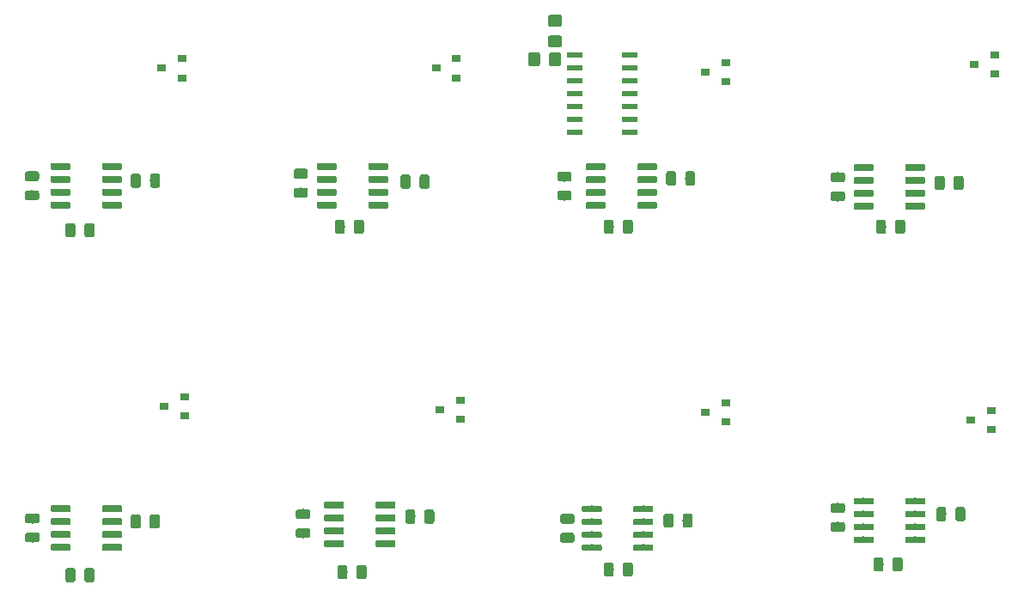
<source format=gbr>
%TF.GenerationSoftware,KiCad,Pcbnew,5.1.4*%
%TF.CreationDate,2019-11-11T15:35:15+01:00*%
%TF.ProjectId,balancer,62616c61-6e63-4657-922e-6b696361645f,rev?*%
%TF.SameCoordinates,Original*%
%TF.FileFunction,Paste,Top*%
%TF.FilePolarity,Positive*%
%FSLAX46Y46*%
G04 Gerber Fmt 4.6, Leading zero omitted, Abs format (unit mm)*
G04 Created by KiCad (PCBNEW 5.1.4) date 2019-11-11 15:35:15*
%MOMM*%
%LPD*%
G04 APERTURE LIST*
%ADD10R,1.600000X0.600000*%
%ADD11C,0.100000*%
%ADD12C,1.150000*%
%ADD13C,0.650000*%
%ADD14C,0.975000*%
%ADD15R,0.900000X0.800000*%
G04 APERTURE END LIST*
D10*
X150462000Y-67437000D03*
X150462000Y-66167000D03*
X150462000Y-64897000D03*
X150462000Y-63627000D03*
X150462000Y-62357000D03*
X150462000Y-61087000D03*
X150462000Y-59817000D03*
X155862000Y-59817000D03*
X155862000Y-61087000D03*
X155862000Y-62357000D03*
X155862000Y-63627000D03*
X155862000Y-64897000D03*
X155862000Y-66167000D03*
X155862000Y-67437000D03*
D11*
G36*
X148876005Y-59499204D02*
G01*
X148900273Y-59502804D01*
X148924072Y-59508765D01*
X148947171Y-59517030D01*
X148969350Y-59527520D01*
X148990393Y-59540132D01*
X149010099Y-59554747D01*
X149028277Y-59571223D01*
X149044753Y-59589401D01*
X149059368Y-59609107D01*
X149071980Y-59630150D01*
X149082470Y-59652329D01*
X149090735Y-59675428D01*
X149096696Y-59699227D01*
X149100296Y-59723495D01*
X149101500Y-59747999D01*
X149101500Y-60648001D01*
X149100296Y-60672505D01*
X149096696Y-60696773D01*
X149090735Y-60720572D01*
X149082470Y-60743671D01*
X149071980Y-60765850D01*
X149059368Y-60786893D01*
X149044753Y-60806599D01*
X149028277Y-60824777D01*
X149010099Y-60841253D01*
X148990393Y-60855868D01*
X148969350Y-60868480D01*
X148947171Y-60878970D01*
X148924072Y-60887235D01*
X148900273Y-60893196D01*
X148876005Y-60896796D01*
X148851501Y-60898000D01*
X148201499Y-60898000D01*
X148176995Y-60896796D01*
X148152727Y-60893196D01*
X148128928Y-60887235D01*
X148105829Y-60878970D01*
X148083650Y-60868480D01*
X148062607Y-60855868D01*
X148042901Y-60841253D01*
X148024723Y-60824777D01*
X148008247Y-60806599D01*
X147993632Y-60786893D01*
X147981020Y-60765850D01*
X147970530Y-60743671D01*
X147962265Y-60720572D01*
X147956304Y-60696773D01*
X147952704Y-60672505D01*
X147951500Y-60648001D01*
X147951500Y-59747999D01*
X147952704Y-59723495D01*
X147956304Y-59699227D01*
X147962265Y-59675428D01*
X147970530Y-59652329D01*
X147981020Y-59630150D01*
X147993632Y-59609107D01*
X148008247Y-59589401D01*
X148024723Y-59571223D01*
X148042901Y-59554747D01*
X148062607Y-59540132D01*
X148083650Y-59527520D01*
X148105829Y-59517030D01*
X148128928Y-59508765D01*
X148152727Y-59502804D01*
X148176995Y-59499204D01*
X148201499Y-59498000D01*
X148851501Y-59498000D01*
X148876005Y-59499204D01*
X148876005Y-59499204D01*
G37*
D12*
X148526500Y-60198000D03*
D11*
G36*
X146826005Y-59499204D02*
G01*
X146850273Y-59502804D01*
X146874072Y-59508765D01*
X146897171Y-59517030D01*
X146919350Y-59527520D01*
X146940393Y-59540132D01*
X146960099Y-59554747D01*
X146978277Y-59571223D01*
X146994753Y-59589401D01*
X147009368Y-59609107D01*
X147021980Y-59630150D01*
X147032470Y-59652329D01*
X147040735Y-59675428D01*
X147046696Y-59699227D01*
X147050296Y-59723495D01*
X147051500Y-59747999D01*
X147051500Y-60648001D01*
X147050296Y-60672505D01*
X147046696Y-60696773D01*
X147040735Y-60720572D01*
X147032470Y-60743671D01*
X147021980Y-60765850D01*
X147009368Y-60786893D01*
X146994753Y-60806599D01*
X146978277Y-60824777D01*
X146960099Y-60841253D01*
X146940393Y-60855868D01*
X146919350Y-60868480D01*
X146897171Y-60878970D01*
X146874072Y-60887235D01*
X146850273Y-60893196D01*
X146826005Y-60896796D01*
X146801501Y-60898000D01*
X146151499Y-60898000D01*
X146126995Y-60896796D01*
X146102727Y-60893196D01*
X146078928Y-60887235D01*
X146055829Y-60878970D01*
X146033650Y-60868480D01*
X146012607Y-60855868D01*
X145992901Y-60841253D01*
X145974723Y-60824777D01*
X145958247Y-60806599D01*
X145943632Y-60786893D01*
X145931020Y-60765850D01*
X145920530Y-60743671D01*
X145912265Y-60720572D01*
X145906304Y-60696773D01*
X145902704Y-60672505D01*
X145901500Y-60648001D01*
X145901500Y-59747999D01*
X145902704Y-59723495D01*
X145906304Y-59699227D01*
X145912265Y-59675428D01*
X145920530Y-59652329D01*
X145931020Y-59630150D01*
X145943632Y-59609107D01*
X145958247Y-59589401D01*
X145974723Y-59571223D01*
X145992901Y-59554747D01*
X146012607Y-59540132D01*
X146033650Y-59527520D01*
X146055829Y-59517030D01*
X146078928Y-59508765D01*
X146102727Y-59502804D01*
X146126995Y-59499204D01*
X146151499Y-59498000D01*
X146801501Y-59498000D01*
X146826005Y-59499204D01*
X146826005Y-59499204D01*
G37*
D12*
X146476500Y-60198000D03*
D11*
G36*
X149001005Y-55814204D02*
G01*
X149025273Y-55817804D01*
X149049072Y-55823765D01*
X149072171Y-55832030D01*
X149094350Y-55842520D01*
X149115393Y-55855132D01*
X149135099Y-55869747D01*
X149153277Y-55886223D01*
X149169753Y-55904401D01*
X149184368Y-55924107D01*
X149196980Y-55945150D01*
X149207470Y-55967329D01*
X149215735Y-55990428D01*
X149221696Y-56014227D01*
X149225296Y-56038495D01*
X149226500Y-56062999D01*
X149226500Y-56713001D01*
X149225296Y-56737505D01*
X149221696Y-56761773D01*
X149215735Y-56785572D01*
X149207470Y-56808671D01*
X149196980Y-56830850D01*
X149184368Y-56851893D01*
X149169753Y-56871599D01*
X149153277Y-56889777D01*
X149135099Y-56906253D01*
X149115393Y-56920868D01*
X149094350Y-56933480D01*
X149072171Y-56943970D01*
X149049072Y-56952235D01*
X149025273Y-56958196D01*
X149001005Y-56961796D01*
X148976501Y-56963000D01*
X148076499Y-56963000D01*
X148051995Y-56961796D01*
X148027727Y-56958196D01*
X148003928Y-56952235D01*
X147980829Y-56943970D01*
X147958650Y-56933480D01*
X147937607Y-56920868D01*
X147917901Y-56906253D01*
X147899723Y-56889777D01*
X147883247Y-56871599D01*
X147868632Y-56851893D01*
X147856020Y-56830850D01*
X147845530Y-56808671D01*
X147837265Y-56785572D01*
X147831304Y-56761773D01*
X147827704Y-56737505D01*
X147826500Y-56713001D01*
X147826500Y-56062999D01*
X147827704Y-56038495D01*
X147831304Y-56014227D01*
X147837265Y-55990428D01*
X147845530Y-55967329D01*
X147856020Y-55945150D01*
X147868632Y-55924107D01*
X147883247Y-55904401D01*
X147899723Y-55886223D01*
X147917901Y-55869747D01*
X147937607Y-55855132D01*
X147958650Y-55842520D01*
X147980829Y-55832030D01*
X148003928Y-55823765D01*
X148027727Y-55817804D01*
X148051995Y-55814204D01*
X148076499Y-55813000D01*
X148976501Y-55813000D01*
X149001005Y-55814204D01*
X149001005Y-55814204D01*
G37*
D12*
X148526500Y-56388000D03*
D11*
G36*
X149001005Y-57864204D02*
G01*
X149025273Y-57867804D01*
X149049072Y-57873765D01*
X149072171Y-57882030D01*
X149094350Y-57892520D01*
X149115393Y-57905132D01*
X149135099Y-57919747D01*
X149153277Y-57936223D01*
X149169753Y-57954401D01*
X149184368Y-57974107D01*
X149196980Y-57995150D01*
X149207470Y-58017329D01*
X149215735Y-58040428D01*
X149221696Y-58064227D01*
X149225296Y-58088495D01*
X149226500Y-58112999D01*
X149226500Y-58763001D01*
X149225296Y-58787505D01*
X149221696Y-58811773D01*
X149215735Y-58835572D01*
X149207470Y-58858671D01*
X149196980Y-58880850D01*
X149184368Y-58901893D01*
X149169753Y-58921599D01*
X149153277Y-58939777D01*
X149135099Y-58956253D01*
X149115393Y-58970868D01*
X149094350Y-58983480D01*
X149072171Y-58993970D01*
X149049072Y-59002235D01*
X149025273Y-59008196D01*
X149001005Y-59011796D01*
X148976501Y-59013000D01*
X148076499Y-59013000D01*
X148051995Y-59011796D01*
X148027727Y-59008196D01*
X148003928Y-59002235D01*
X147980829Y-58993970D01*
X147958650Y-58983480D01*
X147937607Y-58970868D01*
X147917901Y-58956253D01*
X147899723Y-58939777D01*
X147883247Y-58921599D01*
X147868632Y-58901893D01*
X147856020Y-58880850D01*
X147845530Y-58858671D01*
X147837265Y-58835572D01*
X147831304Y-58811773D01*
X147827704Y-58787505D01*
X147826500Y-58763001D01*
X147826500Y-58112999D01*
X147827704Y-58088495D01*
X147831304Y-58064227D01*
X147837265Y-58040428D01*
X147845530Y-58017329D01*
X147856020Y-57995150D01*
X147868632Y-57974107D01*
X147883247Y-57954401D01*
X147899723Y-57936223D01*
X147917901Y-57919747D01*
X147937607Y-57905132D01*
X147958650Y-57892520D01*
X147980829Y-57882030D01*
X148003928Y-57873765D01*
X148027727Y-57867804D01*
X148051995Y-57864204D01*
X148076499Y-57863000D01*
X148976501Y-57863000D01*
X149001005Y-57864204D01*
X149001005Y-57864204D01*
G37*
D12*
X148526500Y-58438000D03*
D11*
G36*
X158064428Y-104196782D02*
G01*
X158080202Y-104199122D01*
X158095671Y-104202997D01*
X158110686Y-104208370D01*
X158125102Y-104215188D01*
X158138780Y-104223386D01*
X158151589Y-104232886D01*
X158163405Y-104243595D01*
X158174114Y-104255411D01*
X158183614Y-104268220D01*
X158191812Y-104281898D01*
X158198630Y-104296314D01*
X158204003Y-104311329D01*
X158207878Y-104326798D01*
X158210218Y-104342572D01*
X158211000Y-104358500D01*
X158211000Y-104683500D01*
X158210218Y-104699428D01*
X158207878Y-104715202D01*
X158204003Y-104730671D01*
X158198630Y-104745686D01*
X158191812Y-104760102D01*
X158183614Y-104773780D01*
X158174114Y-104786589D01*
X158163405Y-104798405D01*
X158151589Y-104809114D01*
X158138780Y-104818614D01*
X158125102Y-104826812D01*
X158110686Y-104833630D01*
X158095671Y-104839003D01*
X158080202Y-104842878D01*
X158064428Y-104845218D01*
X158048500Y-104846000D01*
X156398500Y-104846000D01*
X156382572Y-104845218D01*
X156366798Y-104842878D01*
X156351329Y-104839003D01*
X156336314Y-104833630D01*
X156321898Y-104826812D01*
X156308220Y-104818614D01*
X156295411Y-104809114D01*
X156283595Y-104798405D01*
X156272886Y-104786589D01*
X156263386Y-104773780D01*
X156255188Y-104760102D01*
X156248370Y-104745686D01*
X156242997Y-104730671D01*
X156239122Y-104715202D01*
X156236782Y-104699428D01*
X156236000Y-104683500D01*
X156236000Y-104358500D01*
X156236782Y-104342572D01*
X156239122Y-104326798D01*
X156242997Y-104311329D01*
X156248370Y-104296314D01*
X156255188Y-104281898D01*
X156263386Y-104268220D01*
X156272886Y-104255411D01*
X156283595Y-104243595D01*
X156295411Y-104232886D01*
X156308220Y-104223386D01*
X156321898Y-104215188D01*
X156336314Y-104208370D01*
X156351329Y-104202997D01*
X156366798Y-104199122D01*
X156382572Y-104196782D01*
X156398500Y-104196000D01*
X158048500Y-104196000D01*
X158064428Y-104196782D01*
X158064428Y-104196782D01*
G37*
D13*
X157223500Y-104521000D03*
D11*
G36*
X158064428Y-105466782D02*
G01*
X158080202Y-105469122D01*
X158095671Y-105472997D01*
X158110686Y-105478370D01*
X158125102Y-105485188D01*
X158138780Y-105493386D01*
X158151589Y-105502886D01*
X158163405Y-105513595D01*
X158174114Y-105525411D01*
X158183614Y-105538220D01*
X158191812Y-105551898D01*
X158198630Y-105566314D01*
X158204003Y-105581329D01*
X158207878Y-105596798D01*
X158210218Y-105612572D01*
X158211000Y-105628500D01*
X158211000Y-105953500D01*
X158210218Y-105969428D01*
X158207878Y-105985202D01*
X158204003Y-106000671D01*
X158198630Y-106015686D01*
X158191812Y-106030102D01*
X158183614Y-106043780D01*
X158174114Y-106056589D01*
X158163405Y-106068405D01*
X158151589Y-106079114D01*
X158138780Y-106088614D01*
X158125102Y-106096812D01*
X158110686Y-106103630D01*
X158095671Y-106109003D01*
X158080202Y-106112878D01*
X158064428Y-106115218D01*
X158048500Y-106116000D01*
X156398500Y-106116000D01*
X156382572Y-106115218D01*
X156366798Y-106112878D01*
X156351329Y-106109003D01*
X156336314Y-106103630D01*
X156321898Y-106096812D01*
X156308220Y-106088614D01*
X156295411Y-106079114D01*
X156283595Y-106068405D01*
X156272886Y-106056589D01*
X156263386Y-106043780D01*
X156255188Y-106030102D01*
X156248370Y-106015686D01*
X156242997Y-106000671D01*
X156239122Y-105985202D01*
X156236782Y-105969428D01*
X156236000Y-105953500D01*
X156236000Y-105628500D01*
X156236782Y-105612572D01*
X156239122Y-105596798D01*
X156242997Y-105581329D01*
X156248370Y-105566314D01*
X156255188Y-105551898D01*
X156263386Y-105538220D01*
X156272886Y-105525411D01*
X156283595Y-105513595D01*
X156295411Y-105502886D01*
X156308220Y-105493386D01*
X156321898Y-105485188D01*
X156336314Y-105478370D01*
X156351329Y-105472997D01*
X156366798Y-105469122D01*
X156382572Y-105466782D01*
X156398500Y-105466000D01*
X158048500Y-105466000D01*
X158064428Y-105466782D01*
X158064428Y-105466782D01*
G37*
D13*
X157223500Y-105791000D03*
D11*
G36*
X158064428Y-106736782D02*
G01*
X158080202Y-106739122D01*
X158095671Y-106742997D01*
X158110686Y-106748370D01*
X158125102Y-106755188D01*
X158138780Y-106763386D01*
X158151589Y-106772886D01*
X158163405Y-106783595D01*
X158174114Y-106795411D01*
X158183614Y-106808220D01*
X158191812Y-106821898D01*
X158198630Y-106836314D01*
X158204003Y-106851329D01*
X158207878Y-106866798D01*
X158210218Y-106882572D01*
X158211000Y-106898500D01*
X158211000Y-107223500D01*
X158210218Y-107239428D01*
X158207878Y-107255202D01*
X158204003Y-107270671D01*
X158198630Y-107285686D01*
X158191812Y-107300102D01*
X158183614Y-107313780D01*
X158174114Y-107326589D01*
X158163405Y-107338405D01*
X158151589Y-107349114D01*
X158138780Y-107358614D01*
X158125102Y-107366812D01*
X158110686Y-107373630D01*
X158095671Y-107379003D01*
X158080202Y-107382878D01*
X158064428Y-107385218D01*
X158048500Y-107386000D01*
X156398500Y-107386000D01*
X156382572Y-107385218D01*
X156366798Y-107382878D01*
X156351329Y-107379003D01*
X156336314Y-107373630D01*
X156321898Y-107366812D01*
X156308220Y-107358614D01*
X156295411Y-107349114D01*
X156283595Y-107338405D01*
X156272886Y-107326589D01*
X156263386Y-107313780D01*
X156255188Y-107300102D01*
X156248370Y-107285686D01*
X156242997Y-107270671D01*
X156239122Y-107255202D01*
X156236782Y-107239428D01*
X156236000Y-107223500D01*
X156236000Y-106898500D01*
X156236782Y-106882572D01*
X156239122Y-106866798D01*
X156242997Y-106851329D01*
X156248370Y-106836314D01*
X156255188Y-106821898D01*
X156263386Y-106808220D01*
X156272886Y-106795411D01*
X156283595Y-106783595D01*
X156295411Y-106772886D01*
X156308220Y-106763386D01*
X156321898Y-106755188D01*
X156336314Y-106748370D01*
X156351329Y-106742997D01*
X156366798Y-106739122D01*
X156382572Y-106736782D01*
X156398500Y-106736000D01*
X158048500Y-106736000D01*
X158064428Y-106736782D01*
X158064428Y-106736782D01*
G37*
D13*
X157223500Y-107061000D03*
D11*
G36*
X158064428Y-108006782D02*
G01*
X158080202Y-108009122D01*
X158095671Y-108012997D01*
X158110686Y-108018370D01*
X158125102Y-108025188D01*
X158138780Y-108033386D01*
X158151589Y-108042886D01*
X158163405Y-108053595D01*
X158174114Y-108065411D01*
X158183614Y-108078220D01*
X158191812Y-108091898D01*
X158198630Y-108106314D01*
X158204003Y-108121329D01*
X158207878Y-108136798D01*
X158210218Y-108152572D01*
X158211000Y-108168500D01*
X158211000Y-108493500D01*
X158210218Y-108509428D01*
X158207878Y-108525202D01*
X158204003Y-108540671D01*
X158198630Y-108555686D01*
X158191812Y-108570102D01*
X158183614Y-108583780D01*
X158174114Y-108596589D01*
X158163405Y-108608405D01*
X158151589Y-108619114D01*
X158138780Y-108628614D01*
X158125102Y-108636812D01*
X158110686Y-108643630D01*
X158095671Y-108649003D01*
X158080202Y-108652878D01*
X158064428Y-108655218D01*
X158048500Y-108656000D01*
X156398500Y-108656000D01*
X156382572Y-108655218D01*
X156366798Y-108652878D01*
X156351329Y-108649003D01*
X156336314Y-108643630D01*
X156321898Y-108636812D01*
X156308220Y-108628614D01*
X156295411Y-108619114D01*
X156283595Y-108608405D01*
X156272886Y-108596589D01*
X156263386Y-108583780D01*
X156255188Y-108570102D01*
X156248370Y-108555686D01*
X156242997Y-108540671D01*
X156239122Y-108525202D01*
X156236782Y-108509428D01*
X156236000Y-108493500D01*
X156236000Y-108168500D01*
X156236782Y-108152572D01*
X156239122Y-108136798D01*
X156242997Y-108121329D01*
X156248370Y-108106314D01*
X156255188Y-108091898D01*
X156263386Y-108078220D01*
X156272886Y-108065411D01*
X156283595Y-108053595D01*
X156295411Y-108042886D01*
X156308220Y-108033386D01*
X156321898Y-108025188D01*
X156336314Y-108018370D01*
X156351329Y-108012997D01*
X156366798Y-108009122D01*
X156382572Y-108006782D01*
X156398500Y-108006000D01*
X158048500Y-108006000D01*
X158064428Y-108006782D01*
X158064428Y-108006782D01*
G37*
D13*
X157223500Y-108331000D03*
D11*
G36*
X152989428Y-108006782D02*
G01*
X153005202Y-108009122D01*
X153020671Y-108012997D01*
X153035686Y-108018370D01*
X153050102Y-108025188D01*
X153063780Y-108033386D01*
X153076589Y-108042886D01*
X153088405Y-108053595D01*
X153099114Y-108065411D01*
X153108614Y-108078220D01*
X153116812Y-108091898D01*
X153123630Y-108106314D01*
X153129003Y-108121329D01*
X153132878Y-108136798D01*
X153135218Y-108152572D01*
X153136000Y-108168500D01*
X153136000Y-108493500D01*
X153135218Y-108509428D01*
X153132878Y-108525202D01*
X153129003Y-108540671D01*
X153123630Y-108555686D01*
X153116812Y-108570102D01*
X153108614Y-108583780D01*
X153099114Y-108596589D01*
X153088405Y-108608405D01*
X153076589Y-108619114D01*
X153063780Y-108628614D01*
X153050102Y-108636812D01*
X153035686Y-108643630D01*
X153020671Y-108649003D01*
X153005202Y-108652878D01*
X152989428Y-108655218D01*
X152973500Y-108656000D01*
X151323500Y-108656000D01*
X151307572Y-108655218D01*
X151291798Y-108652878D01*
X151276329Y-108649003D01*
X151261314Y-108643630D01*
X151246898Y-108636812D01*
X151233220Y-108628614D01*
X151220411Y-108619114D01*
X151208595Y-108608405D01*
X151197886Y-108596589D01*
X151188386Y-108583780D01*
X151180188Y-108570102D01*
X151173370Y-108555686D01*
X151167997Y-108540671D01*
X151164122Y-108525202D01*
X151161782Y-108509428D01*
X151161000Y-108493500D01*
X151161000Y-108168500D01*
X151161782Y-108152572D01*
X151164122Y-108136798D01*
X151167997Y-108121329D01*
X151173370Y-108106314D01*
X151180188Y-108091898D01*
X151188386Y-108078220D01*
X151197886Y-108065411D01*
X151208595Y-108053595D01*
X151220411Y-108042886D01*
X151233220Y-108033386D01*
X151246898Y-108025188D01*
X151261314Y-108018370D01*
X151276329Y-108012997D01*
X151291798Y-108009122D01*
X151307572Y-108006782D01*
X151323500Y-108006000D01*
X152973500Y-108006000D01*
X152989428Y-108006782D01*
X152989428Y-108006782D01*
G37*
D13*
X152148500Y-108331000D03*
D11*
G36*
X152989428Y-106736782D02*
G01*
X153005202Y-106739122D01*
X153020671Y-106742997D01*
X153035686Y-106748370D01*
X153050102Y-106755188D01*
X153063780Y-106763386D01*
X153076589Y-106772886D01*
X153088405Y-106783595D01*
X153099114Y-106795411D01*
X153108614Y-106808220D01*
X153116812Y-106821898D01*
X153123630Y-106836314D01*
X153129003Y-106851329D01*
X153132878Y-106866798D01*
X153135218Y-106882572D01*
X153136000Y-106898500D01*
X153136000Y-107223500D01*
X153135218Y-107239428D01*
X153132878Y-107255202D01*
X153129003Y-107270671D01*
X153123630Y-107285686D01*
X153116812Y-107300102D01*
X153108614Y-107313780D01*
X153099114Y-107326589D01*
X153088405Y-107338405D01*
X153076589Y-107349114D01*
X153063780Y-107358614D01*
X153050102Y-107366812D01*
X153035686Y-107373630D01*
X153020671Y-107379003D01*
X153005202Y-107382878D01*
X152989428Y-107385218D01*
X152973500Y-107386000D01*
X151323500Y-107386000D01*
X151307572Y-107385218D01*
X151291798Y-107382878D01*
X151276329Y-107379003D01*
X151261314Y-107373630D01*
X151246898Y-107366812D01*
X151233220Y-107358614D01*
X151220411Y-107349114D01*
X151208595Y-107338405D01*
X151197886Y-107326589D01*
X151188386Y-107313780D01*
X151180188Y-107300102D01*
X151173370Y-107285686D01*
X151167997Y-107270671D01*
X151164122Y-107255202D01*
X151161782Y-107239428D01*
X151161000Y-107223500D01*
X151161000Y-106898500D01*
X151161782Y-106882572D01*
X151164122Y-106866798D01*
X151167997Y-106851329D01*
X151173370Y-106836314D01*
X151180188Y-106821898D01*
X151188386Y-106808220D01*
X151197886Y-106795411D01*
X151208595Y-106783595D01*
X151220411Y-106772886D01*
X151233220Y-106763386D01*
X151246898Y-106755188D01*
X151261314Y-106748370D01*
X151276329Y-106742997D01*
X151291798Y-106739122D01*
X151307572Y-106736782D01*
X151323500Y-106736000D01*
X152973500Y-106736000D01*
X152989428Y-106736782D01*
X152989428Y-106736782D01*
G37*
D13*
X152148500Y-107061000D03*
D11*
G36*
X152989428Y-105466782D02*
G01*
X153005202Y-105469122D01*
X153020671Y-105472997D01*
X153035686Y-105478370D01*
X153050102Y-105485188D01*
X153063780Y-105493386D01*
X153076589Y-105502886D01*
X153088405Y-105513595D01*
X153099114Y-105525411D01*
X153108614Y-105538220D01*
X153116812Y-105551898D01*
X153123630Y-105566314D01*
X153129003Y-105581329D01*
X153132878Y-105596798D01*
X153135218Y-105612572D01*
X153136000Y-105628500D01*
X153136000Y-105953500D01*
X153135218Y-105969428D01*
X153132878Y-105985202D01*
X153129003Y-106000671D01*
X153123630Y-106015686D01*
X153116812Y-106030102D01*
X153108614Y-106043780D01*
X153099114Y-106056589D01*
X153088405Y-106068405D01*
X153076589Y-106079114D01*
X153063780Y-106088614D01*
X153050102Y-106096812D01*
X153035686Y-106103630D01*
X153020671Y-106109003D01*
X153005202Y-106112878D01*
X152989428Y-106115218D01*
X152973500Y-106116000D01*
X151323500Y-106116000D01*
X151307572Y-106115218D01*
X151291798Y-106112878D01*
X151276329Y-106109003D01*
X151261314Y-106103630D01*
X151246898Y-106096812D01*
X151233220Y-106088614D01*
X151220411Y-106079114D01*
X151208595Y-106068405D01*
X151197886Y-106056589D01*
X151188386Y-106043780D01*
X151180188Y-106030102D01*
X151173370Y-106015686D01*
X151167997Y-106000671D01*
X151164122Y-105985202D01*
X151161782Y-105969428D01*
X151161000Y-105953500D01*
X151161000Y-105628500D01*
X151161782Y-105612572D01*
X151164122Y-105596798D01*
X151167997Y-105581329D01*
X151173370Y-105566314D01*
X151180188Y-105551898D01*
X151188386Y-105538220D01*
X151197886Y-105525411D01*
X151208595Y-105513595D01*
X151220411Y-105502886D01*
X151233220Y-105493386D01*
X151246898Y-105485188D01*
X151261314Y-105478370D01*
X151276329Y-105472997D01*
X151291798Y-105469122D01*
X151307572Y-105466782D01*
X151323500Y-105466000D01*
X152973500Y-105466000D01*
X152989428Y-105466782D01*
X152989428Y-105466782D01*
G37*
D13*
X152148500Y-105791000D03*
D11*
G36*
X152989428Y-104196782D02*
G01*
X153005202Y-104199122D01*
X153020671Y-104202997D01*
X153035686Y-104208370D01*
X153050102Y-104215188D01*
X153063780Y-104223386D01*
X153076589Y-104232886D01*
X153088405Y-104243595D01*
X153099114Y-104255411D01*
X153108614Y-104268220D01*
X153116812Y-104281898D01*
X153123630Y-104296314D01*
X153129003Y-104311329D01*
X153132878Y-104326798D01*
X153135218Y-104342572D01*
X153136000Y-104358500D01*
X153136000Y-104683500D01*
X153135218Y-104699428D01*
X153132878Y-104715202D01*
X153129003Y-104730671D01*
X153123630Y-104745686D01*
X153116812Y-104760102D01*
X153108614Y-104773780D01*
X153099114Y-104786589D01*
X153088405Y-104798405D01*
X153076589Y-104809114D01*
X153063780Y-104818614D01*
X153050102Y-104826812D01*
X153035686Y-104833630D01*
X153020671Y-104839003D01*
X153005202Y-104842878D01*
X152989428Y-104845218D01*
X152973500Y-104846000D01*
X151323500Y-104846000D01*
X151307572Y-104845218D01*
X151291798Y-104842878D01*
X151276329Y-104839003D01*
X151261314Y-104833630D01*
X151246898Y-104826812D01*
X151233220Y-104818614D01*
X151220411Y-104809114D01*
X151208595Y-104798405D01*
X151197886Y-104786589D01*
X151188386Y-104773780D01*
X151180188Y-104760102D01*
X151173370Y-104745686D01*
X151167997Y-104730671D01*
X151164122Y-104715202D01*
X151161782Y-104699428D01*
X151161000Y-104683500D01*
X151161000Y-104358500D01*
X151161782Y-104342572D01*
X151164122Y-104326798D01*
X151167997Y-104311329D01*
X151173370Y-104296314D01*
X151180188Y-104281898D01*
X151188386Y-104268220D01*
X151197886Y-104255411D01*
X151208595Y-104243595D01*
X151220411Y-104232886D01*
X151233220Y-104223386D01*
X151246898Y-104215188D01*
X151261314Y-104208370D01*
X151276329Y-104202997D01*
X151291798Y-104199122D01*
X151307572Y-104196782D01*
X151323500Y-104196000D01*
X152973500Y-104196000D01*
X152989428Y-104196782D01*
X152989428Y-104196782D01*
G37*
D13*
X152148500Y-104521000D03*
D11*
G36*
X159985142Y-104965174D02*
G01*
X160008803Y-104968684D01*
X160032007Y-104974496D01*
X160054529Y-104982554D01*
X160076153Y-104992782D01*
X160096670Y-105005079D01*
X160115883Y-105019329D01*
X160133607Y-105035393D01*
X160149671Y-105053117D01*
X160163921Y-105072330D01*
X160176218Y-105092847D01*
X160186446Y-105114471D01*
X160194504Y-105136993D01*
X160200316Y-105160197D01*
X160203826Y-105183858D01*
X160205000Y-105207750D01*
X160205000Y-106120250D01*
X160203826Y-106144142D01*
X160200316Y-106167803D01*
X160194504Y-106191007D01*
X160186446Y-106213529D01*
X160176218Y-106235153D01*
X160163921Y-106255670D01*
X160149671Y-106274883D01*
X160133607Y-106292607D01*
X160115883Y-106308671D01*
X160096670Y-106322921D01*
X160076153Y-106335218D01*
X160054529Y-106345446D01*
X160032007Y-106353504D01*
X160008803Y-106359316D01*
X159985142Y-106362826D01*
X159961250Y-106364000D01*
X159473750Y-106364000D01*
X159449858Y-106362826D01*
X159426197Y-106359316D01*
X159402993Y-106353504D01*
X159380471Y-106345446D01*
X159358847Y-106335218D01*
X159338330Y-106322921D01*
X159319117Y-106308671D01*
X159301393Y-106292607D01*
X159285329Y-106274883D01*
X159271079Y-106255670D01*
X159258782Y-106235153D01*
X159248554Y-106213529D01*
X159240496Y-106191007D01*
X159234684Y-106167803D01*
X159231174Y-106144142D01*
X159230000Y-106120250D01*
X159230000Y-105207750D01*
X159231174Y-105183858D01*
X159234684Y-105160197D01*
X159240496Y-105136993D01*
X159248554Y-105114471D01*
X159258782Y-105092847D01*
X159271079Y-105072330D01*
X159285329Y-105053117D01*
X159301393Y-105035393D01*
X159319117Y-105019329D01*
X159338330Y-105005079D01*
X159358847Y-104992782D01*
X159380471Y-104982554D01*
X159402993Y-104974496D01*
X159426197Y-104968684D01*
X159449858Y-104965174D01*
X159473750Y-104964000D01*
X159961250Y-104964000D01*
X159985142Y-104965174D01*
X159985142Y-104965174D01*
G37*
D14*
X159717500Y-105664000D03*
D11*
G36*
X161860142Y-104965174D02*
G01*
X161883803Y-104968684D01*
X161907007Y-104974496D01*
X161929529Y-104982554D01*
X161951153Y-104992782D01*
X161971670Y-105005079D01*
X161990883Y-105019329D01*
X162008607Y-105035393D01*
X162024671Y-105053117D01*
X162038921Y-105072330D01*
X162051218Y-105092847D01*
X162061446Y-105114471D01*
X162069504Y-105136993D01*
X162075316Y-105160197D01*
X162078826Y-105183858D01*
X162080000Y-105207750D01*
X162080000Y-106120250D01*
X162078826Y-106144142D01*
X162075316Y-106167803D01*
X162069504Y-106191007D01*
X162061446Y-106213529D01*
X162051218Y-106235153D01*
X162038921Y-106255670D01*
X162024671Y-106274883D01*
X162008607Y-106292607D01*
X161990883Y-106308671D01*
X161971670Y-106322921D01*
X161951153Y-106335218D01*
X161929529Y-106345446D01*
X161907007Y-106353504D01*
X161883803Y-106359316D01*
X161860142Y-106362826D01*
X161836250Y-106364000D01*
X161348750Y-106364000D01*
X161324858Y-106362826D01*
X161301197Y-106359316D01*
X161277993Y-106353504D01*
X161255471Y-106345446D01*
X161233847Y-106335218D01*
X161213330Y-106322921D01*
X161194117Y-106308671D01*
X161176393Y-106292607D01*
X161160329Y-106274883D01*
X161146079Y-106255670D01*
X161133782Y-106235153D01*
X161123554Y-106213529D01*
X161115496Y-106191007D01*
X161109684Y-106167803D01*
X161106174Y-106144142D01*
X161105000Y-106120250D01*
X161105000Y-105207750D01*
X161106174Y-105183858D01*
X161109684Y-105160197D01*
X161115496Y-105136993D01*
X161123554Y-105114471D01*
X161133782Y-105092847D01*
X161146079Y-105072330D01*
X161160329Y-105053117D01*
X161176393Y-105035393D01*
X161194117Y-105019329D01*
X161213330Y-105005079D01*
X161233847Y-104992782D01*
X161255471Y-104982554D01*
X161277993Y-104974496D01*
X161301197Y-104968684D01*
X161324858Y-104965174D01*
X161348750Y-104964000D01*
X161836250Y-104964000D01*
X161860142Y-104965174D01*
X161860142Y-104965174D01*
G37*
D14*
X161592500Y-105664000D03*
D11*
G36*
X150213142Y-106877174D02*
G01*
X150236803Y-106880684D01*
X150260007Y-106886496D01*
X150282529Y-106894554D01*
X150304153Y-106904782D01*
X150324670Y-106917079D01*
X150343883Y-106931329D01*
X150361607Y-106947393D01*
X150377671Y-106965117D01*
X150391921Y-106984330D01*
X150404218Y-107004847D01*
X150414446Y-107026471D01*
X150422504Y-107048993D01*
X150428316Y-107072197D01*
X150431826Y-107095858D01*
X150433000Y-107119750D01*
X150433000Y-107607250D01*
X150431826Y-107631142D01*
X150428316Y-107654803D01*
X150422504Y-107678007D01*
X150414446Y-107700529D01*
X150404218Y-107722153D01*
X150391921Y-107742670D01*
X150377671Y-107761883D01*
X150361607Y-107779607D01*
X150343883Y-107795671D01*
X150324670Y-107809921D01*
X150304153Y-107822218D01*
X150282529Y-107832446D01*
X150260007Y-107840504D01*
X150236803Y-107846316D01*
X150213142Y-107849826D01*
X150189250Y-107851000D01*
X149276750Y-107851000D01*
X149252858Y-107849826D01*
X149229197Y-107846316D01*
X149205993Y-107840504D01*
X149183471Y-107832446D01*
X149161847Y-107822218D01*
X149141330Y-107809921D01*
X149122117Y-107795671D01*
X149104393Y-107779607D01*
X149088329Y-107761883D01*
X149074079Y-107742670D01*
X149061782Y-107722153D01*
X149051554Y-107700529D01*
X149043496Y-107678007D01*
X149037684Y-107654803D01*
X149034174Y-107631142D01*
X149033000Y-107607250D01*
X149033000Y-107119750D01*
X149034174Y-107095858D01*
X149037684Y-107072197D01*
X149043496Y-107048993D01*
X149051554Y-107026471D01*
X149061782Y-107004847D01*
X149074079Y-106984330D01*
X149088329Y-106965117D01*
X149104393Y-106947393D01*
X149122117Y-106931329D01*
X149141330Y-106917079D01*
X149161847Y-106904782D01*
X149183471Y-106894554D01*
X149205993Y-106886496D01*
X149229197Y-106880684D01*
X149252858Y-106877174D01*
X149276750Y-106876000D01*
X150189250Y-106876000D01*
X150213142Y-106877174D01*
X150213142Y-106877174D01*
G37*
D14*
X149733000Y-107363500D03*
D11*
G36*
X150213142Y-105002174D02*
G01*
X150236803Y-105005684D01*
X150260007Y-105011496D01*
X150282529Y-105019554D01*
X150304153Y-105029782D01*
X150324670Y-105042079D01*
X150343883Y-105056329D01*
X150361607Y-105072393D01*
X150377671Y-105090117D01*
X150391921Y-105109330D01*
X150404218Y-105129847D01*
X150414446Y-105151471D01*
X150422504Y-105173993D01*
X150428316Y-105197197D01*
X150431826Y-105220858D01*
X150433000Y-105244750D01*
X150433000Y-105732250D01*
X150431826Y-105756142D01*
X150428316Y-105779803D01*
X150422504Y-105803007D01*
X150414446Y-105825529D01*
X150404218Y-105847153D01*
X150391921Y-105867670D01*
X150377671Y-105886883D01*
X150361607Y-105904607D01*
X150343883Y-105920671D01*
X150324670Y-105934921D01*
X150304153Y-105947218D01*
X150282529Y-105957446D01*
X150260007Y-105965504D01*
X150236803Y-105971316D01*
X150213142Y-105974826D01*
X150189250Y-105976000D01*
X149276750Y-105976000D01*
X149252858Y-105974826D01*
X149229197Y-105971316D01*
X149205993Y-105965504D01*
X149183471Y-105957446D01*
X149161847Y-105947218D01*
X149141330Y-105934921D01*
X149122117Y-105920671D01*
X149104393Y-105904607D01*
X149088329Y-105886883D01*
X149074079Y-105867670D01*
X149061782Y-105847153D01*
X149051554Y-105825529D01*
X149043496Y-105803007D01*
X149037684Y-105779803D01*
X149034174Y-105756142D01*
X149033000Y-105732250D01*
X149033000Y-105244750D01*
X149034174Y-105220858D01*
X149037684Y-105197197D01*
X149043496Y-105173993D01*
X149051554Y-105151471D01*
X149061782Y-105129847D01*
X149074079Y-105109330D01*
X149088329Y-105090117D01*
X149104393Y-105072393D01*
X149122117Y-105056329D01*
X149141330Y-105042079D01*
X149161847Y-105029782D01*
X149183471Y-105019554D01*
X149205993Y-105011496D01*
X149229197Y-105005684D01*
X149252858Y-105002174D01*
X149276750Y-105001000D01*
X150189250Y-105001000D01*
X150213142Y-105002174D01*
X150213142Y-105002174D01*
G37*
D14*
X149733000Y-105488500D03*
D15*
X163338000Y-94996000D03*
X165338000Y-94046000D03*
X165338000Y-95946000D03*
D11*
G36*
X102904442Y-76339374D02*
G01*
X102928103Y-76342884D01*
X102951307Y-76348696D01*
X102973829Y-76356754D01*
X102995453Y-76366982D01*
X103015970Y-76379279D01*
X103035183Y-76393529D01*
X103052907Y-76409593D01*
X103068971Y-76427317D01*
X103083221Y-76446530D01*
X103095518Y-76467047D01*
X103105746Y-76488671D01*
X103113804Y-76511193D01*
X103119616Y-76534397D01*
X103123126Y-76558058D01*
X103124300Y-76581950D01*
X103124300Y-77494450D01*
X103123126Y-77518342D01*
X103119616Y-77542003D01*
X103113804Y-77565207D01*
X103105746Y-77587729D01*
X103095518Y-77609353D01*
X103083221Y-77629870D01*
X103068971Y-77649083D01*
X103052907Y-77666807D01*
X103035183Y-77682871D01*
X103015970Y-77697121D01*
X102995453Y-77709418D01*
X102973829Y-77719646D01*
X102951307Y-77727704D01*
X102928103Y-77733516D01*
X102904442Y-77737026D01*
X102880550Y-77738200D01*
X102393050Y-77738200D01*
X102369158Y-77737026D01*
X102345497Y-77733516D01*
X102322293Y-77727704D01*
X102299771Y-77719646D01*
X102278147Y-77709418D01*
X102257630Y-77697121D01*
X102238417Y-77682871D01*
X102220693Y-77666807D01*
X102204629Y-77649083D01*
X102190379Y-77629870D01*
X102178082Y-77609353D01*
X102167854Y-77587729D01*
X102159796Y-77565207D01*
X102153984Y-77542003D01*
X102150474Y-77518342D01*
X102149300Y-77494450D01*
X102149300Y-76581950D01*
X102150474Y-76558058D01*
X102153984Y-76534397D01*
X102159796Y-76511193D01*
X102167854Y-76488671D01*
X102178082Y-76467047D01*
X102190379Y-76446530D01*
X102204629Y-76427317D01*
X102220693Y-76409593D01*
X102238417Y-76393529D01*
X102257630Y-76379279D01*
X102278147Y-76366982D01*
X102299771Y-76356754D01*
X102322293Y-76348696D01*
X102345497Y-76342884D01*
X102369158Y-76339374D01*
X102393050Y-76338200D01*
X102880550Y-76338200D01*
X102904442Y-76339374D01*
X102904442Y-76339374D01*
G37*
D14*
X102636800Y-77038200D03*
D11*
G36*
X101029442Y-76339374D02*
G01*
X101053103Y-76342884D01*
X101076307Y-76348696D01*
X101098829Y-76356754D01*
X101120453Y-76366982D01*
X101140970Y-76379279D01*
X101160183Y-76393529D01*
X101177907Y-76409593D01*
X101193971Y-76427317D01*
X101208221Y-76446530D01*
X101220518Y-76467047D01*
X101230746Y-76488671D01*
X101238804Y-76511193D01*
X101244616Y-76534397D01*
X101248126Y-76558058D01*
X101249300Y-76581950D01*
X101249300Y-77494450D01*
X101248126Y-77518342D01*
X101244616Y-77542003D01*
X101238804Y-77565207D01*
X101230746Y-77587729D01*
X101220518Y-77609353D01*
X101208221Y-77629870D01*
X101193971Y-77649083D01*
X101177907Y-77666807D01*
X101160183Y-77682871D01*
X101140970Y-77697121D01*
X101120453Y-77709418D01*
X101098829Y-77719646D01*
X101076307Y-77727704D01*
X101053103Y-77733516D01*
X101029442Y-77737026D01*
X101005550Y-77738200D01*
X100518050Y-77738200D01*
X100494158Y-77737026D01*
X100470497Y-77733516D01*
X100447293Y-77727704D01*
X100424771Y-77719646D01*
X100403147Y-77709418D01*
X100382630Y-77697121D01*
X100363417Y-77682871D01*
X100345693Y-77666807D01*
X100329629Y-77649083D01*
X100315379Y-77629870D01*
X100303082Y-77609353D01*
X100292854Y-77587729D01*
X100284796Y-77565207D01*
X100278984Y-77542003D01*
X100275474Y-77518342D01*
X100274300Y-77494450D01*
X100274300Y-76581950D01*
X100275474Y-76558058D01*
X100278984Y-76534397D01*
X100284796Y-76511193D01*
X100292854Y-76488671D01*
X100303082Y-76467047D01*
X100315379Y-76446530D01*
X100329629Y-76427317D01*
X100345693Y-76409593D01*
X100363417Y-76393529D01*
X100382630Y-76379279D01*
X100403147Y-76366982D01*
X100424771Y-76356754D01*
X100447293Y-76348696D01*
X100470497Y-76342884D01*
X100494158Y-76339374D01*
X100518050Y-76338200D01*
X101005550Y-76338200D01*
X101029442Y-76339374D01*
X101029442Y-76339374D01*
G37*
D14*
X100761800Y-77038200D03*
D11*
G36*
X102906502Y-110349974D02*
G01*
X102930163Y-110353484D01*
X102953367Y-110359296D01*
X102975889Y-110367354D01*
X102997513Y-110377582D01*
X103018030Y-110389879D01*
X103037243Y-110404129D01*
X103054967Y-110420193D01*
X103071031Y-110437917D01*
X103085281Y-110457130D01*
X103097578Y-110477647D01*
X103107806Y-110499271D01*
X103115864Y-110521793D01*
X103121676Y-110544997D01*
X103125186Y-110568658D01*
X103126360Y-110592550D01*
X103126360Y-111505050D01*
X103125186Y-111528942D01*
X103121676Y-111552603D01*
X103115864Y-111575807D01*
X103107806Y-111598329D01*
X103097578Y-111619953D01*
X103085281Y-111640470D01*
X103071031Y-111659683D01*
X103054967Y-111677407D01*
X103037243Y-111693471D01*
X103018030Y-111707721D01*
X102997513Y-111720018D01*
X102975889Y-111730246D01*
X102953367Y-111738304D01*
X102930163Y-111744116D01*
X102906502Y-111747626D01*
X102882610Y-111748800D01*
X102395110Y-111748800D01*
X102371218Y-111747626D01*
X102347557Y-111744116D01*
X102324353Y-111738304D01*
X102301831Y-111730246D01*
X102280207Y-111720018D01*
X102259690Y-111707721D01*
X102240477Y-111693471D01*
X102222753Y-111677407D01*
X102206689Y-111659683D01*
X102192439Y-111640470D01*
X102180142Y-111619953D01*
X102169914Y-111598329D01*
X102161856Y-111575807D01*
X102156044Y-111552603D01*
X102152534Y-111528942D01*
X102151360Y-111505050D01*
X102151360Y-110592550D01*
X102152534Y-110568658D01*
X102156044Y-110544997D01*
X102161856Y-110521793D01*
X102169914Y-110499271D01*
X102180142Y-110477647D01*
X102192439Y-110457130D01*
X102206689Y-110437917D01*
X102222753Y-110420193D01*
X102240477Y-110404129D01*
X102259690Y-110389879D01*
X102280207Y-110377582D01*
X102301831Y-110367354D01*
X102324353Y-110359296D01*
X102347557Y-110353484D01*
X102371218Y-110349974D01*
X102395110Y-110348800D01*
X102882610Y-110348800D01*
X102906502Y-110349974D01*
X102906502Y-110349974D01*
G37*
D14*
X102638860Y-111048800D03*
D11*
G36*
X101031502Y-110349974D02*
G01*
X101055163Y-110353484D01*
X101078367Y-110359296D01*
X101100889Y-110367354D01*
X101122513Y-110377582D01*
X101143030Y-110389879D01*
X101162243Y-110404129D01*
X101179967Y-110420193D01*
X101196031Y-110437917D01*
X101210281Y-110457130D01*
X101222578Y-110477647D01*
X101232806Y-110499271D01*
X101240864Y-110521793D01*
X101246676Y-110544997D01*
X101250186Y-110568658D01*
X101251360Y-110592550D01*
X101251360Y-111505050D01*
X101250186Y-111528942D01*
X101246676Y-111552603D01*
X101240864Y-111575807D01*
X101232806Y-111598329D01*
X101222578Y-111619953D01*
X101210281Y-111640470D01*
X101196031Y-111659683D01*
X101179967Y-111677407D01*
X101162243Y-111693471D01*
X101143030Y-111707721D01*
X101122513Y-111720018D01*
X101100889Y-111730246D01*
X101078367Y-111738304D01*
X101055163Y-111744116D01*
X101031502Y-111747626D01*
X101007610Y-111748800D01*
X100520110Y-111748800D01*
X100496218Y-111747626D01*
X100472557Y-111744116D01*
X100449353Y-111738304D01*
X100426831Y-111730246D01*
X100405207Y-111720018D01*
X100384690Y-111707721D01*
X100365477Y-111693471D01*
X100347753Y-111677407D01*
X100331689Y-111659683D01*
X100317439Y-111640470D01*
X100305142Y-111619953D01*
X100294914Y-111598329D01*
X100286856Y-111575807D01*
X100281044Y-111552603D01*
X100277534Y-111528942D01*
X100276360Y-111505050D01*
X100276360Y-110592550D01*
X100277534Y-110568658D01*
X100281044Y-110544997D01*
X100286856Y-110521793D01*
X100294914Y-110499271D01*
X100305142Y-110477647D01*
X100317439Y-110457130D01*
X100331689Y-110437917D01*
X100347753Y-110420193D01*
X100365477Y-110404129D01*
X100384690Y-110389879D01*
X100405207Y-110377582D01*
X100426831Y-110367354D01*
X100449353Y-110359296D01*
X100472557Y-110353484D01*
X100496218Y-110349974D01*
X100520110Y-110348800D01*
X101007610Y-110348800D01*
X101031502Y-110349974D01*
X101031502Y-110349974D01*
G37*
D14*
X100763860Y-111048800D03*
D11*
G36*
X129475142Y-76009174D02*
G01*
X129498803Y-76012684D01*
X129522007Y-76018496D01*
X129544529Y-76026554D01*
X129566153Y-76036782D01*
X129586670Y-76049079D01*
X129605883Y-76063329D01*
X129623607Y-76079393D01*
X129639671Y-76097117D01*
X129653921Y-76116330D01*
X129666218Y-76136847D01*
X129676446Y-76158471D01*
X129684504Y-76180993D01*
X129690316Y-76204197D01*
X129693826Y-76227858D01*
X129695000Y-76251750D01*
X129695000Y-77164250D01*
X129693826Y-77188142D01*
X129690316Y-77211803D01*
X129684504Y-77235007D01*
X129676446Y-77257529D01*
X129666218Y-77279153D01*
X129653921Y-77299670D01*
X129639671Y-77318883D01*
X129623607Y-77336607D01*
X129605883Y-77352671D01*
X129586670Y-77366921D01*
X129566153Y-77379218D01*
X129544529Y-77389446D01*
X129522007Y-77397504D01*
X129498803Y-77403316D01*
X129475142Y-77406826D01*
X129451250Y-77408000D01*
X128963750Y-77408000D01*
X128939858Y-77406826D01*
X128916197Y-77403316D01*
X128892993Y-77397504D01*
X128870471Y-77389446D01*
X128848847Y-77379218D01*
X128828330Y-77366921D01*
X128809117Y-77352671D01*
X128791393Y-77336607D01*
X128775329Y-77318883D01*
X128761079Y-77299670D01*
X128748782Y-77279153D01*
X128738554Y-77257529D01*
X128730496Y-77235007D01*
X128724684Y-77211803D01*
X128721174Y-77188142D01*
X128720000Y-77164250D01*
X128720000Y-76251750D01*
X128721174Y-76227858D01*
X128724684Y-76204197D01*
X128730496Y-76180993D01*
X128738554Y-76158471D01*
X128748782Y-76136847D01*
X128761079Y-76116330D01*
X128775329Y-76097117D01*
X128791393Y-76079393D01*
X128809117Y-76063329D01*
X128828330Y-76049079D01*
X128848847Y-76036782D01*
X128870471Y-76026554D01*
X128892993Y-76018496D01*
X128916197Y-76012684D01*
X128939858Y-76009174D01*
X128963750Y-76008000D01*
X129451250Y-76008000D01*
X129475142Y-76009174D01*
X129475142Y-76009174D01*
G37*
D14*
X129207500Y-76708000D03*
D11*
G36*
X127600142Y-76009174D02*
G01*
X127623803Y-76012684D01*
X127647007Y-76018496D01*
X127669529Y-76026554D01*
X127691153Y-76036782D01*
X127711670Y-76049079D01*
X127730883Y-76063329D01*
X127748607Y-76079393D01*
X127764671Y-76097117D01*
X127778921Y-76116330D01*
X127791218Y-76136847D01*
X127801446Y-76158471D01*
X127809504Y-76180993D01*
X127815316Y-76204197D01*
X127818826Y-76227858D01*
X127820000Y-76251750D01*
X127820000Y-77164250D01*
X127818826Y-77188142D01*
X127815316Y-77211803D01*
X127809504Y-77235007D01*
X127801446Y-77257529D01*
X127791218Y-77279153D01*
X127778921Y-77299670D01*
X127764671Y-77318883D01*
X127748607Y-77336607D01*
X127730883Y-77352671D01*
X127711670Y-77366921D01*
X127691153Y-77379218D01*
X127669529Y-77389446D01*
X127647007Y-77397504D01*
X127623803Y-77403316D01*
X127600142Y-77406826D01*
X127576250Y-77408000D01*
X127088750Y-77408000D01*
X127064858Y-77406826D01*
X127041197Y-77403316D01*
X127017993Y-77397504D01*
X126995471Y-77389446D01*
X126973847Y-77379218D01*
X126953330Y-77366921D01*
X126934117Y-77352671D01*
X126916393Y-77336607D01*
X126900329Y-77318883D01*
X126886079Y-77299670D01*
X126873782Y-77279153D01*
X126863554Y-77257529D01*
X126855496Y-77235007D01*
X126849684Y-77211803D01*
X126846174Y-77188142D01*
X126845000Y-77164250D01*
X126845000Y-76251750D01*
X126846174Y-76227858D01*
X126849684Y-76204197D01*
X126855496Y-76180993D01*
X126863554Y-76158471D01*
X126873782Y-76136847D01*
X126886079Y-76116330D01*
X126900329Y-76097117D01*
X126916393Y-76079393D01*
X126934117Y-76063329D01*
X126953330Y-76049079D01*
X126973847Y-76036782D01*
X126995471Y-76026554D01*
X127017993Y-76018496D01*
X127041197Y-76012684D01*
X127064858Y-76009174D01*
X127088750Y-76008000D01*
X127576250Y-76008000D01*
X127600142Y-76009174D01*
X127600142Y-76009174D01*
G37*
D14*
X127332500Y-76708000D03*
D11*
G36*
X129729142Y-110045174D02*
G01*
X129752803Y-110048684D01*
X129776007Y-110054496D01*
X129798529Y-110062554D01*
X129820153Y-110072782D01*
X129840670Y-110085079D01*
X129859883Y-110099329D01*
X129877607Y-110115393D01*
X129893671Y-110133117D01*
X129907921Y-110152330D01*
X129920218Y-110172847D01*
X129930446Y-110194471D01*
X129938504Y-110216993D01*
X129944316Y-110240197D01*
X129947826Y-110263858D01*
X129949000Y-110287750D01*
X129949000Y-111200250D01*
X129947826Y-111224142D01*
X129944316Y-111247803D01*
X129938504Y-111271007D01*
X129930446Y-111293529D01*
X129920218Y-111315153D01*
X129907921Y-111335670D01*
X129893671Y-111354883D01*
X129877607Y-111372607D01*
X129859883Y-111388671D01*
X129840670Y-111402921D01*
X129820153Y-111415218D01*
X129798529Y-111425446D01*
X129776007Y-111433504D01*
X129752803Y-111439316D01*
X129729142Y-111442826D01*
X129705250Y-111444000D01*
X129217750Y-111444000D01*
X129193858Y-111442826D01*
X129170197Y-111439316D01*
X129146993Y-111433504D01*
X129124471Y-111425446D01*
X129102847Y-111415218D01*
X129082330Y-111402921D01*
X129063117Y-111388671D01*
X129045393Y-111372607D01*
X129029329Y-111354883D01*
X129015079Y-111335670D01*
X129002782Y-111315153D01*
X128992554Y-111293529D01*
X128984496Y-111271007D01*
X128978684Y-111247803D01*
X128975174Y-111224142D01*
X128974000Y-111200250D01*
X128974000Y-110287750D01*
X128975174Y-110263858D01*
X128978684Y-110240197D01*
X128984496Y-110216993D01*
X128992554Y-110194471D01*
X129002782Y-110172847D01*
X129015079Y-110152330D01*
X129029329Y-110133117D01*
X129045393Y-110115393D01*
X129063117Y-110099329D01*
X129082330Y-110085079D01*
X129102847Y-110072782D01*
X129124471Y-110062554D01*
X129146993Y-110054496D01*
X129170197Y-110048684D01*
X129193858Y-110045174D01*
X129217750Y-110044000D01*
X129705250Y-110044000D01*
X129729142Y-110045174D01*
X129729142Y-110045174D01*
G37*
D14*
X129461500Y-110744000D03*
D11*
G36*
X127854142Y-110045174D02*
G01*
X127877803Y-110048684D01*
X127901007Y-110054496D01*
X127923529Y-110062554D01*
X127945153Y-110072782D01*
X127965670Y-110085079D01*
X127984883Y-110099329D01*
X128002607Y-110115393D01*
X128018671Y-110133117D01*
X128032921Y-110152330D01*
X128045218Y-110172847D01*
X128055446Y-110194471D01*
X128063504Y-110216993D01*
X128069316Y-110240197D01*
X128072826Y-110263858D01*
X128074000Y-110287750D01*
X128074000Y-111200250D01*
X128072826Y-111224142D01*
X128069316Y-111247803D01*
X128063504Y-111271007D01*
X128055446Y-111293529D01*
X128045218Y-111315153D01*
X128032921Y-111335670D01*
X128018671Y-111354883D01*
X128002607Y-111372607D01*
X127984883Y-111388671D01*
X127965670Y-111402921D01*
X127945153Y-111415218D01*
X127923529Y-111425446D01*
X127901007Y-111433504D01*
X127877803Y-111439316D01*
X127854142Y-111442826D01*
X127830250Y-111444000D01*
X127342750Y-111444000D01*
X127318858Y-111442826D01*
X127295197Y-111439316D01*
X127271993Y-111433504D01*
X127249471Y-111425446D01*
X127227847Y-111415218D01*
X127207330Y-111402921D01*
X127188117Y-111388671D01*
X127170393Y-111372607D01*
X127154329Y-111354883D01*
X127140079Y-111335670D01*
X127127782Y-111315153D01*
X127117554Y-111293529D01*
X127109496Y-111271007D01*
X127103684Y-111247803D01*
X127100174Y-111224142D01*
X127099000Y-111200250D01*
X127099000Y-110287750D01*
X127100174Y-110263858D01*
X127103684Y-110240197D01*
X127109496Y-110216993D01*
X127117554Y-110194471D01*
X127127782Y-110172847D01*
X127140079Y-110152330D01*
X127154329Y-110133117D01*
X127170393Y-110115393D01*
X127188117Y-110099329D01*
X127207330Y-110085079D01*
X127227847Y-110072782D01*
X127249471Y-110062554D01*
X127271993Y-110054496D01*
X127295197Y-110048684D01*
X127318858Y-110045174D01*
X127342750Y-110044000D01*
X127830250Y-110044000D01*
X127854142Y-110045174D01*
X127854142Y-110045174D01*
G37*
D14*
X127586500Y-110744000D03*
D11*
G36*
X155969642Y-76009174D02*
G01*
X155993303Y-76012684D01*
X156016507Y-76018496D01*
X156039029Y-76026554D01*
X156060653Y-76036782D01*
X156081170Y-76049079D01*
X156100383Y-76063329D01*
X156118107Y-76079393D01*
X156134171Y-76097117D01*
X156148421Y-76116330D01*
X156160718Y-76136847D01*
X156170946Y-76158471D01*
X156179004Y-76180993D01*
X156184816Y-76204197D01*
X156188326Y-76227858D01*
X156189500Y-76251750D01*
X156189500Y-77164250D01*
X156188326Y-77188142D01*
X156184816Y-77211803D01*
X156179004Y-77235007D01*
X156170946Y-77257529D01*
X156160718Y-77279153D01*
X156148421Y-77299670D01*
X156134171Y-77318883D01*
X156118107Y-77336607D01*
X156100383Y-77352671D01*
X156081170Y-77366921D01*
X156060653Y-77379218D01*
X156039029Y-77389446D01*
X156016507Y-77397504D01*
X155993303Y-77403316D01*
X155969642Y-77406826D01*
X155945750Y-77408000D01*
X155458250Y-77408000D01*
X155434358Y-77406826D01*
X155410697Y-77403316D01*
X155387493Y-77397504D01*
X155364971Y-77389446D01*
X155343347Y-77379218D01*
X155322830Y-77366921D01*
X155303617Y-77352671D01*
X155285893Y-77336607D01*
X155269829Y-77318883D01*
X155255579Y-77299670D01*
X155243282Y-77279153D01*
X155233054Y-77257529D01*
X155224996Y-77235007D01*
X155219184Y-77211803D01*
X155215674Y-77188142D01*
X155214500Y-77164250D01*
X155214500Y-76251750D01*
X155215674Y-76227858D01*
X155219184Y-76204197D01*
X155224996Y-76180993D01*
X155233054Y-76158471D01*
X155243282Y-76136847D01*
X155255579Y-76116330D01*
X155269829Y-76097117D01*
X155285893Y-76079393D01*
X155303617Y-76063329D01*
X155322830Y-76049079D01*
X155343347Y-76036782D01*
X155364971Y-76026554D01*
X155387493Y-76018496D01*
X155410697Y-76012684D01*
X155434358Y-76009174D01*
X155458250Y-76008000D01*
X155945750Y-76008000D01*
X155969642Y-76009174D01*
X155969642Y-76009174D01*
G37*
D14*
X155702000Y-76708000D03*
D11*
G36*
X154094642Y-76009174D02*
G01*
X154118303Y-76012684D01*
X154141507Y-76018496D01*
X154164029Y-76026554D01*
X154185653Y-76036782D01*
X154206170Y-76049079D01*
X154225383Y-76063329D01*
X154243107Y-76079393D01*
X154259171Y-76097117D01*
X154273421Y-76116330D01*
X154285718Y-76136847D01*
X154295946Y-76158471D01*
X154304004Y-76180993D01*
X154309816Y-76204197D01*
X154313326Y-76227858D01*
X154314500Y-76251750D01*
X154314500Y-77164250D01*
X154313326Y-77188142D01*
X154309816Y-77211803D01*
X154304004Y-77235007D01*
X154295946Y-77257529D01*
X154285718Y-77279153D01*
X154273421Y-77299670D01*
X154259171Y-77318883D01*
X154243107Y-77336607D01*
X154225383Y-77352671D01*
X154206170Y-77366921D01*
X154185653Y-77379218D01*
X154164029Y-77389446D01*
X154141507Y-77397504D01*
X154118303Y-77403316D01*
X154094642Y-77406826D01*
X154070750Y-77408000D01*
X153583250Y-77408000D01*
X153559358Y-77406826D01*
X153535697Y-77403316D01*
X153512493Y-77397504D01*
X153489971Y-77389446D01*
X153468347Y-77379218D01*
X153447830Y-77366921D01*
X153428617Y-77352671D01*
X153410893Y-77336607D01*
X153394829Y-77318883D01*
X153380579Y-77299670D01*
X153368282Y-77279153D01*
X153358054Y-77257529D01*
X153349996Y-77235007D01*
X153344184Y-77211803D01*
X153340674Y-77188142D01*
X153339500Y-77164250D01*
X153339500Y-76251750D01*
X153340674Y-76227858D01*
X153344184Y-76204197D01*
X153349996Y-76180993D01*
X153358054Y-76158471D01*
X153368282Y-76136847D01*
X153380579Y-76116330D01*
X153394829Y-76097117D01*
X153410893Y-76079393D01*
X153428617Y-76063329D01*
X153447830Y-76049079D01*
X153468347Y-76036782D01*
X153489971Y-76026554D01*
X153512493Y-76018496D01*
X153535697Y-76012684D01*
X153559358Y-76009174D01*
X153583250Y-76008000D01*
X154070750Y-76008000D01*
X154094642Y-76009174D01*
X154094642Y-76009174D01*
G37*
D14*
X153827000Y-76708000D03*
D11*
G36*
X155969642Y-109791174D02*
G01*
X155993303Y-109794684D01*
X156016507Y-109800496D01*
X156039029Y-109808554D01*
X156060653Y-109818782D01*
X156081170Y-109831079D01*
X156100383Y-109845329D01*
X156118107Y-109861393D01*
X156134171Y-109879117D01*
X156148421Y-109898330D01*
X156160718Y-109918847D01*
X156170946Y-109940471D01*
X156179004Y-109962993D01*
X156184816Y-109986197D01*
X156188326Y-110009858D01*
X156189500Y-110033750D01*
X156189500Y-110946250D01*
X156188326Y-110970142D01*
X156184816Y-110993803D01*
X156179004Y-111017007D01*
X156170946Y-111039529D01*
X156160718Y-111061153D01*
X156148421Y-111081670D01*
X156134171Y-111100883D01*
X156118107Y-111118607D01*
X156100383Y-111134671D01*
X156081170Y-111148921D01*
X156060653Y-111161218D01*
X156039029Y-111171446D01*
X156016507Y-111179504D01*
X155993303Y-111185316D01*
X155969642Y-111188826D01*
X155945750Y-111190000D01*
X155458250Y-111190000D01*
X155434358Y-111188826D01*
X155410697Y-111185316D01*
X155387493Y-111179504D01*
X155364971Y-111171446D01*
X155343347Y-111161218D01*
X155322830Y-111148921D01*
X155303617Y-111134671D01*
X155285893Y-111118607D01*
X155269829Y-111100883D01*
X155255579Y-111081670D01*
X155243282Y-111061153D01*
X155233054Y-111039529D01*
X155224996Y-111017007D01*
X155219184Y-110993803D01*
X155215674Y-110970142D01*
X155214500Y-110946250D01*
X155214500Y-110033750D01*
X155215674Y-110009858D01*
X155219184Y-109986197D01*
X155224996Y-109962993D01*
X155233054Y-109940471D01*
X155243282Y-109918847D01*
X155255579Y-109898330D01*
X155269829Y-109879117D01*
X155285893Y-109861393D01*
X155303617Y-109845329D01*
X155322830Y-109831079D01*
X155343347Y-109818782D01*
X155364971Y-109808554D01*
X155387493Y-109800496D01*
X155410697Y-109794684D01*
X155434358Y-109791174D01*
X155458250Y-109790000D01*
X155945750Y-109790000D01*
X155969642Y-109791174D01*
X155969642Y-109791174D01*
G37*
D14*
X155702000Y-110490000D03*
D11*
G36*
X154094642Y-109791174D02*
G01*
X154118303Y-109794684D01*
X154141507Y-109800496D01*
X154164029Y-109808554D01*
X154185653Y-109818782D01*
X154206170Y-109831079D01*
X154225383Y-109845329D01*
X154243107Y-109861393D01*
X154259171Y-109879117D01*
X154273421Y-109898330D01*
X154285718Y-109918847D01*
X154295946Y-109940471D01*
X154304004Y-109962993D01*
X154309816Y-109986197D01*
X154313326Y-110009858D01*
X154314500Y-110033750D01*
X154314500Y-110946250D01*
X154313326Y-110970142D01*
X154309816Y-110993803D01*
X154304004Y-111017007D01*
X154295946Y-111039529D01*
X154285718Y-111061153D01*
X154273421Y-111081670D01*
X154259171Y-111100883D01*
X154243107Y-111118607D01*
X154225383Y-111134671D01*
X154206170Y-111148921D01*
X154185653Y-111161218D01*
X154164029Y-111171446D01*
X154141507Y-111179504D01*
X154118303Y-111185316D01*
X154094642Y-111188826D01*
X154070750Y-111190000D01*
X153583250Y-111190000D01*
X153559358Y-111188826D01*
X153535697Y-111185316D01*
X153512493Y-111179504D01*
X153489971Y-111171446D01*
X153468347Y-111161218D01*
X153447830Y-111148921D01*
X153428617Y-111134671D01*
X153410893Y-111118607D01*
X153394829Y-111100883D01*
X153380579Y-111081670D01*
X153368282Y-111061153D01*
X153358054Y-111039529D01*
X153349996Y-111017007D01*
X153344184Y-110993803D01*
X153340674Y-110970142D01*
X153339500Y-110946250D01*
X153339500Y-110033750D01*
X153340674Y-110009858D01*
X153344184Y-109986197D01*
X153349996Y-109962993D01*
X153358054Y-109940471D01*
X153368282Y-109918847D01*
X153380579Y-109898330D01*
X153394829Y-109879117D01*
X153410893Y-109861393D01*
X153428617Y-109845329D01*
X153447830Y-109831079D01*
X153468347Y-109818782D01*
X153489971Y-109808554D01*
X153512493Y-109800496D01*
X153535697Y-109794684D01*
X153559358Y-109791174D01*
X153583250Y-109790000D01*
X154070750Y-109790000D01*
X154094642Y-109791174D01*
X154094642Y-109791174D01*
G37*
D14*
X153827000Y-110490000D03*
D11*
G36*
X182815142Y-76009174D02*
G01*
X182838803Y-76012684D01*
X182862007Y-76018496D01*
X182884529Y-76026554D01*
X182906153Y-76036782D01*
X182926670Y-76049079D01*
X182945883Y-76063329D01*
X182963607Y-76079393D01*
X182979671Y-76097117D01*
X182993921Y-76116330D01*
X183006218Y-76136847D01*
X183016446Y-76158471D01*
X183024504Y-76180993D01*
X183030316Y-76204197D01*
X183033826Y-76227858D01*
X183035000Y-76251750D01*
X183035000Y-77164250D01*
X183033826Y-77188142D01*
X183030316Y-77211803D01*
X183024504Y-77235007D01*
X183016446Y-77257529D01*
X183006218Y-77279153D01*
X182993921Y-77299670D01*
X182979671Y-77318883D01*
X182963607Y-77336607D01*
X182945883Y-77352671D01*
X182926670Y-77366921D01*
X182906153Y-77379218D01*
X182884529Y-77389446D01*
X182862007Y-77397504D01*
X182838803Y-77403316D01*
X182815142Y-77406826D01*
X182791250Y-77408000D01*
X182303750Y-77408000D01*
X182279858Y-77406826D01*
X182256197Y-77403316D01*
X182232993Y-77397504D01*
X182210471Y-77389446D01*
X182188847Y-77379218D01*
X182168330Y-77366921D01*
X182149117Y-77352671D01*
X182131393Y-77336607D01*
X182115329Y-77318883D01*
X182101079Y-77299670D01*
X182088782Y-77279153D01*
X182078554Y-77257529D01*
X182070496Y-77235007D01*
X182064684Y-77211803D01*
X182061174Y-77188142D01*
X182060000Y-77164250D01*
X182060000Y-76251750D01*
X182061174Y-76227858D01*
X182064684Y-76204197D01*
X182070496Y-76180993D01*
X182078554Y-76158471D01*
X182088782Y-76136847D01*
X182101079Y-76116330D01*
X182115329Y-76097117D01*
X182131393Y-76079393D01*
X182149117Y-76063329D01*
X182168330Y-76049079D01*
X182188847Y-76036782D01*
X182210471Y-76026554D01*
X182232993Y-76018496D01*
X182256197Y-76012684D01*
X182279858Y-76009174D01*
X182303750Y-76008000D01*
X182791250Y-76008000D01*
X182815142Y-76009174D01*
X182815142Y-76009174D01*
G37*
D14*
X182547500Y-76708000D03*
D11*
G36*
X180940142Y-76009174D02*
G01*
X180963803Y-76012684D01*
X180987007Y-76018496D01*
X181009529Y-76026554D01*
X181031153Y-76036782D01*
X181051670Y-76049079D01*
X181070883Y-76063329D01*
X181088607Y-76079393D01*
X181104671Y-76097117D01*
X181118921Y-76116330D01*
X181131218Y-76136847D01*
X181141446Y-76158471D01*
X181149504Y-76180993D01*
X181155316Y-76204197D01*
X181158826Y-76227858D01*
X181160000Y-76251750D01*
X181160000Y-77164250D01*
X181158826Y-77188142D01*
X181155316Y-77211803D01*
X181149504Y-77235007D01*
X181141446Y-77257529D01*
X181131218Y-77279153D01*
X181118921Y-77299670D01*
X181104671Y-77318883D01*
X181088607Y-77336607D01*
X181070883Y-77352671D01*
X181051670Y-77366921D01*
X181031153Y-77379218D01*
X181009529Y-77389446D01*
X180987007Y-77397504D01*
X180963803Y-77403316D01*
X180940142Y-77406826D01*
X180916250Y-77408000D01*
X180428750Y-77408000D01*
X180404858Y-77406826D01*
X180381197Y-77403316D01*
X180357993Y-77397504D01*
X180335471Y-77389446D01*
X180313847Y-77379218D01*
X180293330Y-77366921D01*
X180274117Y-77352671D01*
X180256393Y-77336607D01*
X180240329Y-77318883D01*
X180226079Y-77299670D01*
X180213782Y-77279153D01*
X180203554Y-77257529D01*
X180195496Y-77235007D01*
X180189684Y-77211803D01*
X180186174Y-77188142D01*
X180185000Y-77164250D01*
X180185000Y-76251750D01*
X180186174Y-76227858D01*
X180189684Y-76204197D01*
X180195496Y-76180993D01*
X180203554Y-76158471D01*
X180213782Y-76136847D01*
X180226079Y-76116330D01*
X180240329Y-76097117D01*
X180256393Y-76079393D01*
X180274117Y-76063329D01*
X180293330Y-76049079D01*
X180313847Y-76036782D01*
X180335471Y-76026554D01*
X180357993Y-76018496D01*
X180381197Y-76012684D01*
X180404858Y-76009174D01*
X180428750Y-76008000D01*
X180916250Y-76008000D01*
X180940142Y-76009174D01*
X180940142Y-76009174D01*
G37*
D14*
X180672500Y-76708000D03*
D11*
G36*
X182561142Y-109283174D02*
G01*
X182584803Y-109286684D01*
X182608007Y-109292496D01*
X182630529Y-109300554D01*
X182652153Y-109310782D01*
X182672670Y-109323079D01*
X182691883Y-109337329D01*
X182709607Y-109353393D01*
X182725671Y-109371117D01*
X182739921Y-109390330D01*
X182752218Y-109410847D01*
X182762446Y-109432471D01*
X182770504Y-109454993D01*
X182776316Y-109478197D01*
X182779826Y-109501858D01*
X182781000Y-109525750D01*
X182781000Y-110438250D01*
X182779826Y-110462142D01*
X182776316Y-110485803D01*
X182770504Y-110509007D01*
X182762446Y-110531529D01*
X182752218Y-110553153D01*
X182739921Y-110573670D01*
X182725671Y-110592883D01*
X182709607Y-110610607D01*
X182691883Y-110626671D01*
X182672670Y-110640921D01*
X182652153Y-110653218D01*
X182630529Y-110663446D01*
X182608007Y-110671504D01*
X182584803Y-110677316D01*
X182561142Y-110680826D01*
X182537250Y-110682000D01*
X182049750Y-110682000D01*
X182025858Y-110680826D01*
X182002197Y-110677316D01*
X181978993Y-110671504D01*
X181956471Y-110663446D01*
X181934847Y-110653218D01*
X181914330Y-110640921D01*
X181895117Y-110626671D01*
X181877393Y-110610607D01*
X181861329Y-110592883D01*
X181847079Y-110573670D01*
X181834782Y-110553153D01*
X181824554Y-110531529D01*
X181816496Y-110509007D01*
X181810684Y-110485803D01*
X181807174Y-110462142D01*
X181806000Y-110438250D01*
X181806000Y-109525750D01*
X181807174Y-109501858D01*
X181810684Y-109478197D01*
X181816496Y-109454993D01*
X181824554Y-109432471D01*
X181834782Y-109410847D01*
X181847079Y-109390330D01*
X181861329Y-109371117D01*
X181877393Y-109353393D01*
X181895117Y-109337329D01*
X181914330Y-109323079D01*
X181934847Y-109310782D01*
X181956471Y-109300554D01*
X181978993Y-109292496D01*
X182002197Y-109286684D01*
X182025858Y-109283174D01*
X182049750Y-109282000D01*
X182537250Y-109282000D01*
X182561142Y-109283174D01*
X182561142Y-109283174D01*
G37*
D14*
X182293500Y-109982000D03*
D11*
G36*
X180686142Y-109283174D02*
G01*
X180709803Y-109286684D01*
X180733007Y-109292496D01*
X180755529Y-109300554D01*
X180777153Y-109310782D01*
X180797670Y-109323079D01*
X180816883Y-109337329D01*
X180834607Y-109353393D01*
X180850671Y-109371117D01*
X180864921Y-109390330D01*
X180877218Y-109410847D01*
X180887446Y-109432471D01*
X180895504Y-109454993D01*
X180901316Y-109478197D01*
X180904826Y-109501858D01*
X180906000Y-109525750D01*
X180906000Y-110438250D01*
X180904826Y-110462142D01*
X180901316Y-110485803D01*
X180895504Y-110509007D01*
X180887446Y-110531529D01*
X180877218Y-110553153D01*
X180864921Y-110573670D01*
X180850671Y-110592883D01*
X180834607Y-110610607D01*
X180816883Y-110626671D01*
X180797670Y-110640921D01*
X180777153Y-110653218D01*
X180755529Y-110663446D01*
X180733007Y-110671504D01*
X180709803Y-110677316D01*
X180686142Y-110680826D01*
X180662250Y-110682000D01*
X180174750Y-110682000D01*
X180150858Y-110680826D01*
X180127197Y-110677316D01*
X180103993Y-110671504D01*
X180081471Y-110663446D01*
X180059847Y-110653218D01*
X180039330Y-110640921D01*
X180020117Y-110626671D01*
X180002393Y-110610607D01*
X179986329Y-110592883D01*
X179972079Y-110573670D01*
X179959782Y-110553153D01*
X179949554Y-110531529D01*
X179941496Y-110509007D01*
X179935684Y-110485803D01*
X179932174Y-110462142D01*
X179931000Y-110438250D01*
X179931000Y-109525750D01*
X179932174Y-109501858D01*
X179935684Y-109478197D01*
X179941496Y-109454993D01*
X179949554Y-109432471D01*
X179959782Y-109410847D01*
X179972079Y-109390330D01*
X179986329Y-109371117D01*
X180002393Y-109353393D01*
X180020117Y-109337329D01*
X180039330Y-109323079D01*
X180059847Y-109310782D01*
X180081471Y-109300554D01*
X180103993Y-109292496D01*
X180127197Y-109286684D01*
X180150858Y-109283174D01*
X180174750Y-109282000D01*
X180662250Y-109282000D01*
X180686142Y-109283174D01*
X180686142Y-109283174D01*
G37*
D14*
X180418500Y-109982000D03*
D11*
G36*
X97459882Y-73123114D02*
G01*
X97483543Y-73126624D01*
X97506747Y-73132436D01*
X97529269Y-73140494D01*
X97550893Y-73150722D01*
X97571410Y-73163019D01*
X97590623Y-73177269D01*
X97608347Y-73193333D01*
X97624411Y-73211057D01*
X97638661Y-73230270D01*
X97650958Y-73250787D01*
X97661186Y-73272411D01*
X97669244Y-73294933D01*
X97675056Y-73318137D01*
X97678566Y-73341798D01*
X97679740Y-73365690D01*
X97679740Y-73853190D01*
X97678566Y-73877082D01*
X97675056Y-73900743D01*
X97669244Y-73923947D01*
X97661186Y-73946469D01*
X97650958Y-73968093D01*
X97638661Y-73988610D01*
X97624411Y-74007823D01*
X97608347Y-74025547D01*
X97590623Y-74041611D01*
X97571410Y-74055861D01*
X97550893Y-74068158D01*
X97529269Y-74078386D01*
X97506747Y-74086444D01*
X97483543Y-74092256D01*
X97459882Y-74095766D01*
X97435990Y-74096940D01*
X96523490Y-74096940D01*
X96499598Y-74095766D01*
X96475937Y-74092256D01*
X96452733Y-74086444D01*
X96430211Y-74078386D01*
X96408587Y-74068158D01*
X96388070Y-74055861D01*
X96368857Y-74041611D01*
X96351133Y-74025547D01*
X96335069Y-74007823D01*
X96320819Y-73988610D01*
X96308522Y-73968093D01*
X96298294Y-73946469D01*
X96290236Y-73923947D01*
X96284424Y-73900743D01*
X96280914Y-73877082D01*
X96279740Y-73853190D01*
X96279740Y-73365690D01*
X96280914Y-73341798D01*
X96284424Y-73318137D01*
X96290236Y-73294933D01*
X96298294Y-73272411D01*
X96308522Y-73250787D01*
X96320819Y-73230270D01*
X96335069Y-73211057D01*
X96351133Y-73193333D01*
X96368857Y-73177269D01*
X96388070Y-73163019D01*
X96408587Y-73150722D01*
X96430211Y-73140494D01*
X96452733Y-73132436D01*
X96475937Y-73126624D01*
X96499598Y-73123114D01*
X96523490Y-73121940D01*
X97435990Y-73121940D01*
X97459882Y-73123114D01*
X97459882Y-73123114D01*
G37*
D14*
X96979740Y-73609440D03*
D11*
G36*
X97459882Y-71248114D02*
G01*
X97483543Y-71251624D01*
X97506747Y-71257436D01*
X97529269Y-71265494D01*
X97550893Y-71275722D01*
X97571410Y-71288019D01*
X97590623Y-71302269D01*
X97608347Y-71318333D01*
X97624411Y-71336057D01*
X97638661Y-71355270D01*
X97650958Y-71375787D01*
X97661186Y-71397411D01*
X97669244Y-71419933D01*
X97675056Y-71443137D01*
X97678566Y-71466798D01*
X97679740Y-71490690D01*
X97679740Y-71978190D01*
X97678566Y-72002082D01*
X97675056Y-72025743D01*
X97669244Y-72048947D01*
X97661186Y-72071469D01*
X97650958Y-72093093D01*
X97638661Y-72113610D01*
X97624411Y-72132823D01*
X97608347Y-72150547D01*
X97590623Y-72166611D01*
X97571410Y-72180861D01*
X97550893Y-72193158D01*
X97529269Y-72203386D01*
X97506747Y-72211444D01*
X97483543Y-72217256D01*
X97459882Y-72220766D01*
X97435990Y-72221940D01*
X96523490Y-72221940D01*
X96499598Y-72220766D01*
X96475937Y-72217256D01*
X96452733Y-72211444D01*
X96430211Y-72203386D01*
X96408587Y-72193158D01*
X96388070Y-72180861D01*
X96368857Y-72166611D01*
X96351133Y-72150547D01*
X96335069Y-72132823D01*
X96320819Y-72113610D01*
X96308522Y-72093093D01*
X96298294Y-72071469D01*
X96290236Y-72048947D01*
X96284424Y-72025743D01*
X96280914Y-72002082D01*
X96279740Y-71978190D01*
X96279740Y-71490690D01*
X96280914Y-71466798D01*
X96284424Y-71443137D01*
X96290236Y-71419933D01*
X96298294Y-71397411D01*
X96308522Y-71375787D01*
X96320819Y-71355270D01*
X96335069Y-71336057D01*
X96351133Y-71318333D01*
X96368857Y-71302269D01*
X96388070Y-71288019D01*
X96408587Y-71275722D01*
X96430211Y-71265494D01*
X96452733Y-71257436D01*
X96475937Y-71251624D01*
X96499598Y-71248114D01*
X96523490Y-71246940D01*
X97435990Y-71246940D01*
X97459882Y-71248114D01*
X97459882Y-71248114D01*
G37*
D14*
X96979740Y-71734440D03*
D11*
G36*
X107485882Y-71465114D02*
G01*
X107509543Y-71468624D01*
X107532747Y-71474436D01*
X107555269Y-71482494D01*
X107576893Y-71492722D01*
X107597410Y-71505019D01*
X107616623Y-71519269D01*
X107634347Y-71535333D01*
X107650411Y-71553057D01*
X107664661Y-71572270D01*
X107676958Y-71592787D01*
X107687186Y-71614411D01*
X107695244Y-71636933D01*
X107701056Y-71660137D01*
X107704566Y-71683798D01*
X107705740Y-71707690D01*
X107705740Y-72620190D01*
X107704566Y-72644082D01*
X107701056Y-72667743D01*
X107695244Y-72690947D01*
X107687186Y-72713469D01*
X107676958Y-72735093D01*
X107664661Y-72755610D01*
X107650411Y-72774823D01*
X107634347Y-72792547D01*
X107616623Y-72808611D01*
X107597410Y-72822861D01*
X107576893Y-72835158D01*
X107555269Y-72845386D01*
X107532747Y-72853444D01*
X107509543Y-72859256D01*
X107485882Y-72862766D01*
X107461990Y-72863940D01*
X106974490Y-72863940D01*
X106950598Y-72862766D01*
X106926937Y-72859256D01*
X106903733Y-72853444D01*
X106881211Y-72845386D01*
X106859587Y-72835158D01*
X106839070Y-72822861D01*
X106819857Y-72808611D01*
X106802133Y-72792547D01*
X106786069Y-72774823D01*
X106771819Y-72755610D01*
X106759522Y-72735093D01*
X106749294Y-72713469D01*
X106741236Y-72690947D01*
X106735424Y-72667743D01*
X106731914Y-72644082D01*
X106730740Y-72620190D01*
X106730740Y-71707690D01*
X106731914Y-71683798D01*
X106735424Y-71660137D01*
X106741236Y-71636933D01*
X106749294Y-71614411D01*
X106759522Y-71592787D01*
X106771819Y-71572270D01*
X106786069Y-71553057D01*
X106802133Y-71535333D01*
X106819857Y-71519269D01*
X106839070Y-71505019D01*
X106859587Y-71492722D01*
X106881211Y-71482494D01*
X106903733Y-71474436D01*
X106926937Y-71468624D01*
X106950598Y-71465114D01*
X106974490Y-71463940D01*
X107461990Y-71463940D01*
X107485882Y-71465114D01*
X107485882Y-71465114D01*
G37*
D14*
X107218240Y-72163940D03*
D11*
G36*
X109360882Y-71465114D02*
G01*
X109384543Y-71468624D01*
X109407747Y-71474436D01*
X109430269Y-71482494D01*
X109451893Y-71492722D01*
X109472410Y-71505019D01*
X109491623Y-71519269D01*
X109509347Y-71535333D01*
X109525411Y-71553057D01*
X109539661Y-71572270D01*
X109551958Y-71592787D01*
X109562186Y-71614411D01*
X109570244Y-71636933D01*
X109576056Y-71660137D01*
X109579566Y-71683798D01*
X109580740Y-71707690D01*
X109580740Y-72620190D01*
X109579566Y-72644082D01*
X109576056Y-72667743D01*
X109570244Y-72690947D01*
X109562186Y-72713469D01*
X109551958Y-72735093D01*
X109539661Y-72755610D01*
X109525411Y-72774823D01*
X109509347Y-72792547D01*
X109491623Y-72808611D01*
X109472410Y-72822861D01*
X109451893Y-72835158D01*
X109430269Y-72845386D01*
X109407747Y-72853444D01*
X109384543Y-72859256D01*
X109360882Y-72862766D01*
X109336990Y-72863940D01*
X108849490Y-72863940D01*
X108825598Y-72862766D01*
X108801937Y-72859256D01*
X108778733Y-72853444D01*
X108756211Y-72845386D01*
X108734587Y-72835158D01*
X108714070Y-72822861D01*
X108694857Y-72808611D01*
X108677133Y-72792547D01*
X108661069Y-72774823D01*
X108646819Y-72755610D01*
X108634522Y-72735093D01*
X108624294Y-72713469D01*
X108616236Y-72690947D01*
X108610424Y-72667743D01*
X108606914Y-72644082D01*
X108605740Y-72620190D01*
X108605740Y-71707690D01*
X108606914Y-71683798D01*
X108610424Y-71660137D01*
X108616236Y-71636933D01*
X108624294Y-71614411D01*
X108634522Y-71592787D01*
X108646819Y-71572270D01*
X108661069Y-71553057D01*
X108677133Y-71535333D01*
X108694857Y-71519269D01*
X108714070Y-71505019D01*
X108734587Y-71492722D01*
X108756211Y-71482494D01*
X108778733Y-71474436D01*
X108801937Y-71468624D01*
X108825598Y-71465114D01*
X108849490Y-71463940D01*
X109336990Y-71463940D01*
X109360882Y-71465114D01*
X109360882Y-71465114D01*
G37*
D14*
X109093240Y-72163940D03*
D11*
G36*
X105692168Y-70442722D02*
G01*
X105707942Y-70445062D01*
X105723411Y-70448937D01*
X105738426Y-70454310D01*
X105752842Y-70461128D01*
X105766520Y-70469326D01*
X105779329Y-70478826D01*
X105791145Y-70489535D01*
X105801854Y-70501351D01*
X105811354Y-70514160D01*
X105819552Y-70527838D01*
X105826370Y-70542254D01*
X105831743Y-70557269D01*
X105835618Y-70572738D01*
X105837958Y-70588512D01*
X105838740Y-70604440D01*
X105838740Y-70929440D01*
X105837958Y-70945368D01*
X105835618Y-70961142D01*
X105831743Y-70976611D01*
X105826370Y-70991626D01*
X105819552Y-71006042D01*
X105811354Y-71019720D01*
X105801854Y-71032529D01*
X105791145Y-71044345D01*
X105779329Y-71055054D01*
X105766520Y-71064554D01*
X105752842Y-71072752D01*
X105738426Y-71079570D01*
X105723411Y-71084943D01*
X105707942Y-71088818D01*
X105692168Y-71091158D01*
X105676240Y-71091940D01*
X104026240Y-71091940D01*
X104010312Y-71091158D01*
X103994538Y-71088818D01*
X103979069Y-71084943D01*
X103964054Y-71079570D01*
X103949638Y-71072752D01*
X103935960Y-71064554D01*
X103923151Y-71055054D01*
X103911335Y-71044345D01*
X103900626Y-71032529D01*
X103891126Y-71019720D01*
X103882928Y-71006042D01*
X103876110Y-70991626D01*
X103870737Y-70976611D01*
X103866862Y-70961142D01*
X103864522Y-70945368D01*
X103863740Y-70929440D01*
X103863740Y-70604440D01*
X103864522Y-70588512D01*
X103866862Y-70572738D01*
X103870737Y-70557269D01*
X103876110Y-70542254D01*
X103882928Y-70527838D01*
X103891126Y-70514160D01*
X103900626Y-70501351D01*
X103911335Y-70489535D01*
X103923151Y-70478826D01*
X103935960Y-70469326D01*
X103949638Y-70461128D01*
X103964054Y-70454310D01*
X103979069Y-70448937D01*
X103994538Y-70445062D01*
X104010312Y-70442722D01*
X104026240Y-70441940D01*
X105676240Y-70441940D01*
X105692168Y-70442722D01*
X105692168Y-70442722D01*
G37*
D13*
X104851240Y-70766940D03*
D11*
G36*
X105692168Y-71712722D02*
G01*
X105707942Y-71715062D01*
X105723411Y-71718937D01*
X105738426Y-71724310D01*
X105752842Y-71731128D01*
X105766520Y-71739326D01*
X105779329Y-71748826D01*
X105791145Y-71759535D01*
X105801854Y-71771351D01*
X105811354Y-71784160D01*
X105819552Y-71797838D01*
X105826370Y-71812254D01*
X105831743Y-71827269D01*
X105835618Y-71842738D01*
X105837958Y-71858512D01*
X105838740Y-71874440D01*
X105838740Y-72199440D01*
X105837958Y-72215368D01*
X105835618Y-72231142D01*
X105831743Y-72246611D01*
X105826370Y-72261626D01*
X105819552Y-72276042D01*
X105811354Y-72289720D01*
X105801854Y-72302529D01*
X105791145Y-72314345D01*
X105779329Y-72325054D01*
X105766520Y-72334554D01*
X105752842Y-72342752D01*
X105738426Y-72349570D01*
X105723411Y-72354943D01*
X105707942Y-72358818D01*
X105692168Y-72361158D01*
X105676240Y-72361940D01*
X104026240Y-72361940D01*
X104010312Y-72361158D01*
X103994538Y-72358818D01*
X103979069Y-72354943D01*
X103964054Y-72349570D01*
X103949638Y-72342752D01*
X103935960Y-72334554D01*
X103923151Y-72325054D01*
X103911335Y-72314345D01*
X103900626Y-72302529D01*
X103891126Y-72289720D01*
X103882928Y-72276042D01*
X103876110Y-72261626D01*
X103870737Y-72246611D01*
X103866862Y-72231142D01*
X103864522Y-72215368D01*
X103863740Y-72199440D01*
X103863740Y-71874440D01*
X103864522Y-71858512D01*
X103866862Y-71842738D01*
X103870737Y-71827269D01*
X103876110Y-71812254D01*
X103882928Y-71797838D01*
X103891126Y-71784160D01*
X103900626Y-71771351D01*
X103911335Y-71759535D01*
X103923151Y-71748826D01*
X103935960Y-71739326D01*
X103949638Y-71731128D01*
X103964054Y-71724310D01*
X103979069Y-71718937D01*
X103994538Y-71715062D01*
X104010312Y-71712722D01*
X104026240Y-71711940D01*
X105676240Y-71711940D01*
X105692168Y-71712722D01*
X105692168Y-71712722D01*
G37*
D13*
X104851240Y-72036940D03*
D11*
G36*
X105692168Y-72982722D02*
G01*
X105707942Y-72985062D01*
X105723411Y-72988937D01*
X105738426Y-72994310D01*
X105752842Y-73001128D01*
X105766520Y-73009326D01*
X105779329Y-73018826D01*
X105791145Y-73029535D01*
X105801854Y-73041351D01*
X105811354Y-73054160D01*
X105819552Y-73067838D01*
X105826370Y-73082254D01*
X105831743Y-73097269D01*
X105835618Y-73112738D01*
X105837958Y-73128512D01*
X105838740Y-73144440D01*
X105838740Y-73469440D01*
X105837958Y-73485368D01*
X105835618Y-73501142D01*
X105831743Y-73516611D01*
X105826370Y-73531626D01*
X105819552Y-73546042D01*
X105811354Y-73559720D01*
X105801854Y-73572529D01*
X105791145Y-73584345D01*
X105779329Y-73595054D01*
X105766520Y-73604554D01*
X105752842Y-73612752D01*
X105738426Y-73619570D01*
X105723411Y-73624943D01*
X105707942Y-73628818D01*
X105692168Y-73631158D01*
X105676240Y-73631940D01*
X104026240Y-73631940D01*
X104010312Y-73631158D01*
X103994538Y-73628818D01*
X103979069Y-73624943D01*
X103964054Y-73619570D01*
X103949638Y-73612752D01*
X103935960Y-73604554D01*
X103923151Y-73595054D01*
X103911335Y-73584345D01*
X103900626Y-73572529D01*
X103891126Y-73559720D01*
X103882928Y-73546042D01*
X103876110Y-73531626D01*
X103870737Y-73516611D01*
X103866862Y-73501142D01*
X103864522Y-73485368D01*
X103863740Y-73469440D01*
X103863740Y-73144440D01*
X103864522Y-73128512D01*
X103866862Y-73112738D01*
X103870737Y-73097269D01*
X103876110Y-73082254D01*
X103882928Y-73067838D01*
X103891126Y-73054160D01*
X103900626Y-73041351D01*
X103911335Y-73029535D01*
X103923151Y-73018826D01*
X103935960Y-73009326D01*
X103949638Y-73001128D01*
X103964054Y-72994310D01*
X103979069Y-72988937D01*
X103994538Y-72985062D01*
X104010312Y-72982722D01*
X104026240Y-72981940D01*
X105676240Y-72981940D01*
X105692168Y-72982722D01*
X105692168Y-72982722D01*
G37*
D13*
X104851240Y-73306940D03*
D11*
G36*
X105692168Y-74252722D02*
G01*
X105707942Y-74255062D01*
X105723411Y-74258937D01*
X105738426Y-74264310D01*
X105752842Y-74271128D01*
X105766520Y-74279326D01*
X105779329Y-74288826D01*
X105791145Y-74299535D01*
X105801854Y-74311351D01*
X105811354Y-74324160D01*
X105819552Y-74337838D01*
X105826370Y-74352254D01*
X105831743Y-74367269D01*
X105835618Y-74382738D01*
X105837958Y-74398512D01*
X105838740Y-74414440D01*
X105838740Y-74739440D01*
X105837958Y-74755368D01*
X105835618Y-74771142D01*
X105831743Y-74786611D01*
X105826370Y-74801626D01*
X105819552Y-74816042D01*
X105811354Y-74829720D01*
X105801854Y-74842529D01*
X105791145Y-74854345D01*
X105779329Y-74865054D01*
X105766520Y-74874554D01*
X105752842Y-74882752D01*
X105738426Y-74889570D01*
X105723411Y-74894943D01*
X105707942Y-74898818D01*
X105692168Y-74901158D01*
X105676240Y-74901940D01*
X104026240Y-74901940D01*
X104010312Y-74901158D01*
X103994538Y-74898818D01*
X103979069Y-74894943D01*
X103964054Y-74889570D01*
X103949638Y-74882752D01*
X103935960Y-74874554D01*
X103923151Y-74865054D01*
X103911335Y-74854345D01*
X103900626Y-74842529D01*
X103891126Y-74829720D01*
X103882928Y-74816042D01*
X103876110Y-74801626D01*
X103870737Y-74786611D01*
X103866862Y-74771142D01*
X103864522Y-74755368D01*
X103863740Y-74739440D01*
X103863740Y-74414440D01*
X103864522Y-74398512D01*
X103866862Y-74382738D01*
X103870737Y-74367269D01*
X103876110Y-74352254D01*
X103882928Y-74337838D01*
X103891126Y-74324160D01*
X103900626Y-74311351D01*
X103911335Y-74299535D01*
X103923151Y-74288826D01*
X103935960Y-74279326D01*
X103949638Y-74271128D01*
X103964054Y-74264310D01*
X103979069Y-74258937D01*
X103994538Y-74255062D01*
X104010312Y-74252722D01*
X104026240Y-74251940D01*
X105676240Y-74251940D01*
X105692168Y-74252722D01*
X105692168Y-74252722D01*
G37*
D13*
X104851240Y-74576940D03*
D11*
G36*
X100617168Y-74252722D02*
G01*
X100632942Y-74255062D01*
X100648411Y-74258937D01*
X100663426Y-74264310D01*
X100677842Y-74271128D01*
X100691520Y-74279326D01*
X100704329Y-74288826D01*
X100716145Y-74299535D01*
X100726854Y-74311351D01*
X100736354Y-74324160D01*
X100744552Y-74337838D01*
X100751370Y-74352254D01*
X100756743Y-74367269D01*
X100760618Y-74382738D01*
X100762958Y-74398512D01*
X100763740Y-74414440D01*
X100763740Y-74739440D01*
X100762958Y-74755368D01*
X100760618Y-74771142D01*
X100756743Y-74786611D01*
X100751370Y-74801626D01*
X100744552Y-74816042D01*
X100736354Y-74829720D01*
X100726854Y-74842529D01*
X100716145Y-74854345D01*
X100704329Y-74865054D01*
X100691520Y-74874554D01*
X100677842Y-74882752D01*
X100663426Y-74889570D01*
X100648411Y-74894943D01*
X100632942Y-74898818D01*
X100617168Y-74901158D01*
X100601240Y-74901940D01*
X98951240Y-74901940D01*
X98935312Y-74901158D01*
X98919538Y-74898818D01*
X98904069Y-74894943D01*
X98889054Y-74889570D01*
X98874638Y-74882752D01*
X98860960Y-74874554D01*
X98848151Y-74865054D01*
X98836335Y-74854345D01*
X98825626Y-74842529D01*
X98816126Y-74829720D01*
X98807928Y-74816042D01*
X98801110Y-74801626D01*
X98795737Y-74786611D01*
X98791862Y-74771142D01*
X98789522Y-74755368D01*
X98788740Y-74739440D01*
X98788740Y-74414440D01*
X98789522Y-74398512D01*
X98791862Y-74382738D01*
X98795737Y-74367269D01*
X98801110Y-74352254D01*
X98807928Y-74337838D01*
X98816126Y-74324160D01*
X98825626Y-74311351D01*
X98836335Y-74299535D01*
X98848151Y-74288826D01*
X98860960Y-74279326D01*
X98874638Y-74271128D01*
X98889054Y-74264310D01*
X98904069Y-74258937D01*
X98919538Y-74255062D01*
X98935312Y-74252722D01*
X98951240Y-74251940D01*
X100601240Y-74251940D01*
X100617168Y-74252722D01*
X100617168Y-74252722D01*
G37*
D13*
X99776240Y-74576940D03*
D11*
G36*
X100617168Y-72982722D02*
G01*
X100632942Y-72985062D01*
X100648411Y-72988937D01*
X100663426Y-72994310D01*
X100677842Y-73001128D01*
X100691520Y-73009326D01*
X100704329Y-73018826D01*
X100716145Y-73029535D01*
X100726854Y-73041351D01*
X100736354Y-73054160D01*
X100744552Y-73067838D01*
X100751370Y-73082254D01*
X100756743Y-73097269D01*
X100760618Y-73112738D01*
X100762958Y-73128512D01*
X100763740Y-73144440D01*
X100763740Y-73469440D01*
X100762958Y-73485368D01*
X100760618Y-73501142D01*
X100756743Y-73516611D01*
X100751370Y-73531626D01*
X100744552Y-73546042D01*
X100736354Y-73559720D01*
X100726854Y-73572529D01*
X100716145Y-73584345D01*
X100704329Y-73595054D01*
X100691520Y-73604554D01*
X100677842Y-73612752D01*
X100663426Y-73619570D01*
X100648411Y-73624943D01*
X100632942Y-73628818D01*
X100617168Y-73631158D01*
X100601240Y-73631940D01*
X98951240Y-73631940D01*
X98935312Y-73631158D01*
X98919538Y-73628818D01*
X98904069Y-73624943D01*
X98889054Y-73619570D01*
X98874638Y-73612752D01*
X98860960Y-73604554D01*
X98848151Y-73595054D01*
X98836335Y-73584345D01*
X98825626Y-73572529D01*
X98816126Y-73559720D01*
X98807928Y-73546042D01*
X98801110Y-73531626D01*
X98795737Y-73516611D01*
X98791862Y-73501142D01*
X98789522Y-73485368D01*
X98788740Y-73469440D01*
X98788740Y-73144440D01*
X98789522Y-73128512D01*
X98791862Y-73112738D01*
X98795737Y-73097269D01*
X98801110Y-73082254D01*
X98807928Y-73067838D01*
X98816126Y-73054160D01*
X98825626Y-73041351D01*
X98836335Y-73029535D01*
X98848151Y-73018826D01*
X98860960Y-73009326D01*
X98874638Y-73001128D01*
X98889054Y-72994310D01*
X98904069Y-72988937D01*
X98919538Y-72985062D01*
X98935312Y-72982722D01*
X98951240Y-72981940D01*
X100601240Y-72981940D01*
X100617168Y-72982722D01*
X100617168Y-72982722D01*
G37*
D13*
X99776240Y-73306940D03*
D11*
G36*
X100617168Y-71712722D02*
G01*
X100632942Y-71715062D01*
X100648411Y-71718937D01*
X100663426Y-71724310D01*
X100677842Y-71731128D01*
X100691520Y-71739326D01*
X100704329Y-71748826D01*
X100716145Y-71759535D01*
X100726854Y-71771351D01*
X100736354Y-71784160D01*
X100744552Y-71797838D01*
X100751370Y-71812254D01*
X100756743Y-71827269D01*
X100760618Y-71842738D01*
X100762958Y-71858512D01*
X100763740Y-71874440D01*
X100763740Y-72199440D01*
X100762958Y-72215368D01*
X100760618Y-72231142D01*
X100756743Y-72246611D01*
X100751370Y-72261626D01*
X100744552Y-72276042D01*
X100736354Y-72289720D01*
X100726854Y-72302529D01*
X100716145Y-72314345D01*
X100704329Y-72325054D01*
X100691520Y-72334554D01*
X100677842Y-72342752D01*
X100663426Y-72349570D01*
X100648411Y-72354943D01*
X100632942Y-72358818D01*
X100617168Y-72361158D01*
X100601240Y-72361940D01*
X98951240Y-72361940D01*
X98935312Y-72361158D01*
X98919538Y-72358818D01*
X98904069Y-72354943D01*
X98889054Y-72349570D01*
X98874638Y-72342752D01*
X98860960Y-72334554D01*
X98848151Y-72325054D01*
X98836335Y-72314345D01*
X98825626Y-72302529D01*
X98816126Y-72289720D01*
X98807928Y-72276042D01*
X98801110Y-72261626D01*
X98795737Y-72246611D01*
X98791862Y-72231142D01*
X98789522Y-72215368D01*
X98788740Y-72199440D01*
X98788740Y-71874440D01*
X98789522Y-71858512D01*
X98791862Y-71842738D01*
X98795737Y-71827269D01*
X98801110Y-71812254D01*
X98807928Y-71797838D01*
X98816126Y-71784160D01*
X98825626Y-71771351D01*
X98836335Y-71759535D01*
X98848151Y-71748826D01*
X98860960Y-71739326D01*
X98874638Y-71731128D01*
X98889054Y-71724310D01*
X98904069Y-71718937D01*
X98919538Y-71715062D01*
X98935312Y-71712722D01*
X98951240Y-71711940D01*
X100601240Y-71711940D01*
X100617168Y-71712722D01*
X100617168Y-71712722D01*
G37*
D13*
X99776240Y-72036940D03*
D11*
G36*
X100617168Y-70442722D02*
G01*
X100632942Y-70445062D01*
X100648411Y-70448937D01*
X100663426Y-70454310D01*
X100677842Y-70461128D01*
X100691520Y-70469326D01*
X100704329Y-70478826D01*
X100716145Y-70489535D01*
X100726854Y-70501351D01*
X100736354Y-70514160D01*
X100744552Y-70527838D01*
X100751370Y-70542254D01*
X100756743Y-70557269D01*
X100760618Y-70572738D01*
X100762958Y-70588512D01*
X100763740Y-70604440D01*
X100763740Y-70929440D01*
X100762958Y-70945368D01*
X100760618Y-70961142D01*
X100756743Y-70976611D01*
X100751370Y-70991626D01*
X100744552Y-71006042D01*
X100736354Y-71019720D01*
X100726854Y-71032529D01*
X100716145Y-71044345D01*
X100704329Y-71055054D01*
X100691520Y-71064554D01*
X100677842Y-71072752D01*
X100663426Y-71079570D01*
X100648411Y-71084943D01*
X100632942Y-71088818D01*
X100617168Y-71091158D01*
X100601240Y-71091940D01*
X98951240Y-71091940D01*
X98935312Y-71091158D01*
X98919538Y-71088818D01*
X98904069Y-71084943D01*
X98889054Y-71079570D01*
X98874638Y-71072752D01*
X98860960Y-71064554D01*
X98848151Y-71055054D01*
X98836335Y-71044345D01*
X98825626Y-71032529D01*
X98816126Y-71019720D01*
X98807928Y-71006042D01*
X98801110Y-70991626D01*
X98795737Y-70976611D01*
X98791862Y-70961142D01*
X98789522Y-70945368D01*
X98788740Y-70929440D01*
X98788740Y-70604440D01*
X98789522Y-70588512D01*
X98791862Y-70572738D01*
X98795737Y-70557269D01*
X98801110Y-70542254D01*
X98807928Y-70527838D01*
X98816126Y-70514160D01*
X98825626Y-70501351D01*
X98836335Y-70489535D01*
X98848151Y-70478826D01*
X98860960Y-70469326D01*
X98874638Y-70461128D01*
X98889054Y-70454310D01*
X98904069Y-70448937D01*
X98919538Y-70445062D01*
X98935312Y-70442722D01*
X98951240Y-70441940D01*
X100601240Y-70441940D01*
X100617168Y-70442722D01*
X100617168Y-70442722D01*
G37*
D13*
X99776240Y-70766940D03*
D11*
G36*
X184861428Y-103434782D02*
G01*
X184877202Y-103437122D01*
X184892671Y-103440997D01*
X184907686Y-103446370D01*
X184922102Y-103453188D01*
X184935780Y-103461386D01*
X184948589Y-103470886D01*
X184960405Y-103481595D01*
X184971114Y-103493411D01*
X184980614Y-103506220D01*
X184988812Y-103519898D01*
X184995630Y-103534314D01*
X185001003Y-103549329D01*
X185004878Y-103564798D01*
X185007218Y-103580572D01*
X185008000Y-103596500D01*
X185008000Y-103921500D01*
X185007218Y-103937428D01*
X185004878Y-103953202D01*
X185001003Y-103968671D01*
X184995630Y-103983686D01*
X184988812Y-103998102D01*
X184980614Y-104011780D01*
X184971114Y-104024589D01*
X184960405Y-104036405D01*
X184948589Y-104047114D01*
X184935780Y-104056614D01*
X184922102Y-104064812D01*
X184907686Y-104071630D01*
X184892671Y-104077003D01*
X184877202Y-104080878D01*
X184861428Y-104083218D01*
X184845500Y-104084000D01*
X183195500Y-104084000D01*
X183179572Y-104083218D01*
X183163798Y-104080878D01*
X183148329Y-104077003D01*
X183133314Y-104071630D01*
X183118898Y-104064812D01*
X183105220Y-104056614D01*
X183092411Y-104047114D01*
X183080595Y-104036405D01*
X183069886Y-104024589D01*
X183060386Y-104011780D01*
X183052188Y-103998102D01*
X183045370Y-103983686D01*
X183039997Y-103968671D01*
X183036122Y-103953202D01*
X183033782Y-103937428D01*
X183033000Y-103921500D01*
X183033000Y-103596500D01*
X183033782Y-103580572D01*
X183036122Y-103564798D01*
X183039997Y-103549329D01*
X183045370Y-103534314D01*
X183052188Y-103519898D01*
X183060386Y-103506220D01*
X183069886Y-103493411D01*
X183080595Y-103481595D01*
X183092411Y-103470886D01*
X183105220Y-103461386D01*
X183118898Y-103453188D01*
X183133314Y-103446370D01*
X183148329Y-103440997D01*
X183163798Y-103437122D01*
X183179572Y-103434782D01*
X183195500Y-103434000D01*
X184845500Y-103434000D01*
X184861428Y-103434782D01*
X184861428Y-103434782D01*
G37*
D13*
X184020500Y-103759000D03*
D11*
G36*
X184861428Y-104704782D02*
G01*
X184877202Y-104707122D01*
X184892671Y-104710997D01*
X184907686Y-104716370D01*
X184922102Y-104723188D01*
X184935780Y-104731386D01*
X184948589Y-104740886D01*
X184960405Y-104751595D01*
X184971114Y-104763411D01*
X184980614Y-104776220D01*
X184988812Y-104789898D01*
X184995630Y-104804314D01*
X185001003Y-104819329D01*
X185004878Y-104834798D01*
X185007218Y-104850572D01*
X185008000Y-104866500D01*
X185008000Y-105191500D01*
X185007218Y-105207428D01*
X185004878Y-105223202D01*
X185001003Y-105238671D01*
X184995630Y-105253686D01*
X184988812Y-105268102D01*
X184980614Y-105281780D01*
X184971114Y-105294589D01*
X184960405Y-105306405D01*
X184948589Y-105317114D01*
X184935780Y-105326614D01*
X184922102Y-105334812D01*
X184907686Y-105341630D01*
X184892671Y-105347003D01*
X184877202Y-105350878D01*
X184861428Y-105353218D01*
X184845500Y-105354000D01*
X183195500Y-105354000D01*
X183179572Y-105353218D01*
X183163798Y-105350878D01*
X183148329Y-105347003D01*
X183133314Y-105341630D01*
X183118898Y-105334812D01*
X183105220Y-105326614D01*
X183092411Y-105317114D01*
X183080595Y-105306405D01*
X183069886Y-105294589D01*
X183060386Y-105281780D01*
X183052188Y-105268102D01*
X183045370Y-105253686D01*
X183039997Y-105238671D01*
X183036122Y-105223202D01*
X183033782Y-105207428D01*
X183033000Y-105191500D01*
X183033000Y-104866500D01*
X183033782Y-104850572D01*
X183036122Y-104834798D01*
X183039997Y-104819329D01*
X183045370Y-104804314D01*
X183052188Y-104789898D01*
X183060386Y-104776220D01*
X183069886Y-104763411D01*
X183080595Y-104751595D01*
X183092411Y-104740886D01*
X183105220Y-104731386D01*
X183118898Y-104723188D01*
X183133314Y-104716370D01*
X183148329Y-104710997D01*
X183163798Y-104707122D01*
X183179572Y-104704782D01*
X183195500Y-104704000D01*
X184845500Y-104704000D01*
X184861428Y-104704782D01*
X184861428Y-104704782D01*
G37*
D13*
X184020500Y-105029000D03*
D11*
G36*
X184861428Y-105974782D02*
G01*
X184877202Y-105977122D01*
X184892671Y-105980997D01*
X184907686Y-105986370D01*
X184922102Y-105993188D01*
X184935780Y-106001386D01*
X184948589Y-106010886D01*
X184960405Y-106021595D01*
X184971114Y-106033411D01*
X184980614Y-106046220D01*
X184988812Y-106059898D01*
X184995630Y-106074314D01*
X185001003Y-106089329D01*
X185004878Y-106104798D01*
X185007218Y-106120572D01*
X185008000Y-106136500D01*
X185008000Y-106461500D01*
X185007218Y-106477428D01*
X185004878Y-106493202D01*
X185001003Y-106508671D01*
X184995630Y-106523686D01*
X184988812Y-106538102D01*
X184980614Y-106551780D01*
X184971114Y-106564589D01*
X184960405Y-106576405D01*
X184948589Y-106587114D01*
X184935780Y-106596614D01*
X184922102Y-106604812D01*
X184907686Y-106611630D01*
X184892671Y-106617003D01*
X184877202Y-106620878D01*
X184861428Y-106623218D01*
X184845500Y-106624000D01*
X183195500Y-106624000D01*
X183179572Y-106623218D01*
X183163798Y-106620878D01*
X183148329Y-106617003D01*
X183133314Y-106611630D01*
X183118898Y-106604812D01*
X183105220Y-106596614D01*
X183092411Y-106587114D01*
X183080595Y-106576405D01*
X183069886Y-106564589D01*
X183060386Y-106551780D01*
X183052188Y-106538102D01*
X183045370Y-106523686D01*
X183039997Y-106508671D01*
X183036122Y-106493202D01*
X183033782Y-106477428D01*
X183033000Y-106461500D01*
X183033000Y-106136500D01*
X183033782Y-106120572D01*
X183036122Y-106104798D01*
X183039997Y-106089329D01*
X183045370Y-106074314D01*
X183052188Y-106059898D01*
X183060386Y-106046220D01*
X183069886Y-106033411D01*
X183080595Y-106021595D01*
X183092411Y-106010886D01*
X183105220Y-106001386D01*
X183118898Y-105993188D01*
X183133314Y-105986370D01*
X183148329Y-105980997D01*
X183163798Y-105977122D01*
X183179572Y-105974782D01*
X183195500Y-105974000D01*
X184845500Y-105974000D01*
X184861428Y-105974782D01*
X184861428Y-105974782D01*
G37*
D13*
X184020500Y-106299000D03*
D11*
G36*
X184861428Y-107244782D02*
G01*
X184877202Y-107247122D01*
X184892671Y-107250997D01*
X184907686Y-107256370D01*
X184922102Y-107263188D01*
X184935780Y-107271386D01*
X184948589Y-107280886D01*
X184960405Y-107291595D01*
X184971114Y-107303411D01*
X184980614Y-107316220D01*
X184988812Y-107329898D01*
X184995630Y-107344314D01*
X185001003Y-107359329D01*
X185004878Y-107374798D01*
X185007218Y-107390572D01*
X185008000Y-107406500D01*
X185008000Y-107731500D01*
X185007218Y-107747428D01*
X185004878Y-107763202D01*
X185001003Y-107778671D01*
X184995630Y-107793686D01*
X184988812Y-107808102D01*
X184980614Y-107821780D01*
X184971114Y-107834589D01*
X184960405Y-107846405D01*
X184948589Y-107857114D01*
X184935780Y-107866614D01*
X184922102Y-107874812D01*
X184907686Y-107881630D01*
X184892671Y-107887003D01*
X184877202Y-107890878D01*
X184861428Y-107893218D01*
X184845500Y-107894000D01*
X183195500Y-107894000D01*
X183179572Y-107893218D01*
X183163798Y-107890878D01*
X183148329Y-107887003D01*
X183133314Y-107881630D01*
X183118898Y-107874812D01*
X183105220Y-107866614D01*
X183092411Y-107857114D01*
X183080595Y-107846405D01*
X183069886Y-107834589D01*
X183060386Y-107821780D01*
X183052188Y-107808102D01*
X183045370Y-107793686D01*
X183039997Y-107778671D01*
X183036122Y-107763202D01*
X183033782Y-107747428D01*
X183033000Y-107731500D01*
X183033000Y-107406500D01*
X183033782Y-107390572D01*
X183036122Y-107374798D01*
X183039997Y-107359329D01*
X183045370Y-107344314D01*
X183052188Y-107329898D01*
X183060386Y-107316220D01*
X183069886Y-107303411D01*
X183080595Y-107291595D01*
X183092411Y-107280886D01*
X183105220Y-107271386D01*
X183118898Y-107263188D01*
X183133314Y-107256370D01*
X183148329Y-107250997D01*
X183163798Y-107247122D01*
X183179572Y-107244782D01*
X183195500Y-107244000D01*
X184845500Y-107244000D01*
X184861428Y-107244782D01*
X184861428Y-107244782D01*
G37*
D13*
X184020500Y-107569000D03*
D11*
G36*
X179786428Y-107244782D02*
G01*
X179802202Y-107247122D01*
X179817671Y-107250997D01*
X179832686Y-107256370D01*
X179847102Y-107263188D01*
X179860780Y-107271386D01*
X179873589Y-107280886D01*
X179885405Y-107291595D01*
X179896114Y-107303411D01*
X179905614Y-107316220D01*
X179913812Y-107329898D01*
X179920630Y-107344314D01*
X179926003Y-107359329D01*
X179929878Y-107374798D01*
X179932218Y-107390572D01*
X179933000Y-107406500D01*
X179933000Y-107731500D01*
X179932218Y-107747428D01*
X179929878Y-107763202D01*
X179926003Y-107778671D01*
X179920630Y-107793686D01*
X179913812Y-107808102D01*
X179905614Y-107821780D01*
X179896114Y-107834589D01*
X179885405Y-107846405D01*
X179873589Y-107857114D01*
X179860780Y-107866614D01*
X179847102Y-107874812D01*
X179832686Y-107881630D01*
X179817671Y-107887003D01*
X179802202Y-107890878D01*
X179786428Y-107893218D01*
X179770500Y-107894000D01*
X178120500Y-107894000D01*
X178104572Y-107893218D01*
X178088798Y-107890878D01*
X178073329Y-107887003D01*
X178058314Y-107881630D01*
X178043898Y-107874812D01*
X178030220Y-107866614D01*
X178017411Y-107857114D01*
X178005595Y-107846405D01*
X177994886Y-107834589D01*
X177985386Y-107821780D01*
X177977188Y-107808102D01*
X177970370Y-107793686D01*
X177964997Y-107778671D01*
X177961122Y-107763202D01*
X177958782Y-107747428D01*
X177958000Y-107731500D01*
X177958000Y-107406500D01*
X177958782Y-107390572D01*
X177961122Y-107374798D01*
X177964997Y-107359329D01*
X177970370Y-107344314D01*
X177977188Y-107329898D01*
X177985386Y-107316220D01*
X177994886Y-107303411D01*
X178005595Y-107291595D01*
X178017411Y-107280886D01*
X178030220Y-107271386D01*
X178043898Y-107263188D01*
X178058314Y-107256370D01*
X178073329Y-107250997D01*
X178088798Y-107247122D01*
X178104572Y-107244782D01*
X178120500Y-107244000D01*
X179770500Y-107244000D01*
X179786428Y-107244782D01*
X179786428Y-107244782D01*
G37*
D13*
X178945500Y-107569000D03*
D11*
G36*
X179786428Y-105974782D02*
G01*
X179802202Y-105977122D01*
X179817671Y-105980997D01*
X179832686Y-105986370D01*
X179847102Y-105993188D01*
X179860780Y-106001386D01*
X179873589Y-106010886D01*
X179885405Y-106021595D01*
X179896114Y-106033411D01*
X179905614Y-106046220D01*
X179913812Y-106059898D01*
X179920630Y-106074314D01*
X179926003Y-106089329D01*
X179929878Y-106104798D01*
X179932218Y-106120572D01*
X179933000Y-106136500D01*
X179933000Y-106461500D01*
X179932218Y-106477428D01*
X179929878Y-106493202D01*
X179926003Y-106508671D01*
X179920630Y-106523686D01*
X179913812Y-106538102D01*
X179905614Y-106551780D01*
X179896114Y-106564589D01*
X179885405Y-106576405D01*
X179873589Y-106587114D01*
X179860780Y-106596614D01*
X179847102Y-106604812D01*
X179832686Y-106611630D01*
X179817671Y-106617003D01*
X179802202Y-106620878D01*
X179786428Y-106623218D01*
X179770500Y-106624000D01*
X178120500Y-106624000D01*
X178104572Y-106623218D01*
X178088798Y-106620878D01*
X178073329Y-106617003D01*
X178058314Y-106611630D01*
X178043898Y-106604812D01*
X178030220Y-106596614D01*
X178017411Y-106587114D01*
X178005595Y-106576405D01*
X177994886Y-106564589D01*
X177985386Y-106551780D01*
X177977188Y-106538102D01*
X177970370Y-106523686D01*
X177964997Y-106508671D01*
X177961122Y-106493202D01*
X177958782Y-106477428D01*
X177958000Y-106461500D01*
X177958000Y-106136500D01*
X177958782Y-106120572D01*
X177961122Y-106104798D01*
X177964997Y-106089329D01*
X177970370Y-106074314D01*
X177977188Y-106059898D01*
X177985386Y-106046220D01*
X177994886Y-106033411D01*
X178005595Y-106021595D01*
X178017411Y-106010886D01*
X178030220Y-106001386D01*
X178043898Y-105993188D01*
X178058314Y-105986370D01*
X178073329Y-105980997D01*
X178088798Y-105977122D01*
X178104572Y-105974782D01*
X178120500Y-105974000D01*
X179770500Y-105974000D01*
X179786428Y-105974782D01*
X179786428Y-105974782D01*
G37*
D13*
X178945500Y-106299000D03*
D11*
G36*
X179786428Y-104704782D02*
G01*
X179802202Y-104707122D01*
X179817671Y-104710997D01*
X179832686Y-104716370D01*
X179847102Y-104723188D01*
X179860780Y-104731386D01*
X179873589Y-104740886D01*
X179885405Y-104751595D01*
X179896114Y-104763411D01*
X179905614Y-104776220D01*
X179913812Y-104789898D01*
X179920630Y-104804314D01*
X179926003Y-104819329D01*
X179929878Y-104834798D01*
X179932218Y-104850572D01*
X179933000Y-104866500D01*
X179933000Y-105191500D01*
X179932218Y-105207428D01*
X179929878Y-105223202D01*
X179926003Y-105238671D01*
X179920630Y-105253686D01*
X179913812Y-105268102D01*
X179905614Y-105281780D01*
X179896114Y-105294589D01*
X179885405Y-105306405D01*
X179873589Y-105317114D01*
X179860780Y-105326614D01*
X179847102Y-105334812D01*
X179832686Y-105341630D01*
X179817671Y-105347003D01*
X179802202Y-105350878D01*
X179786428Y-105353218D01*
X179770500Y-105354000D01*
X178120500Y-105354000D01*
X178104572Y-105353218D01*
X178088798Y-105350878D01*
X178073329Y-105347003D01*
X178058314Y-105341630D01*
X178043898Y-105334812D01*
X178030220Y-105326614D01*
X178017411Y-105317114D01*
X178005595Y-105306405D01*
X177994886Y-105294589D01*
X177985386Y-105281780D01*
X177977188Y-105268102D01*
X177970370Y-105253686D01*
X177964997Y-105238671D01*
X177961122Y-105223202D01*
X177958782Y-105207428D01*
X177958000Y-105191500D01*
X177958000Y-104866500D01*
X177958782Y-104850572D01*
X177961122Y-104834798D01*
X177964997Y-104819329D01*
X177970370Y-104804314D01*
X177977188Y-104789898D01*
X177985386Y-104776220D01*
X177994886Y-104763411D01*
X178005595Y-104751595D01*
X178017411Y-104740886D01*
X178030220Y-104731386D01*
X178043898Y-104723188D01*
X178058314Y-104716370D01*
X178073329Y-104710997D01*
X178088798Y-104707122D01*
X178104572Y-104704782D01*
X178120500Y-104704000D01*
X179770500Y-104704000D01*
X179786428Y-104704782D01*
X179786428Y-104704782D01*
G37*
D13*
X178945500Y-105029000D03*
D11*
G36*
X179786428Y-103434782D02*
G01*
X179802202Y-103437122D01*
X179817671Y-103440997D01*
X179832686Y-103446370D01*
X179847102Y-103453188D01*
X179860780Y-103461386D01*
X179873589Y-103470886D01*
X179885405Y-103481595D01*
X179896114Y-103493411D01*
X179905614Y-103506220D01*
X179913812Y-103519898D01*
X179920630Y-103534314D01*
X179926003Y-103549329D01*
X179929878Y-103564798D01*
X179932218Y-103580572D01*
X179933000Y-103596500D01*
X179933000Y-103921500D01*
X179932218Y-103937428D01*
X179929878Y-103953202D01*
X179926003Y-103968671D01*
X179920630Y-103983686D01*
X179913812Y-103998102D01*
X179905614Y-104011780D01*
X179896114Y-104024589D01*
X179885405Y-104036405D01*
X179873589Y-104047114D01*
X179860780Y-104056614D01*
X179847102Y-104064812D01*
X179832686Y-104071630D01*
X179817671Y-104077003D01*
X179802202Y-104080878D01*
X179786428Y-104083218D01*
X179770500Y-104084000D01*
X178120500Y-104084000D01*
X178104572Y-104083218D01*
X178088798Y-104080878D01*
X178073329Y-104077003D01*
X178058314Y-104071630D01*
X178043898Y-104064812D01*
X178030220Y-104056614D01*
X178017411Y-104047114D01*
X178005595Y-104036405D01*
X177994886Y-104024589D01*
X177985386Y-104011780D01*
X177977188Y-103998102D01*
X177970370Y-103983686D01*
X177964997Y-103968671D01*
X177961122Y-103953202D01*
X177958782Y-103937428D01*
X177958000Y-103921500D01*
X177958000Y-103596500D01*
X177958782Y-103580572D01*
X177961122Y-103564798D01*
X177964997Y-103549329D01*
X177970370Y-103534314D01*
X177977188Y-103519898D01*
X177985386Y-103506220D01*
X177994886Y-103493411D01*
X178005595Y-103481595D01*
X178017411Y-103470886D01*
X178030220Y-103461386D01*
X178043898Y-103453188D01*
X178058314Y-103446370D01*
X178073329Y-103440997D01*
X178088798Y-103437122D01*
X178104572Y-103434782D01*
X178120500Y-103434000D01*
X179770500Y-103434000D01*
X179786428Y-103434782D01*
X179786428Y-103434782D01*
G37*
D13*
X178945500Y-103759000D03*
D11*
G36*
X105722648Y-104163762D02*
G01*
X105738422Y-104166102D01*
X105753891Y-104169977D01*
X105768906Y-104175350D01*
X105783322Y-104182168D01*
X105797000Y-104190366D01*
X105809809Y-104199866D01*
X105821625Y-104210575D01*
X105832334Y-104222391D01*
X105841834Y-104235200D01*
X105850032Y-104248878D01*
X105856850Y-104263294D01*
X105862223Y-104278309D01*
X105866098Y-104293778D01*
X105868438Y-104309552D01*
X105869220Y-104325480D01*
X105869220Y-104650480D01*
X105868438Y-104666408D01*
X105866098Y-104682182D01*
X105862223Y-104697651D01*
X105856850Y-104712666D01*
X105850032Y-104727082D01*
X105841834Y-104740760D01*
X105832334Y-104753569D01*
X105821625Y-104765385D01*
X105809809Y-104776094D01*
X105797000Y-104785594D01*
X105783322Y-104793792D01*
X105768906Y-104800610D01*
X105753891Y-104805983D01*
X105738422Y-104809858D01*
X105722648Y-104812198D01*
X105706720Y-104812980D01*
X104056720Y-104812980D01*
X104040792Y-104812198D01*
X104025018Y-104809858D01*
X104009549Y-104805983D01*
X103994534Y-104800610D01*
X103980118Y-104793792D01*
X103966440Y-104785594D01*
X103953631Y-104776094D01*
X103941815Y-104765385D01*
X103931106Y-104753569D01*
X103921606Y-104740760D01*
X103913408Y-104727082D01*
X103906590Y-104712666D01*
X103901217Y-104697651D01*
X103897342Y-104682182D01*
X103895002Y-104666408D01*
X103894220Y-104650480D01*
X103894220Y-104325480D01*
X103895002Y-104309552D01*
X103897342Y-104293778D01*
X103901217Y-104278309D01*
X103906590Y-104263294D01*
X103913408Y-104248878D01*
X103921606Y-104235200D01*
X103931106Y-104222391D01*
X103941815Y-104210575D01*
X103953631Y-104199866D01*
X103966440Y-104190366D01*
X103980118Y-104182168D01*
X103994534Y-104175350D01*
X104009549Y-104169977D01*
X104025018Y-104166102D01*
X104040792Y-104163762D01*
X104056720Y-104162980D01*
X105706720Y-104162980D01*
X105722648Y-104163762D01*
X105722648Y-104163762D01*
G37*
D13*
X104881720Y-104487980D03*
D11*
G36*
X105722648Y-105433762D02*
G01*
X105738422Y-105436102D01*
X105753891Y-105439977D01*
X105768906Y-105445350D01*
X105783322Y-105452168D01*
X105797000Y-105460366D01*
X105809809Y-105469866D01*
X105821625Y-105480575D01*
X105832334Y-105492391D01*
X105841834Y-105505200D01*
X105850032Y-105518878D01*
X105856850Y-105533294D01*
X105862223Y-105548309D01*
X105866098Y-105563778D01*
X105868438Y-105579552D01*
X105869220Y-105595480D01*
X105869220Y-105920480D01*
X105868438Y-105936408D01*
X105866098Y-105952182D01*
X105862223Y-105967651D01*
X105856850Y-105982666D01*
X105850032Y-105997082D01*
X105841834Y-106010760D01*
X105832334Y-106023569D01*
X105821625Y-106035385D01*
X105809809Y-106046094D01*
X105797000Y-106055594D01*
X105783322Y-106063792D01*
X105768906Y-106070610D01*
X105753891Y-106075983D01*
X105738422Y-106079858D01*
X105722648Y-106082198D01*
X105706720Y-106082980D01*
X104056720Y-106082980D01*
X104040792Y-106082198D01*
X104025018Y-106079858D01*
X104009549Y-106075983D01*
X103994534Y-106070610D01*
X103980118Y-106063792D01*
X103966440Y-106055594D01*
X103953631Y-106046094D01*
X103941815Y-106035385D01*
X103931106Y-106023569D01*
X103921606Y-106010760D01*
X103913408Y-105997082D01*
X103906590Y-105982666D01*
X103901217Y-105967651D01*
X103897342Y-105952182D01*
X103895002Y-105936408D01*
X103894220Y-105920480D01*
X103894220Y-105595480D01*
X103895002Y-105579552D01*
X103897342Y-105563778D01*
X103901217Y-105548309D01*
X103906590Y-105533294D01*
X103913408Y-105518878D01*
X103921606Y-105505200D01*
X103931106Y-105492391D01*
X103941815Y-105480575D01*
X103953631Y-105469866D01*
X103966440Y-105460366D01*
X103980118Y-105452168D01*
X103994534Y-105445350D01*
X104009549Y-105439977D01*
X104025018Y-105436102D01*
X104040792Y-105433762D01*
X104056720Y-105432980D01*
X105706720Y-105432980D01*
X105722648Y-105433762D01*
X105722648Y-105433762D01*
G37*
D13*
X104881720Y-105757980D03*
D11*
G36*
X105722648Y-106703762D02*
G01*
X105738422Y-106706102D01*
X105753891Y-106709977D01*
X105768906Y-106715350D01*
X105783322Y-106722168D01*
X105797000Y-106730366D01*
X105809809Y-106739866D01*
X105821625Y-106750575D01*
X105832334Y-106762391D01*
X105841834Y-106775200D01*
X105850032Y-106788878D01*
X105856850Y-106803294D01*
X105862223Y-106818309D01*
X105866098Y-106833778D01*
X105868438Y-106849552D01*
X105869220Y-106865480D01*
X105869220Y-107190480D01*
X105868438Y-107206408D01*
X105866098Y-107222182D01*
X105862223Y-107237651D01*
X105856850Y-107252666D01*
X105850032Y-107267082D01*
X105841834Y-107280760D01*
X105832334Y-107293569D01*
X105821625Y-107305385D01*
X105809809Y-107316094D01*
X105797000Y-107325594D01*
X105783322Y-107333792D01*
X105768906Y-107340610D01*
X105753891Y-107345983D01*
X105738422Y-107349858D01*
X105722648Y-107352198D01*
X105706720Y-107352980D01*
X104056720Y-107352980D01*
X104040792Y-107352198D01*
X104025018Y-107349858D01*
X104009549Y-107345983D01*
X103994534Y-107340610D01*
X103980118Y-107333792D01*
X103966440Y-107325594D01*
X103953631Y-107316094D01*
X103941815Y-107305385D01*
X103931106Y-107293569D01*
X103921606Y-107280760D01*
X103913408Y-107267082D01*
X103906590Y-107252666D01*
X103901217Y-107237651D01*
X103897342Y-107222182D01*
X103895002Y-107206408D01*
X103894220Y-107190480D01*
X103894220Y-106865480D01*
X103895002Y-106849552D01*
X103897342Y-106833778D01*
X103901217Y-106818309D01*
X103906590Y-106803294D01*
X103913408Y-106788878D01*
X103921606Y-106775200D01*
X103931106Y-106762391D01*
X103941815Y-106750575D01*
X103953631Y-106739866D01*
X103966440Y-106730366D01*
X103980118Y-106722168D01*
X103994534Y-106715350D01*
X104009549Y-106709977D01*
X104025018Y-106706102D01*
X104040792Y-106703762D01*
X104056720Y-106702980D01*
X105706720Y-106702980D01*
X105722648Y-106703762D01*
X105722648Y-106703762D01*
G37*
D13*
X104881720Y-107027980D03*
D11*
G36*
X105722648Y-107973762D02*
G01*
X105738422Y-107976102D01*
X105753891Y-107979977D01*
X105768906Y-107985350D01*
X105783322Y-107992168D01*
X105797000Y-108000366D01*
X105809809Y-108009866D01*
X105821625Y-108020575D01*
X105832334Y-108032391D01*
X105841834Y-108045200D01*
X105850032Y-108058878D01*
X105856850Y-108073294D01*
X105862223Y-108088309D01*
X105866098Y-108103778D01*
X105868438Y-108119552D01*
X105869220Y-108135480D01*
X105869220Y-108460480D01*
X105868438Y-108476408D01*
X105866098Y-108492182D01*
X105862223Y-108507651D01*
X105856850Y-108522666D01*
X105850032Y-108537082D01*
X105841834Y-108550760D01*
X105832334Y-108563569D01*
X105821625Y-108575385D01*
X105809809Y-108586094D01*
X105797000Y-108595594D01*
X105783322Y-108603792D01*
X105768906Y-108610610D01*
X105753891Y-108615983D01*
X105738422Y-108619858D01*
X105722648Y-108622198D01*
X105706720Y-108622980D01*
X104056720Y-108622980D01*
X104040792Y-108622198D01*
X104025018Y-108619858D01*
X104009549Y-108615983D01*
X103994534Y-108610610D01*
X103980118Y-108603792D01*
X103966440Y-108595594D01*
X103953631Y-108586094D01*
X103941815Y-108575385D01*
X103931106Y-108563569D01*
X103921606Y-108550760D01*
X103913408Y-108537082D01*
X103906590Y-108522666D01*
X103901217Y-108507651D01*
X103897342Y-108492182D01*
X103895002Y-108476408D01*
X103894220Y-108460480D01*
X103894220Y-108135480D01*
X103895002Y-108119552D01*
X103897342Y-108103778D01*
X103901217Y-108088309D01*
X103906590Y-108073294D01*
X103913408Y-108058878D01*
X103921606Y-108045200D01*
X103931106Y-108032391D01*
X103941815Y-108020575D01*
X103953631Y-108009866D01*
X103966440Y-108000366D01*
X103980118Y-107992168D01*
X103994534Y-107985350D01*
X104009549Y-107979977D01*
X104025018Y-107976102D01*
X104040792Y-107973762D01*
X104056720Y-107972980D01*
X105706720Y-107972980D01*
X105722648Y-107973762D01*
X105722648Y-107973762D01*
G37*
D13*
X104881720Y-108297980D03*
D11*
G36*
X100647648Y-107973762D02*
G01*
X100663422Y-107976102D01*
X100678891Y-107979977D01*
X100693906Y-107985350D01*
X100708322Y-107992168D01*
X100722000Y-108000366D01*
X100734809Y-108009866D01*
X100746625Y-108020575D01*
X100757334Y-108032391D01*
X100766834Y-108045200D01*
X100775032Y-108058878D01*
X100781850Y-108073294D01*
X100787223Y-108088309D01*
X100791098Y-108103778D01*
X100793438Y-108119552D01*
X100794220Y-108135480D01*
X100794220Y-108460480D01*
X100793438Y-108476408D01*
X100791098Y-108492182D01*
X100787223Y-108507651D01*
X100781850Y-108522666D01*
X100775032Y-108537082D01*
X100766834Y-108550760D01*
X100757334Y-108563569D01*
X100746625Y-108575385D01*
X100734809Y-108586094D01*
X100722000Y-108595594D01*
X100708322Y-108603792D01*
X100693906Y-108610610D01*
X100678891Y-108615983D01*
X100663422Y-108619858D01*
X100647648Y-108622198D01*
X100631720Y-108622980D01*
X98981720Y-108622980D01*
X98965792Y-108622198D01*
X98950018Y-108619858D01*
X98934549Y-108615983D01*
X98919534Y-108610610D01*
X98905118Y-108603792D01*
X98891440Y-108595594D01*
X98878631Y-108586094D01*
X98866815Y-108575385D01*
X98856106Y-108563569D01*
X98846606Y-108550760D01*
X98838408Y-108537082D01*
X98831590Y-108522666D01*
X98826217Y-108507651D01*
X98822342Y-108492182D01*
X98820002Y-108476408D01*
X98819220Y-108460480D01*
X98819220Y-108135480D01*
X98820002Y-108119552D01*
X98822342Y-108103778D01*
X98826217Y-108088309D01*
X98831590Y-108073294D01*
X98838408Y-108058878D01*
X98846606Y-108045200D01*
X98856106Y-108032391D01*
X98866815Y-108020575D01*
X98878631Y-108009866D01*
X98891440Y-108000366D01*
X98905118Y-107992168D01*
X98919534Y-107985350D01*
X98934549Y-107979977D01*
X98950018Y-107976102D01*
X98965792Y-107973762D01*
X98981720Y-107972980D01*
X100631720Y-107972980D01*
X100647648Y-107973762D01*
X100647648Y-107973762D01*
G37*
D13*
X99806720Y-108297980D03*
D11*
G36*
X100647648Y-106703762D02*
G01*
X100663422Y-106706102D01*
X100678891Y-106709977D01*
X100693906Y-106715350D01*
X100708322Y-106722168D01*
X100722000Y-106730366D01*
X100734809Y-106739866D01*
X100746625Y-106750575D01*
X100757334Y-106762391D01*
X100766834Y-106775200D01*
X100775032Y-106788878D01*
X100781850Y-106803294D01*
X100787223Y-106818309D01*
X100791098Y-106833778D01*
X100793438Y-106849552D01*
X100794220Y-106865480D01*
X100794220Y-107190480D01*
X100793438Y-107206408D01*
X100791098Y-107222182D01*
X100787223Y-107237651D01*
X100781850Y-107252666D01*
X100775032Y-107267082D01*
X100766834Y-107280760D01*
X100757334Y-107293569D01*
X100746625Y-107305385D01*
X100734809Y-107316094D01*
X100722000Y-107325594D01*
X100708322Y-107333792D01*
X100693906Y-107340610D01*
X100678891Y-107345983D01*
X100663422Y-107349858D01*
X100647648Y-107352198D01*
X100631720Y-107352980D01*
X98981720Y-107352980D01*
X98965792Y-107352198D01*
X98950018Y-107349858D01*
X98934549Y-107345983D01*
X98919534Y-107340610D01*
X98905118Y-107333792D01*
X98891440Y-107325594D01*
X98878631Y-107316094D01*
X98866815Y-107305385D01*
X98856106Y-107293569D01*
X98846606Y-107280760D01*
X98838408Y-107267082D01*
X98831590Y-107252666D01*
X98826217Y-107237651D01*
X98822342Y-107222182D01*
X98820002Y-107206408D01*
X98819220Y-107190480D01*
X98819220Y-106865480D01*
X98820002Y-106849552D01*
X98822342Y-106833778D01*
X98826217Y-106818309D01*
X98831590Y-106803294D01*
X98838408Y-106788878D01*
X98846606Y-106775200D01*
X98856106Y-106762391D01*
X98866815Y-106750575D01*
X98878631Y-106739866D01*
X98891440Y-106730366D01*
X98905118Y-106722168D01*
X98919534Y-106715350D01*
X98934549Y-106709977D01*
X98950018Y-106706102D01*
X98965792Y-106703762D01*
X98981720Y-106702980D01*
X100631720Y-106702980D01*
X100647648Y-106703762D01*
X100647648Y-106703762D01*
G37*
D13*
X99806720Y-107027980D03*
D11*
G36*
X100647648Y-105433762D02*
G01*
X100663422Y-105436102D01*
X100678891Y-105439977D01*
X100693906Y-105445350D01*
X100708322Y-105452168D01*
X100722000Y-105460366D01*
X100734809Y-105469866D01*
X100746625Y-105480575D01*
X100757334Y-105492391D01*
X100766834Y-105505200D01*
X100775032Y-105518878D01*
X100781850Y-105533294D01*
X100787223Y-105548309D01*
X100791098Y-105563778D01*
X100793438Y-105579552D01*
X100794220Y-105595480D01*
X100794220Y-105920480D01*
X100793438Y-105936408D01*
X100791098Y-105952182D01*
X100787223Y-105967651D01*
X100781850Y-105982666D01*
X100775032Y-105997082D01*
X100766834Y-106010760D01*
X100757334Y-106023569D01*
X100746625Y-106035385D01*
X100734809Y-106046094D01*
X100722000Y-106055594D01*
X100708322Y-106063792D01*
X100693906Y-106070610D01*
X100678891Y-106075983D01*
X100663422Y-106079858D01*
X100647648Y-106082198D01*
X100631720Y-106082980D01*
X98981720Y-106082980D01*
X98965792Y-106082198D01*
X98950018Y-106079858D01*
X98934549Y-106075983D01*
X98919534Y-106070610D01*
X98905118Y-106063792D01*
X98891440Y-106055594D01*
X98878631Y-106046094D01*
X98866815Y-106035385D01*
X98856106Y-106023569D01*
X98846606Y-106010760D01*
X98838408Y-105997082D01*
X98831590Y-105982666D01*
X98826217Y-105967651D01*
X98822342Y-105952182D01*
X98820002Y-105936408D01*
X98819220Y-105920480D01*
X98819220Y-105595480D01*
X98820002Y-105579552D01*
X98822342Y-105563778D01*
X98826217Y-105548309D01*
X98831590Y-105533294D01*
X98838408Y-105518878D01*
X98846606Y-105505200D01*
X98856106Y-105492391D01*
X98866815Y-105480575D01*
X98878631Y-105469866D01*
X98891440Y-105460366D01*
X98905118Y-105452168D01*
X98919534Y-105445350D01*
X98934549Y-105439977D01*
X98950018Y-105436102D01*
X98965792Y-105433762D01*
X98981720Y-105432980D01*
X100631720Y-105432980D01*
X100647648Y-105433762D01*
X100647648Y-105433762D01*
G37*
D13*
X99806720Y-105757980D03*
D11*
G36*
X100647648Y-104163762D02*
G01*
X100663422Y-104166102D01*
X100678891Y-104169977D01*
X100693906Y-104175350D01*
X100708322Y-104182168D01*
X100722000Y-104190366D01*
X100734809Y-104199866D01*
X100746625Y-104210575D01*
X100757334Y-104222391D01*
X100766834Y-104235200D01*
X100775032Y-104248878D01*
X100781850Y-104263294D01*
X100787223Y-104278309D01*
X100791098Y-104293778D01*
X100793438Y-104309552D01*
X100794220Y-104325480D01*
X100794220Y-104650480D01*
X100793438Y-104666408D01*
X100791098Y-104682182D01*
X100787223Y-104697651D01*
X100781850Y-104712666D01*
X100775032Y-104727082D01*
X100766834Y-104740760D01*
X100757334Y-104753569D01*
X100746625Y-104765385D01*
X100734809Y-104776094D01*
X100722000Y-104785594D01*
X100708322Y-104793792D01*
X100693906Y-104800610D01*
X100678891Y-104805983D01*
X100663422Y-104809858D01*
X100647648Y-104812198D01*
X100631720Y-104812980D01*
X98981720Y-104812980D01*
X98965792Y-104812198D01*
X98950018Y-104809858D01*
X98934549Y-104805983D01*
X98919534Y-104800610D01*
X98905118Y-104793792D01*
X98891440Y-104785594D01*
X98878631Y-104776094D01*
X98866815Y-104765385D01*
X98856106Y-104753569D01*
X98846606Y-104740760D01*
X98838408Y-104727082D01*
X98831590Y-104712666D01*
X98826217Y-104697651D01*
X98822342Y-104682182D01*
X98820002Y-104666408D01*
X98819220Y-104650480D01*
X98819220Y-104325480D01*
X98820002Y-104309552D01*
X98822342Y-104293778D01*
X98826217Y-104278309D01*
X98831590Y-104263294D01*
X98838408Y-104248878D01*
X98846606Y-104235200D01*
X98856106Y-104222391D01*
X98866815Y-104210575D01*
X98878631Y-104199866D01*
X98891440Y-104190366D01*
X98905118Y-104182168D01*
X98919534Y-104175350D01*
X98934549Y-104169977D01*
X98950018Y-104166102D01*
X98965792Y-104163762D01*
X98981720Y-104162980D01*
X100631720Y-104162980D01*
X100647648Y-104163762D01*
X100647648Y-104163762D01*
G37*
D13*
X99806720Y-104487980D03*
D11*
G36*
X131937988Y-70432562D02*
G01*
X131953762Y-70434902D01*
X131969231Y-70438777D01*
X131984246Y-70444150D01*
X131998662Y-70450968D01*
X132012340Y-70459166D01*
X132025149Y-70468666D01*
X132036965Y-70479375D01*
X132047674Y-70491191D01*
X132057174Y-70504000D01*
X132065372Y-70517678D01*
X132072190Y-70532094D01*
X132077563Y-70547109D01*
X132081438Y-70562578D01*
X132083778Y-70578352D01*
X132084560Y-70594280D01*
X132084560Y-70919280D01*
X132083778Y-70935208D01*
X132081438Y-70950982D01*
X132077563Y-70966451D01*
X132072190Y-70981466D01*
X132065372Y-70995882D01*
X132057174Y-71009560D01*
X132047674Y-71022369D01*
X132036965Y-71034185D01*
X132025149Y-71044894D01*
X132012340Y-71054394D01*
X131998662Y-71062592D01*
X131984246Y-71069410D01*
X131969231Y-71074783D01*
X131953762Y-71078658D01*
X131937988Y-71080998D01*
X131922060Y-71081780D01*
X130272060Y-71081780D01*
X130256132Y-71080998D01*
X130240358Y-71078658D01*
X130224889Y-71074783D01*
X130209874Y-71069410D01*
X130195458Y-71062592D01*
X130181780Y-71054394D01*
X130168971Y-71044894D01*
X130157155Y-71034185D01*
X130146446Y-71022369D01*
X130136946Y-71009560D01*
X130128748Y-70995882D01*
X130121930Y-70981466D01*
X130116557Y-70966451D01*
X130112682Y-70950982D01*
X130110342Y-70935208D01*
X130109560Y-70919280D01*
X130109560Y-70594280D01*
X130110342Y-70578352D01*
X130112682Y-70562578D01*
X130116557Y-70547109D01*
X130121930Y-70532094D01*
X130128748Y-70517678D01*
X130136946Y-70504000D01*
X130146446Y-70491191D01*
X130157155Y-70479375D01*
X130168971Y-70468666D01*
X130181780Y-70459166D01*
X130195458Y-70450968D01*
X130209874Y-70444150D01*
X130224889Y-70438777D01*
X130240358Y-70434902D01*
X130256132Y-70432562D01*
X130272060Y-70431780D01*
X131922060Y-70431780D01*
X131937988Y-70432562D01*
X131937988Y-70432562D01*
G37*
D13*
X131097060Y-70756780D03*
D11*
G36*
X131937988Y-71702562D02*
G01*
X131953762Y-71704902D01*
X131969231Y-71708777D01*
X131984246Y-71714150D01*
X131998662Y-71720968D01*
X132012340Y-71729166D01*
X132025149Y-71738666D01*
X132036965Y-71749375D01*
X132047674Y-71761191D01*
X132057174Y-71774000D01*
X132065372Y-71787678D01*
X132072190Y-71802094D01*
X132077563Y-71817109D01*
X132081438Y-71832578D01*
X132083778Y-71848352D01*
X132084560Y-71864280D01*
X132084560Y-72189280D01*
X132083778Y-72205208D01*
X132081438Y-72220982D01*
X132077563Y-72236451D01*
X132072190Y-72251466D01*
X132065372Y-72265882D01*
X132057174Y-72279560D01*
X132047674Y-72292369D01*
X132036965Y-72304185D01*
X132025149Y-72314894D01*
X132012340Y-72324394D01*
X131998662Y-72332592D01*
X131984246Y-72339410D01*
X131969231Y-72344783D01*
X131953762Y-72348658D01*
X131937988Y-72350998D01*
X131922060Y-72351780D01*
X130272060Y-72351780D01*
X130256132Y-72350998D01*
X130240358Y-72348658D01*
X130224889Y-72344783D01*
X130209874Y-72339410D01*
X130195458Y-72332592D01*
X130181780Y-72324394D01*
X130168971Y-72314894D01*
X130157155Y-72304185D01*
X130146446Y-72292369D01*
X130136946Y-72279560D01*
X130128748Y-72265882D01*
X130121930Y-72251466D01*
X130116557Y-72236451D01*
X130112682Y-72220982D01*
X130110342Y-72205208D01*
X130109560Y-72189280D01*
X130109560Y-71864280D01*
X130110342Y-71848352D01*
X130112682Y-71832578D01*
X130116557Y-71817109D01*
X130121930Y-71802094D01*
X130128748Y-71787678D01*
X130136946Y-71774000D01*
X130146446Y-71761191D01*
X130157155Y-71749375D01*
X130168971Y-71738666D01*
X130181780Y-71729166D01*
X130195458Y-71720968D01*
X130209874Y-71714150D01*
X130224889Y-71708777D01*
X130240358Y-71704902D01*
X130256132Y-71702562D01*
X130272060Y-71701780D01*
X131922060Y-71701780D01*
X131937988Y-71702562D01*
X131937988Y-71702562D01*
G37*
D13*
X131097060Y-72026780D03*
D11*
G36*
X131937988Y-72972562D02*
G01*
X131953762Y-72974902D01*
X131969231Y-72978777D01*
X131984246Y-72984150D01*
X131998662Y-72990968D01*
X132012340Y-72999166D01*
X132025149Y-73008666D01*
X132036965Y-73019375D01*
X132047674Y-73031191D01*
X132057174Y-73044000D01*
X132065372Y-73057678D01*
X132072190Y-73072094D01*
X132077563Y-73087109D01*
X132081438Y-73102578D01*
X132083778Y-73118352D01*
X132084560Y-73134280D01*
X132084560Y-73459280D01*
X132083778Y-73475208D01*
X132081438Y-73490982D01*
X132077563Y-73506451D01*
X132072190Y-73521466D01*
X132065372Y-73535882D01*
X132057174Y-73549560D01*
X132047674Y-73562369D01*
X132036965Y-73574185D01*
X132025149Y-73584894D01*
X132012340Y-73594394D01*
X131998662Y-73602592D01*
X131984246Y-73609410D01*
X131969231Y-73614783D01*
X131953762Y-73618658D01*
X131937988Y-73620998D01*
X131922060Y-73621780D01*
X130272060Y-73621780D01*
X130256132Y-73620998D01*
X130240358Y-73618658D01*
X130224889Y-73614783D01*
X130209874Y-73609410D01*
X130195458Y-73602592D01*
X130181780Y-73594394D01*
X130168971Y-73584894D01*
X130157155Y-73574185D01*
X130146446Y-73562369D01*
X130136946Y-73549560D01*
X130128748Y-73535882D01*
X130121930Y-73521466D01*
X130116557Y-73506451D01*
X130112682Y-73490982D01*
X130110342Y-73475208D01*
X130109560Y-73459280D01*
X130109560Y-73134280D01*
X130110342Y-73118352D01*
X130112682Y-73102578D01*
X130116557Y-73087109D01*
X130121930Y-73072094D01*
X130128748Y-73057678D01*
X130136946Y-73044000D01*
X130146446Y-73031191D01*
X130157155Y-73019375D01*
X130168971Y-73008666D01*
X130181780Y-72999166D01*
X130195458Y-72990968D01*
X130209874Y-72984150D01*
X130224889Y-72978777D01*
X130240358Y-72974902D01*
X130256132Y-72972562D01*
X130272060Y-72971780D01*
X131922060Y-72971780D01*
X131937988Y-72972562D01*
X131937988Y-72972562D01*
G37*
D13*
X131097060Y-73296780D03*
D11*
G36*
X131937988Y-74242562D02*
G01*
X131953762Y-74244902D01*
X131969231Y-74248777D01*
X131984246Y-74254150D01*
X131998662Y-74260968D01*
X132012340Y-74269166D01*
X132025149Y-74278666D01*
X132036965Y-74289375D01*
X132047674Y-74301191D01*
X132057174Y-74314000D01*
X132065372Y-74327678D01*
X132072190Y-74342094D01*
X132077563Y-74357109D01*
X132081438Y-74372578D01*
X132083778Y-74388352D01*
X132084560Y-74404280D01*
X132084560Y-74729280D01*
X132083778Y-74745208D01*
X132081438Y-74760982D01*
X132077563Y-74776451D01*
X132072190Y-74791466D01*
X132065372Y-74805882D01*
X132057174Y-74819560D01*
X132047674Y-74832369D01*
X132036965Y-74844185D01*
X132025149Y-74854894D01*
X132012340Y-74864394D01*
X131998662Y-74872592D01*
X131984246Y-74879410D01*
X131969231Y-74884783D01*
X131953762Y-74888658D01*
X131937988Y-74890998D01*
X131922060Y-74891780D01*
X130272060Y-74891780D01*
X130256132Y-74890998D01*
X130240358Y-74888658D01*
X130224889Y-74884783D01*
X130209874Y-74879410D01*
X130195458Y-74872592D01*
X130181780Y-74864394D01*
X130168971Y-74854894D01*
X130157155Y-74844185D01*
X130146446Y-74832369D01*
X130136946Y-74819560D01*
X130128748Y-74805882D01*
X130121930Y-74791466D01*
X130116557Y-74776451D01*
X130112682Y-74760982D01*
X130110342Y-74745208D01*
X130109560Y-74729280D01*
X130109560Y-74404280D01*
X130110342Y-74388352D01*
X130112682Y-74372578D01*
X130116557Y-74357109D01*
X130121930Y-74342094D01*
X130128748Y-74327678D01*
X130136946Y-74314000D01*
X130146446Y-74301191D01*
X130157155Y-74289375D01*
X130168971Y-74278666D01*
X130181780Y-74269166D01*
X130195458Y-74260968D01*
X130209874Y-74254150D01*
X130224889Y-74248777D01*
X130240358Y-74244902D01*
X130256132Y-74242562D01*
X130272060Y-74241780D01*
X131922060Y-74241780D01*
X131937988Y-74242562D01*
X131937988Y-74242562D01*
G37*
D13*
X131097060Y-74566780D03*
D11*
G36*
X126862988Y-74242562D02*
G01*
X126878762Y-74244902D01*
X126894231Y-74248777D01*
X126909246Y-74254150D01*
X126923662Y-74260968D01*
X126937340Y-74269166D01*
X126950149Y-74278666D01*
X126961965Y-74289375D01*
X126972674Y-74301191D01*
X126982174Y-74314000D01*
X126990372Y-74327678D01*
X126997190Y-74342094D01*
X127002563Y-74357109D01*
X127006438Y-74372578D01*
X127008778Y-74388352D01*
X127009560Y-74404280D01*
X127009560Y-74729280D01*
X127008778Y-74745208D01*
X127006438Y-74760982D01*
X127002563Y-74776451D01*
X126997190Y-74791466D01*
X126990372Y-74805882D01*
X126982174Y-74819560D01*
X126972674Y-74832369D01*
X126961965Y-74844185D01*
X126950149Y-74854894D01*
X126937340Y-74864394D01*
X126923662Y-74872592D01*
X126909246Y-74879410D01*
X126894231Y-74884783D01*
X126878762Y-74888658D01*
X126862988Y-74890998D01*
X126847060Y-74891780D01*
X125197060Y-74891780D01*
X125181132Y-74890998D01*
X125165358Y-74888658D01*
X125149889Y-74884783D01*
X125134874Y-74879410D01*
X125120458Y-74872592D01*
X125106780Y-74864394D01*
X125093971Y-74854894D01*
X125082155Y-74844185D01*
X125071446Y-74832369D01*
X125061946Y-74819560D01*
X125053748Y-74805882D01*
X125046930Y-74791466D01*
X125041557Y-74776451D01*
X125037682Y-74760982D01*
X125035342Y-74745208D01*
X125034560Y-74729280D01*
X125034560Y-74404280D01*
X125035342Y-74388352D01*
X125037682Y-74372578D01*
X125041557Y-74357109D01*
X125046930Y-74342094D01*
X125053748Y-74327678D01*
X125061946Y-74314000D01*
X125071446Y-74301191D01*
X125082155Y-74289375D01*
X125093971Y-74278666D01*
X125106780Y-74269166D01*
X125120458Y-74260968D01*
X125134874Y-74254150D01*
X125149889Y-74248777D01*
X125165358Y-74244902D01*
X125181132Y-74242562D01*
X125197060Y-74241780D01*
X126847060Y-74241780D01*
X126862988Y-74242562D01*
X126862988Y-74242562D01*
G37*
D13*
X126022060Y-74566780D03*
D11*
G36*
X126862988Y-72972562D02*
G01*
X126878762Y-72974902D01*
X126894231Y-72978777D01*
X126909246Y-72984150D01*
X126923662Y-72990968D01*
X126937340Y-72999166D01*
X126950149Y-73008666D01*
X126961965Y-73019375D01*
X126972674Y-73031191D01*
X126982174Y-73044000D01*
X126990372Y-73057678D01*
X126997190Y-73072094D01*
X127002563Y-73087109D01*
X127006438Y-73102578D01*
X127008778Y-73118352D01*
X127009560Y-73134280D01*
X127009560Y-73459280D01*
X127008778Y-73475208D01*
X127006438Y-73490982D01*
X127002563Y-73506451D01*
X126997190Y-73521466D01*
X126990372Y-73535882D01*
X126982174Y-73549560D01*
X126972674Y-73562369D01*
X126961965Y-73574185D01*
X126950149Y-73584894D01*
X126937340Y-73594394D01*
X126923662Y-73602592D01*
X126909246Y-73609410D01*
X126894231Y-73614783D01*
X126878762Y-73618658D01*
X126862988Y-73620998D01*
X126847060Y-73621780D01*
X125197060Y-73621780D01*
X125181132Y-73620998D01*
X125165358Y-73618658D01*
X125149889Y-73614783D01*
X125134874Y-73609410D01*
X125120458Y-73602592D01*
X125106780Y-73594394D01*
X125093971Y-73584894D01*
X125082155Y-73574185D01*
X125071446Y-73562369D01*
X125061946Y-73549560D01*
X125053748Y-73535882D01*
X125046930Y-73521466D01*
X125041557Y-73506451D01*
X125037682Y-73490982D01*
X125035342Y-73475208D01*
X125034560Y-73459280D01*
X125034560Y-73134280D01*
X125035342Y-73118352D01*
X125037682Y-73102578D01*
X125041557Y-73087109D01*
X125046930Y-73072094D01*
X125053748Y-73057678D01*
X125061946Y-73044000D01*
X125071446Y-73031191D01*
X125082155Y-73019375D01*
X125093971Y-73008666D01*
X125106780Y-72999166D01*
X125120458Y-72990968D01*
X125134874Y-72984150D01*
X125149889Y-72978777D01*
X125165358Y-72974902D01*
X125181132Y-72972562D01*
X125197060Y-72971780D01*
X126847060Y-72971780D01*
X126862988Y-72972562D01*
X126862988Y-72972562D01*
G37*
D13*
X126022060Y-73296780D03*
D11*
G36*
X126862988Y-71702562D02*
G01*
X126878762Y-71704902D01*
X126894231Y-71708777D01*
X126909246Y-71714150D01*
X126923662Y-71720968D01*
X126937340Y-71729166D01*
X126950149Y-71738666D01*
X126961965Y-71749375D01*
X126972674Y-71761191D01*
X126982174Y-71774000D01*
X126990372Y-71787678D01*
X126997190Y-71802094D01*
X127002563Y-71817109D01*
X127006438Y-71832578D01*
X127008778Y-71848352D01*
X127009560Y-71864280D01*
X127009560Y-72189280D01*
X127008778Y-72205208D01*
X127006438Y-72220982D01*
X127002563Y-72236451D01*
X126997190Y-72251466D01*
X126990372Y-72265882D01*
X126982174Y-72279560D01*
X126972674Y-72292369D01*
X126961965Y-72304185D01*
X126950149Y-72314894D01*
X126937340Y-72324394D01*
X126923662Y-72332592D01*
X126909246Y-72339410D01*
X126894231Y-72344783D01*
X126878762Y-72348658D01*
X126862988Y-72350998D01*
X126847060Y-72351780D01*
X125197060Y-72351780D01*
X125181132Y-72350998D01*
X125165358Y-72348658D01*
X125149889Y-72344783D01*
X125134874Y-72339410D01*
X125120458Y-72332592D01*
X125106780Y-72324394D01*
X125093971Y-72314894D01*
X125082155Y-72304185D01*
X125071446Y-72292369D01*
X125061946Y-72279560D01*
X125053748Y-72265882D01*
X125046930Y-72251466D01*
X125041557Y-72236451D01*
X125037682Y-72220982D01*
X125035342Y-72205208D01*
X125034560Y-72189280D01*
X125034560Y-71864280D01*
X125035342Y-71848352D01*
X125037682Y-71832578D01*
X125041557Y-71817109D01*
X125046930Y-71802094D01*
X125053748Y-71787678D01*
X125061946Y-71774000D01*
X125071446Y-71761191D01*
X125082155Y-71749375D01*
X125093971Y-71738666D01*
X125106780Y-71729166D01*
X125120458Y-71720968D01*
X125134874Y-71714150D01*
X125149889Y-71708777D01*
X125165358Y-71704902D01*
X125181132Y-71702562D01*
X125197060Y-71701780D01*
X126847060Y-71701780D01*
X126862988Y-71702562D01*
X126862988Y-71702562D01*
G37*
D13*
X126022060Y-72026780D03*
D11*
G36*
X126862988Y-70432562D02*
G01*
X126878762Y-70434902D01*
X126894231Y-70438777D01*
X126909246Y-70444150D01*
X126923662Y-70450968D01*
X126937340Y-70459166D01*
X126950149Y-70468666D01*
X126961965Y-70479375D01*
X126972674Y-70491191D01*
X126982174Y-70504000D01*
X126990372Y-70517678D01*
X126997190Y-70532094D01*
X127002563Y-70547109D01*
X127006438Y-70562578D01*
X127008778Y-70578352D01*
X127009560Y-70594280D01*
X127009560Y-70919280D01*
X127008778Y-70935208D01*
X127006438Y-70950982D01*
X127002563Y-70966451D01*
X126997190Y-70981466D01*
X126990372Y-70995882D01*
X126982174Y-71009560D01*
X126972674Y-71022369D01*
X126961965Y-71034185D01*
X126950149Y-71044894D01*
X126937340Y-71054394D01*
X126923662Y-71062592D01*
X126909246Y-71069410D01*
X126894231Y-71074783D01*
X126878762Y-71078658D01*
X126862988Y-71080998D01*
X126847060Y-71081780D01*
X125197060Y-71081780D01*
X125181132Y-71080998D01*
X125165358Y-71078658D01*
X125149889Y-71074783D01*
X125134874Y-71069410D01*
X125120458Y-71062592D01*
X125106780Y-71054394D01*
X125093971Y-71044894D01*
X125082155Y-71034185D01*
X125071446Y-71022369D01*
X125061946Y-71009560D01*
X125053748Y-70995882D01*
X125046930Y-70981466D01*
X125041557Y-70966451D01*
X125037682Y-70950982D01*
X125035342Y-70935208D01*
X125034560Y-70919280D01*
X125034560Y-70594280D01*
X125035342Y-70578352D01*
X125037682Y-70562578D01*
X125041557Y-70547109D01*
X125046930Y-70532094D01*
X125053748Y-70517678D01*
X125061946Y-70504000D01*
X125071446Y-70491191D01*
X125082155Y-70479375D01*
X125093971Y-70468666D01*
X125106780Y-70459166D01*
X125120458Y-70450968D01*
X125134874Y-70444150D01*
X125149889Y-70438777D01*
X125165358Y-70434902D01*
X125181132Y-70432562D01*
X125197060Y-70431780D01*
X126847060Y-70431780D01*
X126862988Y-70432562D01*
X126862988Y-70432562D01*
G37*
D13*
X126022060Y-70756780D03*
D11*
G36*
X132659348Y-103810702D02*
G01*
X132675122Y-103813042D01*
X132690591Y-103816917D01*
X132705606Y-103822290D01*
X132720022Y-103829108D01*
X132733700Y-103837306D01*
X132746509Y-103846806D01*
X132758325Y-103857515D01*
X132769034Y-103869331D01*
X132778534Y-103882140D01*
X132786732Y-103895818D01*
X132793550Y-103910234D01*
X132798923Y-103925249D01*
X132802798Y-103940718D01*
X132805138Y-103956492D01*
X132805920Y-103972420D01*
X132805920Y-104297420D01*
X132805138Y-104313348D01*
X132802798Y-104329122D01*
X132798923Y-104344591D01*
X132793550Y-104359606D01*
X132786732Y-104374022D01*
X132778534Y-104387700D01*
X132769034Y-104400509D01*
X132758325Y-104412325D01*
X132746509Y-104423034D01*
X132733700Y-104432534D01*
X132720022Y-104440732D01*
X132705606Y-104447550D01*
X132690591Y-104452923D01*
X132675122Y-104456798D01*
X132659348Y-104459138D01*
X132643420Y-104459920D01*
X130993420Y-104459920D01*
X130977492Y-104459138D01*
X130961718Y-104456798D01*
X130946249Y-104452923D01*
X130931234Y-104447550D01*
X130916818Y-104440732D01*
X130903140Y-104432534D01*
X130890331Y-104423034D01*
X130878515Y-104412325D01*
X130867806Y-104400509D01*
X130858306Y-104387700D01*
X130850108Y-104374022D01*
X130843290Y-104359606D01*
X130837917Y-104344591D01*
X130834042Y-104329122D01*
X130831702Y-104313348D01*
X130830920Y-104297420D01*
X130830920Y-103972420D01*
X130831702Y-103956492D01*
X130834042Y-103940718D01*
X130837917Y-103925249D01*
X130843290Y-103910234D01*
X130850108Y-103895818D01*
X130858306Y-103882140D01*
X130867806Y-103869331D01*
X130878515Y-103857515D01*
X130890331Y-103846806D01*
X130903140Y-103837306D01*
X130916818Y-103829108D01*
X130931234Y-103822290D01*
X130946249Y-103816917D01*
X130961718Y-103813042D01*
X130977492Y-103810702D01*
X130993420Y-103809920D01*
X132643420Y-103809920D01*
X132659348Y-103810702D01*
X132659348Y-103810702D01*
G37*
D13*
X131818420Y-104134920D03*
D11*
G36*
X132659348Y-105080702D02*
G01*
X132675122Y-105083042D01*
X132690591Y-105086917D01*
X132705606Y-105092290D01*
X132720022Y-105099108D01*
X132733700Y-105107306D01*
X132746509Y-105116806D01*
X132758325Y-105127515D01*
X132769034Y-105139331D01*
X132778534Y-105152140D01*
X132786732Y-105165818D01*
X132793550Y-105180234D01*
X132798923Y-105195249D01*
X132802798Y-105210718D01*
X132805138Y-105226492D01*
X132805920Y-105242420D01*
X132805920Y-105567420D01*
X132805138Y-105583348D01*
X132802798Y-105599122D01*
X132798923Y-105614591D01*
X132793550Y-105629606D01*
X132786732Y-105644022D01*
X132778534Y-105657700D01*
X132769034Y-105670509D01*
X132758325Y-105682325D01*
X132746509Y-105693034D01*
X132733700Y-105702534D01*
X132720022Y-105710732D01*
X132705606Y-105717550D01*
X132690591Y-105722923D01*
X132675122Y-105726798D01*
X132659348Y-105729138D01*
X132643420Y-105729920D01*
X130993420Y-105729920D01*
X130977492Y-105729138D01*
X130961718Y-105726798D01*
X130946249Y-105722923D01*
X130931234Y-105717550D01*
X130916818Y-105710732D01*
X130903140Y-105702534D01*
X130890331Y-105693034D01*
X130878515Y-105682325D01*
X130867806Y-105670509D01*
X130858306Y-105657700D01*
X130850108Y-105644022D01*
X130843290Y-105629606D01*
X130837917Y-105614591D01*
X130834042Y-105599122D01*
X130831702Y-105583348D01*
X130830920Y-105567420D01*
X130830920Y-105242420D01*
X130831702Y-105226492D01*
X130834042Y-105210718D01*
X130837917Y-105195249D01*
X130843290Y-105180234D01*
X130850108Y-105165818D01*
X130858306Y-105152140D01*
X130867806Y-105139331D01*
X130878515Y-105127515D01*
X130890331Y-105116806D01*
X130903140Y-105107306D01*
X130916818Y-105099108D01*
X130931234Y-105092290D01*
X130946249Y-105086917D01*
X130961718Y-105083042D01*
X130977492Y-105080702D01*
X130993420Y-105079920D01*
X132643420Y-105079920D01*
X132659348Y-105080702D01*
X132659348Y-105080702D01*
G37*
D13*
X131818420Y-105404920D03*
D11*
G36*
X132659348Y-106350702D02*
G01*
X132675122Y-106353042D01*
X132690591Y-106356917D01*
X132705606Y-106362290D01*
X132720022Y-106369108D01*
X132733700Y-106377306D01*
X132746509Y-106386806D01*
X132758325Y-106397515D01*
X132769034Y-106409331D01*
X132778534Y-106422140D01*
X132786732Y-106435818D01*
X132793550Y-106450234D01*
X132798923Y-106465249D01*
X132802798Y-106480718D01*
X132805138Y-106496492D01*
X132805920Y-106512420D01*
X132805920Y-106837420D01*
X132805138Y-106853348D01*
X132802798Y-106869122D01*
X132798923Y-106884591D01*
X132793550Y-106899606D01*
X132786732Y-106914022D01*
X132778534Y-106927700D01*
X132769034Y-106940509D01*
X132758325Y-106952325D01*
X132746509Y-106963034D01*
X132733700Y-106972534D01*
X132720022Y-106980732D01*
X132705606Y-106987550D01*
X132690591Y-106992923D01*
X132675122Y-106996798D01*
X132659348Y-106999138D01*
X132643420Y-106999920D01*
X130993420Y-106999920D01*
X130977492Y-106999138D01*
X130961718Y-106996798D01*
X130946249Y-106992923D01*
X130931234Y-106987550D01*
X130916818Y-106980732D01*
X130903140Y-106972534D01*
X130890331Y-106963034D01*
X130878515Y-106952325D01*
X130867806Y-106940509D01*
X130858306Y-106927700D01*
X130850108Y-106914022D01*
X130843290Y-106899606D01*
X130837917Y-106884591D01*
X130834042Y-106869122D01*
X130831702Y-106853348D01*
X130830920Y-106837420D01*
X130830920Y-106512420D01*
X130831702Y-106496492D01*
X130834042Y-106480718D01*
X130837917Y-106465249D01*
X130843290Y-106450234D01*
X130850108Y-106435818D01*
X130858306Y-106422140D01*
X130867806Y-106409331D01*
X130878515Y-106397515D01*
X130890331Y-106386806D01*
X130903140Y-106377306D01*
X130916818Y-106369108D01*
X130931234Y-106362290D01*
X130946249Y-106356917D01*
X130961718Y-106353042D01*
X130977492Y-106350702D01*
X130993420Y-106349920D01*
X132643420Y-106349920D01*
X132659348Y-106350702D01*
X132659348Y-106350702D01*
G37*
D13*
X131818420Y-106674920D03*
D11*
G36*
X132659348Y-107620702D02*
G01*
X132675122Y-107623042D01*
X132690591Y-107626917D01*
X132705606Y-107632290D01*
X132720022Y-107639108D01*
X132733700Y-107647306D01*
X132746509Y-107656806D01*
X132758325Y-107667515D01*
X132769034Y-107679331D01*
X132778534Y-107692140D01*
X132786732Y-107705818D01*
X132793550Y-107720234D01*
X132798923Y-107735249D01*
X132802798Y-107750718D01*
X132805138Y-107766492D01*
X132805920Y-107782420D01*
X132805920Y-108107420D01*
X132805138Y-108123348D01*
X132802798Y-108139122D01*
X132798923Y-108154591D01*
X132793550Y-108169606D01*
X132786732Y-108184022D01*
X132778534Y-108197700D01*
X132769034Y-108210509D01*
X132758325Y-108222325D01*
X132746509Y-108233034D01*
X132733700Y-108242534D01*
X132720022Y-108250732D01*
X132705606Y-108257550D01*
X132690591Y-108262923D01*
X132675122Y-108266798D01*
X132659348Y-108269138D01*
X132643420Y-108269920D01*
X130993420Y-108269920D01*
X130977492Y-108269138D01*
X130961718Y-108266798D01*
X130946249Y-108262923D01*
X130931234Y-108257550D01*
X130916818Y-108250732D01*
X130903140Y-108242534D01*
X130890331Y-108233034D01*
X130878515Y-108222325D01*
X130867806Y-108210509D01*
X130858306Y-108197700D01*
X130850108Y-108184022D01*
X130843290Y-108169606D01*
X130837917Y-108154591D01*
X130834042Y-108139122D01*
X130831702Y-108123348D01*
X130830920Y-108107420D01*
X130830920Y-107782420D01*
X130831702Y-107766492D01*
X130834042Y-107750718D01*
X130837917Y-107735249D01*
X130843290Y-107720234D01*
X130850108Y-107705818D01*
X130858306Y-107692140D01*
X130867806Y-107679331D01*
X130878515Y-107667515D01*
X130890331Y-107656806D01*
X130903140Y-107647306D01*
X130916818Y-107639108D01*
X130931234Y-107632290D01*
X130946249Y-107626917D01*
X130961718Y-107623042D01*
X130977492Y-107620702D01*
X130993420Y-107619920D01*
X132643420Y-107619920D01*
X132659348Y-107620702D01*
X132659348Y-107620702D01*
G37*
D13*
X131818420Y-107944920D03*
D11*
G36*
X127584348Y-107620702D02*
G01*
X127600122Y-107623042D01*
X127615591Y-107626917D01*
X127630606Y-107632290D01*
X127645022Y-107639108D01*
X127658700Y-107647306D01*
X127671509Y-107656806D01*
X127683325Y-107667515D01*
X127694034Y-107679331D01*
X127703534Y-107692140D01*
X127711732Y-107705818D01*
X127718550Y-107720234D01*
X127723923Y-107735249D01*
X127727798Y-107750718D01*
X127730138Y-107766492D01*
X127730920Y-107782420D01*
X127730920Y-108107420D01*
X127730138Y-108123348D01*
X127727798Y-108139122D01*
X127723923Y-108154591D01*
X127718550Y-108169606D01*
X127711732Y-108184022D01*
X127703534Y-108197700D01*
X127694034Y-108210509D01*
X127683325Y-108222325D01*
X127671509Y-108233034D01*
X127658700Y-108242534D01*
X127645022Y-108250732D01*
X127630606Y-108257550D01*
X127615591Y-108262923D01*
X127600122Y-108266798D01*
X127584348Y-108269138D01*
X127568420Y-108269920D01*
X125918420Y-108269920D01*
X125902492Y-108269138D01*
X125886718Y-108266798D01*
X125871249Y-108262923D01*
X125856234Y-108257550D01*
X125841818Y-108250732D01*
X125828140Y-108242534D01*
X125815331Y-108233034D01*
X125803515Y-108222325D01*
X125792806Y-108210509D01*
X125783306Y-108197700D01*
X125775108Y-108184022D01*
X125768290Y-108169606D01*
X125762917Y-108154591D01*
X125759042Y-108139122D01*
X125756702Y-108123348D01*
X125755920Y-108107420D01*
X125755920Y-107782420D01*
X125756702Y-107766492D01*
X125759042Y-107750718D01*
X125762917Y-107735249D01*
X125768290Y-107720234D01*
X125775108Y-107705818D01*
X125783306Y-107692140D01*
X125792806Y-107679331D01*
X125803515Y-107667515D01*
X125815331Y-107656806D01*
X125828140Y-107647306D01*
X125841818Y-107639108D01*
X125856234Y-107632290D01*
X125871249Y-107626917D01*
X125886718Y-107623042D01*
X125902492Y-107620702D01*
X125918420Y-107619920D01*
X127568420Y-107619920D01*
X127584348Y-107620702D01*
X127584348Y-107620702D01*
G37*
D13*
X126743420Y-107944920D03*
D11*
G36*
X127584348Y-106350702D02*
G01*
X127600122Y-106353042D01*
X127615591Y-106356917D01*
X127630606Y-106362290D01*
X127645022Y-106369108D01*
X127658700Y-106377306D01*
X127671509Y-106386806D01*
X127683325Y-106397515D01*
X127694034Y-106409331D01*
X127703534Y-106422140D01*
X127711732Y-106435818D01*
X127718550Y-106450234D01*
X127723923Y-106465249D01*
X127727798Y-106480718D01*
X127730138Y-106496492D01*
X127730920Y-106512420D01*
X127730920Y-106837420D01*
X127730138Y-106853348D01*
X127727798Y-106869122D01*
X127723923Y-106884591D01*
X127718550Y-106899606D01*
X127711732Y-106914022D01*
X127703534Y-106927700D01*
X127694034Y-106940509D01*
X127683325Y-106952325D01*
X127671509Y-106963034D01*
X127658700Y-106972534D01*
X127645022Y-106980732D01*
X127630606Y-106987550D01*
X127615591Y-106992923D01*
X127600122Y-106996798D01*
X127584348Y-106999138D01*
X127568420Y-106999920D01*
X125918420Y-106999920D01*
X125902492Y-106999138D01*
X125886718Y-106996798D01*
X125871249Y-106992923D01*
X125856234Y-106987550D01*
X125841818Y-106980732D01*
X125828140Y-106972534D01*
X125815331Y-106963034D01*
X125803515Y-106952325D01*
X125792806Y-106940509D01*
X125783306Y-106927700D01*
X125775108Y-106914022D01*
X125768290Y-106899606D01*
X125762917Y-106884591D01*
X125759042Y-106869122D01*
X125756702Y-106853348D01*
X125755920Y-106837420D01*
X125755920Y-106512420D01*
X125756702Y-106496492D01*
X125759042Y-106480718D01*
X125762917Y-106465249D01*
X125768290Y-106450234D01*
X125775108Y-106435818D01*
X125783306Y-106422140D01*
X125792806Y-106409331D01*
X125803515Y-106397515D01*
X125815331Y-106386806D01*
X125828140Y-106377306D01*
X125841818Y-106369108D01*
X125856234Y-106362290D01*
X125871249Y-106356917D01*
X125886718Y-106353042D01*
X125902492Y-106350702D01*
X125918420Y-106349920D01*
X127568420Y-106349920D01*
X127584348Y-106350702D01*
X127584348Y-106350702D01*
G37*
D13*
X126743420Y-106674920D03*
D11*
G36*
X127584348Y-105080702D02*
G01*
X127600122Y-105083042D01*
X127615591Y-105086917D01*
X127630606Y-105092290D01*
X127645022Y-105099108D01*
X127658700Y-105107306D01*
X127671509Y-105116806D01*
X127683325Y-105127515D01*
X127694034Y-105139331D01*
X127703534Y-105152140D01*
X127711732Y-105165818D01*
X127718550Y-105180234D01*
X127723923Y-105195249D01*
X127727798Y-105210718D01*
X127730138Y-105226492D01*
X127730920Y-105242420D01*
X127730920Y-105567420D01*
X127730138Y-105583348D01*
X127727798Y-105599122D01*
X127723923Y-105614591D01*
X127718550Y-105629606D01*
X127711732Y-105644022D01*
X127703534Y-105657700D01*
X127694034Y-105670509D01*
X127683325Y-105682325D01*
X127671509Y-105693034D01*
X127658700Y-105702534D01*
X127645022Y-105710732D01*
X127630606Y-105717550D01*
X127615591Y-105722923D01*
X127600122Y-105726798D01*
X127584348Y-105729138D01*
X127568420Y-105729920D01*
X125918420Y-105729920D01*
X125902492Y-105729138D01*
X125886718Y-105726798D01*
X125871249Y-105722923D01*
X125856234Y-105717550D01*
X125841818Y-105710732D01*
X125828140Y-105702534D01*
X125815331Y-105693034D01*
X125803515Y-105682325D01*
X125792806Y-105670509D01*
X125783306Y-105657700D01*
X125775108Y-105644022D01*
X125768290Y-105629606D01*
X125762917Y-105614591D01*
X125759042Y-105599122D01*
X125756702Y-105583348D01*
X125755920Y-105567420D01*
X125755920Y-105242420D01*
X125756702Y-105226492D01*
X125759042Y-105210718D01*
X125762917Y-105195249D01*
X125768290Y-105180234D01*
X125775108Y-105165818D01*
X125783306Y-105152140D01*
X125792806Y-105139331D01*
X125803515Y-105127515D01*
X125815331Y-105116806D01*
X125828140Y-105107306D01*
X125841818Y-105099108D01*
X125856234Y-105092290D01*
X125871249Y-105086917D01*
X125886718Y-105083042D01*
X125902492Y-105080702D01*
X125918420Y-105079920D01*
X127568420Y-105079920D01*
X127584348Y-105080702D01*
X127584348Y-105080702D01*
G37*
D13*
X126743420Y-105404920D03*
D11*
G36*
X127584348Y-103810702D02*
G01*
X127600122Y-103813042D01*
X127615591Y-103816917D01*
X127630606Y-103822290D01*
X127645022Y-103829108D01*
X127658700Y-103837306D01*
X127671509Y-103846806D01*
X127683325Y-103857515D01*
X127694034Y-103869331D01*
X127703534Y-103882140D01*
X127711732Y-103895818D01*
X127718550Y-103910234D01*
X127723923Y-103925249D01*
X127727798Y-103940718D01*
X127730138Y-103956492D01*
X127730920Y-103972420D01*
X127730920Y-104297420D01*
X127730138Y-104313348D01*
X127727798Y-104329122D01*
X127723923Y-104344591D01*
X127718550Y-104359606D01*
X127711732Y-104374022D01*
X127703534Y-104387700D01*
X127694034Y-104400509D01*
X127683325Y-104412325D01*
X127671509Y-104423034D01*
X127658700Y-104432534D01*
X127645022Y-104440732D01*
X127630606Y-104447550D01*
X127615591Y-104452923D01*
X127600122Y-104456798D01*
X127584348Y-104459138D01*
X127568420Y-104459920D01*
X125918420Y-104459920D01*
X125902492Y-104459138D01*
X125886718Y-104456798D01*
X125871249Y-104452923D01*
X125856234Y-104447550D01*
X125841818Y-104440732D01*
X125828140Y-104432534D01*
X125815331Y-104423034D01*
X125803515Y-104412325D01*
X125792806Y-104400509D01*
X125783306Y-104387700D01*
X125775108Y-104374022D01*
X125768290Y-104359606D01*
X125762917Y-104344591D01*
X125759042Y-104329122D01*
X125756702Y-104313348D01*
X125755920Y-104297420D01*
X125755920Y-103972420D01*
X125756702Y-103956492D01*
X125759042Y-103940718D01*
X125762917Y-103925249D01*
X125768290Y-103910234D01*
X125775108Y-103895818D01*
X125783306Y-103882140D01*
X125792806Y-103869331D01*
X125803515Y-103857515D01*
X125815331Y-103846806D01*
X125828140Y-103837306D01*
X125841818Y-103829108D01*
X125856234Y-103822290D01*
X125871249Y-103816917D01*
X125886718Y-103813042D01*
X125902492Y-103810702D01*
X125918420Y-103809920D01*
X127568420Y-103809920D01*
X127584348Y-103810702D01*
X127584348Y-103810702D01*
G37*
D13*
X126743420Y-104134920D03*
D11*
G36*
X158437808Y-70465582D02*
G01*
X158453582Y-70467922D01*
X158469051Y-70471797D01*
X158484066Y-70477170D01*
X158498482Y-70483988D01*
X158512160Y-70492186D01*
X158524969Y-70501686D01*
X158536785Y-70512395D01*
X158547494Y-70524211D01*
X158556994Y-70537020D01*
X158565192Y-70550698D01*
X158572010Y-70565114D01*
X158577383Y-70580129D01*
X158581258Y-70595598D01*
X158583598Y-70611372D01*
X158584380Y-70627300D01*
X158584380Y-70952300D01*
X158583598Y-70968228D01*
X158581258Y-70984002D01*
X158577383Y-70999471D01*
X158572010Y-71014486D01*
X158565192Y-71028902D01*
X158556994Y-71042580D01*
X158547494Y-71055389D01*
X158536785Y-71067205D01*
X158524969Y-71077914D01*
X158512160Y-71087414D01*
X158498482Y-71095612D01*
X158484066Y-71102430D01*
X158469051Y-71107803D01*
X158453582Y-71111678D01*
X158437808Y-71114018D01*
X158421880Y-71114800D01*
X156771880Y-71114800D01*
X156755952Y-71114018D01*
X156740178Y-71111678D01*
X156724709Y-71107803D01*
X156709694Y-71102430D01*
X156695278Y-71095612D01*
X156681600Y-71087414D01*
X156668791Y-71077914D01*
X156656975Y-71067205D01*
X156646266Y-71055389D01*
X156636766Y-71042580D01*
X156628568Y-71028902D01*
X156621750Y-71014486D01*
X156616377Y-70999471D01*
X156612502Y-70984002D01*
X156610162Y-70968228D01*
X156609380Y-70952300D01*
X156609380Y-70627300D01*
X156610162Y-70611372D01*
X156612502Y-70595598D01*
X156616377Y-70580129D01*
X156621750Y-70565114D01*
X156628568Y-70550698D01*
X156636766Y-70537020D01*
X156646266Y-70524211D01*
X156656975Y-70512395D01*
X156668791Y-70501686D01*
X156681600Y-70492186D01*
X156695278Y-70483988D01*
X156709694Y-70477170D01*
X156724709Y-70471797D01*
X156740178Y-70467922D01*
X156755952Y-70465582D01*
X156771880Y-70464800D01*
X158421880Y-70464800D01*
X158437808Y-70465582D01*
X158437808Y-70465582D01*
G37*
D13*
X157596880Y-70789800D03*
D11*
G36*
X158437808Y-71735582D02*
G01*
X158453582Y-71737922D01*
X158469051Y-71741797D01*
X158484066Y-71747170D01*
X158498482Y-71753988D01*
X158512160Y-71762186D01*
X158524969Y-71771686D01*
X158536785Y-71782395D01*
X158547494Y-71794211D01*
X158556994Y-71807020D01*
X158565192Y-71820698D01*
X158572010Y-71835114D01*
X158577383Y-71850129D01*
X158581258Y-71865598D01*
X158583598Y-71881372D01*
X158584380Y-71897300D01*
X158584380Y-72222300D01*
X158583598Y-72238228D01*
X158581258Y-72254002D01*
X158577383Y-72269471D01*
X158572010Y-72284486D01*
X158565192Y-72298902D01*
X158556994Y-72312580D01*
X158547494Y-72325389D01*
X158536785Y-72337205D01*
X158524969Y-72347914D01*
X158512160Y-72357414D01*
X158498482Y-72365612D01*
X158484066Y-72372430D01*
X158469051Y-72377803D01*
X158453582Y-72381678D01*
X158437808Y-72384018D01*
X158421880Y-72384800D01*
X156771880Y-72384800D01*
X156755952Y-72384018D01*
X156740178Y-72381678D01*
X156724709Y-72377803D01*
X156709694Y-72372430D01*
X156695278Y-72365612D01*
X156681600Y-72357414D01*
X156668791Y-72347914D01*
X156656975Y-72337205D01*
X156646266Y-72325389D01*
X156636766Y-72312580D01*
X156628568Y-72298902D01*
X156621750Y-72284486D01*
X156616377Y-72269471D01*
X156612502Y-72254002D01*
X156610162Y-72238228D01*
X156609380Y-72222300D01*
X156609380Y-71897300D01*
X156610162Y-71881372D01*
X156612502Y-71865598D01*
X156616377Y-71850129D01*
X156621750Y-71835114D01*
X156628568Y-71820698D01*
X156636766Y-71807020D01*
X156646266Y-71794211D01*
X156656975Y-71782395D01*
X156668791Y-71771686D01*
X156681600Y-71762186D01*
X156695278Y-71753988D01*
X156709694Y-71747170D01*
X156724709Y-71741797D01*
X156740178Y-71737922D01*
X156755952Y-71735582D01*
X156771880Y-71734800D01*
X158421880Y-71734800D01*
X158437808Y-71735582D01*
X158437808Y-71735582D01*
G37*
D13*
X157596880Y-72059800D03*
D11*
G36*
X158437808Y-73005582D02*
G01*
X158453582Y-73007922D01*
X158469051Y-73011797D01*
X158484066Y-73017170D01*
X158498482Y-73023988D01*
X158512160Y-73032186D01*
X158524969Y-73041686D01*
X158536785Y-73052395D01*
X158547494Y-73064211D01*
X158556994Y-73077020D01*
X158565192Y-73090698D01*
X158572010Y-73105114D01*
X158577383Y-73120129D01*
X158581258Y-73135598D01*
X158583598Y-73151372D01*
X158584380Y-73167300D01*
X158584380Y-73492300D01*
X158583598Y-73508228D01*
X158581258Y-73524002D01*
X158577383Y-73539471D01*
X158572010Y-73554486D01*
X158565192Y-73568902D01*
X158556994Y-73582580D01*
X158547494Y-73595389D01*
X158536785Y-73607205D01*
X158524969Y-73617914D01*
X158512160Y-73627414D01*
X158498482Y-73635612D01*
X158484066Y-73642430D01*
X158469051Y-73647803D01*
X158453582Y-73651678D01*
X158437808Y-73654018D01*
X158421880Y-73654800D01*
X156771880Y-73654800D01*
X156755952Y-73654018D01*
X156740178Y-73651678D01*
X156724709Y-73647803D01*
X156709694Y-73642430D01*
X156695278Y-73635612D01*
X156681600Y-73627414D01*
X156668791Y-73617914D01*
X156656975Y-73607205D01*
X156646266Y-73595389D01*
X156636766Y-73582580D01*
X156628568Y-73568902D01*
X156621750Y-73554486D01*
X156616377Y-73539471D01*
X156612502Y-73524002D01*
X156610162Y-73508228D01*
X156609380Y-73492300D01*
X156609380Y-73167300D01*
X156610162Y-73151372D01*
X156612502Y-73135598D01*
X156616377Y-73120129D01*
X156621750Y-73105114D01*
X156628568Y-73090698D01*
X156636766Y-73077020D01*
X156646266Y-73064211D01*
X156656975Y-73052395D01*
X156668791Y-73041686D01*
X156681600Y-73032186D01*
X156695278Y-73023988D01*
X156709694Y-73017170D01*
X156724709Y-73011797D01*
X156740178Y-73007922D01*
X156755952Y-73005582D01*
X156771880Y-73004800D01*
X158421880Y-73004800D01*
X158437808Y-73005582D01*
X158437808Y-73005582D01*
G37*
D13*
X157596880Y-73329800D03*
D11*
G36*
X158437808Y-74275582D02*
G01*
X158453582Y-74277922D01*
X158469051Y-74281797D01*
X158484066Y-74287170D01*
X158498482Y-74293988D01*
X158512160Y-74302186D01*
X158524969Y-74311686D01*
X158536785Y-74322395D01*
X158547494Y-74334211D01*
X158556994Y-74347020D01*
X158565192Y-74360698D01*
X158572010Y-74375114D01*
X158577383Y-74390129D01*
X158581258Y-74405598D01*
X158583598Y-74421372D01*
X158584380Y-74437300D01*
X158584380Y-74762300D01*
X158583598Y-74778228D01*
X158581258Y-74794002D01*
X158577383Y-74809471D01*
X158572010Y-74824486D01*
X158565192Y-74838902D01*
X158556994Y-74852580D01*
X158547494Y-74865389D01*
X158536785Y-74877205D01*
X158524969Y-74887914D01*
X158512160Y-74897414D01*
X158498482Y-74905612D01*
X158484066Y-74912430D01*
X158469051Y-74917803D01*
X158453582Y-74921678D01*
X158437808Y-74924018D01*
X158421880Y-74924800D01*
X156771880Y-74924800D01*
X156755952Y-74924018D01*
X156740178Y-74921678D01*
X156724709Y-74917803D01*
X156709694Y-74912430D01*
X156695278Y-74905612D01*
X156681600Y-74897414D01*
X156668791Y-74887914D01*
X156656975Y-74877205D01*
X156646266Y-74865389D01*
X156636766Y-74852580D01*
X156628568Y-74838902D01*
X156621750Y-74824486D01*
X156616377Y-74809471D01*
X156612502Y-74794002D01*
X156610162Y-74778228D01*
X156609380Y-74762300D01*
X156609380Y-74437300D01*
X156610162Y-74421372D01*
X156612502Y-74405598D01*
X156616377Y-74390129D01*
X156621750Y-74375114D01*
X156628568Y-74360698D01*
X156636766Y-74347020D01*
X156646266Y-74334211D01*
X156656975Y-74322395D01*
X156668791Y-74311686D01*
X156681600Y-74302186D01*
X156695278Y-74293988D01*
X156709694Y-74287170D01*
X156724709Y-74281797D01*
X156740178Y-74277922D01*
X156755952Y-74275582D01*
X156771880Y-74274800D01*
X158421880Y-74274800D01*
X158437808Y-74275582D01*
X158437808Y-74275582D01*
G37*
D13*
X157596880Y-74599800D03*
D11*
G36*
X153362808Y-74275582D02*
G01*
X153378582Y-74277922D01*
X153394051Y-74281797D01*
X153409066Y-74287170D01*
X153423482Y-74293988D01*
X153437160Y-74302186D01*
X153449969Y-74311686D01*
X153461785Y-74322395D01*
X153472494Y-74334211D01*
X153481994Y-74347020D01*
X153490192Y-74360698D01*
X153497010Y-74375114D01*
X153502383Y-74390129D01*
X153506258Y-74405598D01*
X153508598Y-74421372D01*
X153509380Y-74437300D01*
X153509380Y-74762300D01*
X153508598Y-74778228D01*
X153506258Y-74794002D01*
X153502383Y-74809471D01*
X153497010Y-74824486D01*
X153490192Y-74838902D01*
X153481994Y-74852580D01*
X153472494Y-74865389D01*
X153461785Y-74877205D01*
X153449969Y-74887914D01*
X153437160Y-74897414D01*
X153423482Y-74905612D01*
X153409066Y-74912430D01*
X153394051Y-74917803D01*
X153378582Y-74921678D01*
X153362808Y-74924018D01*
X153346880Y-74924800D01*
X151696880Y-74924800D01*
X151680952Y-74924018D01*
X151665178Y-74921678D01*
X151649709Y-74917803D01*
X151634694Y-74912430D01*
X151620278Y-74905612D01*
X151606600Y-74897414D01*
X151593791Y-74887914D01*
X151581975Y-74877205D01*
X151571266Y-74865389D01*
X151561766Y-74852580D01*
X151553568Y-74838902D01*
X151546750Y-74824486D01*
X151541377Y-74809471D01*
X151537502Y-74794002D01*
X151535162Y-74778228D01*
X151534380Y-74762300D01*
X151534380Y-74437300D01*
X151535162Y-74421372D01*
X151537502Y-74405598D01*
X151541377Y-74390129D01*
X151546750Y-74375114D01*
X151553568Y-74360698D01*
X151561766Y-74347020D01*
X151571266Y-74334211D01*
X151581975Y-74322395D01*
X151593791Y-74311686D01*
X151606600Y-74302186D01*
X151620278Y-74293988D01*
X151634694Y-74287170D01*
X151649709Y-74281797D01*
X151665178Y-74277922D01*
X151680952Y-74275582D01*
X151696880Y-74274800D01*
X153346880Y-74274800D01*
X153362808Y-74275582D01*
X153362808Y-74275582D01*
G37*
D13*
X152521880Y-74599800D03*
D11*
G36*
X153362808Y-73005582D02*
G01*
X153378582Y-73007922D01*
X153394051Y-73011797D01*
X153409066Y-73017170D01*
X153423482Y-73023988D01*
X153437160Y-73032186D01*
X153449969Y-73041686D01*
X153461785Y-73052395D01*
X153472494Y-73064211D01*
X153481994Y-73077020D01*
X153490192Y-73090698D01*
X153497010Y-73105114D01*
X153502383Y-73120129D01*
X153506258Y-73135598D01*
X153508598Y-73151372D01*
X153509380Y-73167300D01*
X153509380Y-73492300D01*
X153508598Y-73508228D01*
X153506258Y-73524002D01*
X153502383Y-73539471D01*
X153497010Y-73554486D01*
X153490192Y-73568902D01*
X153481994Y-73582580D01*
X153472494Y-73595389D01*
X153461785Y-73607205D01*
X153449969Y-73617914D01*
X153437160Y-73627414D01*
X153423482Y-73635612D01*
X153409066Y-73642430D01*
X153394051Y-73647803D01*
X153378582Y-73651678D01*
X153362808Y-73654018D01*
X153346880Y-73654800D01*
X151696880Y-73654800D01*
X151680952Y-73654018D01*
X151665178Y-73651678D01*
X151649709Y-73647803D01*
X151634694Y-73642430D01*
X151620278Y-73635612D01*
X151606600Y-73627414D01*
X151593791Y-73617914D01*
X151581975Y-73607205D01*
X151571266Y-73595389D01*
X151561766Y-73582580D01*
X151553568Y-73568902D01*
X151546750Y-73554486D01*
X151541377Y-73539471D01*
X151537502Y-73524002D01*
X151535162Y-73508228D01*
X151534380Y-73492300D01*
X151534380Y-73167300D01*
X151535162Y-73151372D01*
X151537502Y-73135598D01*
X151541377Y-73120129D01*
X151546750Y-73105114D01*
X151553568Y-73090698D01*
X151561766Y-73077020D01*
X151571266Y-73064211D01*
X151581975Y-73052395D01*
X151593791Y-73041686D01*
X151606600Y-73032186D01*
X151620278Y-73023988D01*
X151634694Y-73017170D01*
X151649709Y-73011797D01*
X151665178Y-73007922D01*
X151680952Y-73005582D01*
X151696880Y-73004800D01*
X153346880Y-73004800D01*
X153362808Y-73005582D01*
X153362808Y-73005582D01*
G37*
D13*
X152521880Y-73329800D03*
D11*
G36*
X153362808Y-71735582D02*
G01*
X153378582Y-71737922D01*
X153394051Y-71741797D01*
X153409066Y-71747170D01*
X153423482Y-71753988D01*
X153437160Y-71762186D01*
X153449969Y-71771686D01*
X153461785Y-71782395D01*
X153472494Y-71794211D01*
X153481994Y-71807020D01*
X153490192Y-71820698D01*
X153497010Y-71835114D01*
X153502383Y-71850129D01*
X153506258Y-71865598D01*
X153508598Y-71881372D01*
X153509380Y-71897300D01*
X153509380Y-72222300D01*
X153508598Y-72238228D01*
X153506258Y-72254002D01*
X153502383Y-72269471D01*
X153497010Y-72284486D01*
X153490192Y-72298902D01*
X153481994Y-72312580D01*
X153472494Y-72325389D01*
X153461785Y-72337205D01*
X153449969Y-72347914D01*
X153437160Y-72357414D01*
X153423482Y-72365612D01*
X153409066Y-72372430D01*
X153394051Y-72377803D01*
X153378582Y-72381678D01*
X153362808Y-72384018D01*
X153346880Y-72384800D01*
X151696880Y-72384800D01*
X151680952Y-72384018D01*
X151665178Y-72381678D01*
X151649709Y-72377803D01*
X151634694Y-72372430D01*
X151620278Y-72365612D01*
X151606600Y-72357414D01*
X151593791Y-72347914D01*
X151581975Y-72337205D01*
X151571266Y-72325389D01*
X151561766Y-72312580D01*
X151553568Y-72298902D01*
X151546750Y-72284486D01*
X151541377Y-72269471D01*
X151537502Y-72254002D01*
X151535162Y-72238228D01*
X151534380Y-72222300D01*
X151534380Y-71897300D01*
X151535162Y-71881372D01*
X151537502Y-71865598D01*
X151541377Y-71850129D01*
X151546750Y-71835114D01*
X151553568Y-71820698D01*
X151561766Y-71807020D01*
X151571266Y-71794211D01*
X151581975Y-71782395D01*
X151593791Y-71771686D01*
X151606600Y-71762186D01*
X151620278Y-71753988D01*
X151634694Y-71747170D01*
X151649709Y-71741797D01*
X151665178Y-71737922D01*
X151680952Y-71735582D01*
X151696880Y-71734800D01*
X153346880Y-71734800D01*
X153362808Y-71735582D01*
X153362808Y-71735582D01*
G37*
D13*
X152521880Y-72059800D03*
D11*
G36*
X153362808Y-70465582D02*
G01*
X153378582Y-70467922D01*
X153394051Y-70471797D01*
X153409066Y-70477170D01*
X153423482Y-70483988D01*
X153437160Y-70492186D01*
X153449969Y-70501686D01*
X153461785Y-70512395D01*
X153472494Y-70524211D01*
X153481994Y-70537020D01*
X153490192Y-70550698D01*
X153497010Y-70565114D01*
X153502383Y-70580129D01*
X153506258Y-70595598D01*
X153508598Y-70611372D01*
X153509380Y-70627300D01*
X153509380Y-70952300D01*
X153508598Y-70968228D01*
X153506258Y-70984002D01*
X153502383Y-70999471D01*
X153497010Y-71014486D01*
X153490192Y-71028902D01*
X153481994Y-71042580D01*
X153472494Y-71055389D01*
X153461785Y-71067205D01*
X153449969Y-71077914D01*
X153437160Y-71087414D01*
X153423482Y-71095612D01*
X153409066Y-71102430D01*
X153394051Y-71107803D01*
X153378582Y-71111678D01*
X153362808Y-71114018D01*
X153346880Y-71114800D01*
X151696880Y-71114800D01*
X151680952Y-71114018D01*
X151665178Y-71111678D01*
X151649709Y-71107803D01*
X151634694Y-71102430D01*
X151620278Y-71095612D01*
X151606600Y-71087414D01*
X151593791Y-71077914D01*
X151581975Y-71067205D01*
X151571266Y-71055389D01*
X151561766Y-71042580D01*
X151553568Y-71028902D01*
X151546750Y-71014486D01*
X151541377Y-70999471D01*
X151537502Y-70984002D01*
X151535162Y-70968228D01*
X151534380Y-70952300D01*
X151534380Y-70627300D01*
X151535162Y-70611372D01*
X151537502Y-70595598D01*
X151541377Y-70580129D01*
X151546750Y-70565114D01*
X151553568Y-70550698D01*
X151561766Y-70537020D01*
X151571266Y-70524211D01*
X151581975Y-70512395D01*
X151593791Y-70501686D01*
X151606600Y-70492186D01*
X151620278Y-70483988D01*
X151634694Y-70477170D01*
X151649709Y-70471797D01*
X151665178Y-70467922D01*
X151680952Y-70465582D01*
X151696880Y-70464800D01*
X153346880Y-70464800D01*
X153362808Y-70465582D01*
X153362808Y-70465582D01*
G37*
D13*
X152521880Y-70789800D03*
D11*
G36*
X184861428Y-70541782D02*
G01*
X184877202Y-70544122D01*
X184892671Y-70547997D01*
X184907686Y-70553370D01*
X184922102Y-70560188D01*
X184935780Y-70568386D01*
X184948589Y-70577886D01*
X184960405Y-70588595D01*
X184971114Y-70600411D01*
X184980614Y-70613220D01*
X184988812Y-70626898D01*
X184995630Y-70641314D01*
X185001003Y-70656329D01*
X185004878Y-70671798D01*
X185007218Y-70687572D01*
X185008000Y-70703500D01*
X185008000Y-71028500D01*
X185007218Y-71044428D01*
X185004878Y-71060202D01*
X185001003Y-71075671D01*
X184995630Y-71090686D01*
X184988812Y-71105102D01*
X184980614Y-71118780D01*
X184971114Y-71131589D01*
X184960405Y-71143405D01*
X184948589Y-71154114D01*
X184935780Y-71163614D01*
X184922102Y-71171812D01*
X184907686Y-71178630D01*
X184892671Y-71184003D01*
X184877202Y-71187878D01*
X184861428Y-71190218D01*
X184845500Y-71191000D01*
X183195500Y-71191000D01*
X183179572Y-71190218D01*
X183163798Y-71187878D01*
X183148329Y-71184003D01*
X183133314Y-71178630D01*
X183118898Y-71171812D01*
X183105220Y-71163614D01*
X183092411Y-71154114D01*
X183080595Y-71143405D01*
X183069886Y-71131589D01*
X183060386Y-71118780D01*
X183052188Y-71105102D01*
X183045370Y-71090686D01*
X183039997Y-71075671D01*
X183036122Y-71060202D01*
X183033782Y-71044428D01*
X183033000Y-71028500D01*
X183033000Y-70703500D01*
X183033782Y-70687572D01*
X183036122Y-70671798D01*
X183039997Y-70656329D01*
X183045370Y-70641314D01*
X183052188Y-70626898D01*
X183060386Y-70613220D01*
X183069886Y-70600411D01*
X183080595Y-70588595D01*
X183092411Y-70577886D01*
X183105220Y-70568386D01*
X183118898Y-70560188D01*
X183133314Y-70553370D01*
X183148329Y-70547997D01*
X183163798Y-70544122D01*
X183179572Y-70541782D01*
X183195500Y-70541000D01*
X184845500Y-70541000D01*
X184861428Y-70541782D01*
X184861428Y-70541782D01*
G37*
D13*
X184020500Y-70866000D03*
D11*
G36*
X184861428Y-71811782D02*
G01*
X184877202Y-71814122D01*
X184892671Y-71817997D01*
X184907686Y-71823370D01*
X184922102Y-71830188D01*
X184935780Y-71838386D01*
X184948589Y-71847886D01*
X184960405Y-71858595D01*
X184971114Y-71870411D01*
X184980614Y-71883220D01*
X184988812Y-71896898D01*
X184995630Y-71911314D01*
X185001003Y-71926329D01*
X185004878Y-71941798D01*
X185007218Y-71957572D01*
X185008000Y-71973500D01*
X185008000Y-72298500D01*
X185007218Y-72314428D01*
X185004878Y-72330202D01*
X185001003Y-72345671D01*
X184995630Y-72360686D01*
X184988812Y-72375102D01*
X184980614Y-72388780D01*
X184971114Y-72401589D01*
X184960405Y-72413405D01*
X184948589Y-72424114D01*
X184935780Y-72433614D01*
X184922102Y-72441812D01*
X184907686Y-72448630D01*
X184892671Y-72454003D01*
X184877202Y-72457878D01*
X184861428Y-72460218D01*
X184845500Y-72461000D01*
X183195500Y-72461000D01*
X183179572Y-72460218D01*
X183163798Y-72457878D01*
X183148329Y-72454003D01*
X183133314Y-72448630D01*
X183118898Y-72441812D01*
X183105220Y-72433614D01*
X183092411Y-72424114D01*
X183080595Y-72413405D01*
X183069886Y-72401589D01*
X183060386Y-72388780D01*
X183052188Y-72375102D01*
X183045370Y-72360686D01*
X183039997Y-72345671D01*
X183036122Y-72330202D01*
X183033782Y-72314428D01*
X183033000Y-72298500D01*
X183033000Y-71973500D01*
X183033782Y-71957572D01*
X183036122Y-71941798D01*
X183039997Y-71926329D01*
X183045370Y-71911314D01*
X183052188Y-71896898D01*
X183060386Y-71883220D01*
X183069886Y-71870411D01*
X183080595Y-71858595D01*
X183092411Y-71847886D01*
X183105220Y-71838386D01*
X183118898Y-71830188D01*
X183133314Y-71823370D01*
X183148329Y-71817997D01*
X183163798Y-71814122D01*
X183179572Y-71811782D01*
X183195500Y-71811000D01*
X184845500Y-71811000D01*
X184861428Y-71811782D01*
X184861428Y-71811782D01*
G37*
D13*
X184020500Y-72136000D03*
D11*
G36*
X184861428Y-73081782D02*
G01*
X184877202Y-73084122D01*
X184892671Y-73087997D01*
X184907686Y-73093370D01*
X184922102Y-73100188D01*
X184935780Y-73108386D01*
X184948589Y-73117886D01*
X184960405Y-73128595D01*
X184971114Y-73140411D01*
X184980614Y-73153220D01*
X184988812Y-73166898D01*
X184995630Y-73181314D01*
X185001003Y-73196329D01*
X185004878Y-73211798D01*
X185007218Y-73227572D01*
X185008000Y-73243500D01*
X185008000Y-73568500D01*
X185007218Y-73584428D01*
X185004878Y-73600202D01*
X185001003Y-73615671D01*
X184995630Y-73630686D01*
X184988812Y-73645102D01*
X184980614Y-73658780D01*
X184971114Y-73671589D01*
X184960405Y-73683405D01*
X184948589Y-73694114D01*
X184935780Y-73703614D01*
X184922102Y-73711812D01*
X184907686Y-73718630D01*
X184892671Y-73724003D01*
X184877202Y-73727878D01*
X184861428Y-73730218D01*
X184845500Y-73731000D01*
X183195500Y-73731000D01*
X183179572Y-73730218D01*
X183163798Y-73727878D01*
X183148329Y-73724003D01*
X183133314Y-73718630D01*
X183118898Y-73711812D01*
X183105220Y-73703614D01*
X183092411Y-73694114D01*
X183080595Y-73683405D01*
X183069886Y-73671589D01*
X183060386Y-73658780D01*
X183052188Y-73645102D01*
X183045370Y-73630686D01*
X183039997Y-73615671D01*
X183036122Y-73600202D01*
X183033782Y-73584428D01*
X183033000Y-73568500D01*
X183033000Y-73243500D01*
X183033782Y-73227572D01*
X183036122Y-73211798D01*
X183039997Y-73196329D01*
X183045370Y-73181314D01*
X183052188Y-73166898D01*
X183060386Y-73153220D01*
X183069886Y-73140411D01*
X183080595Y-73128595D01*
X183092411Y-73117886D01*
X183105220Y-73108386D01*
X183118898Y-73100188D01*
X183133314Y-73093370D01*
X183148329Y-73087997D01*
X183163798Y-73084122D01*
X183179572Y-73081782D01*
X183195500Y-73081000D01*
X184845500Y-73081000D01*
X184861428Y-73081782D01*
X184861428Y-73081782D01*
G37*
D13*
X184020500Y-73406000D03*
D11*
G36*
X184861428Y-74351782D02*
G01*
X184877202Y-74354122D01*
X184892671Y-74357997D01*
X184907686Y-74363370D01*
X184922102Y-74370188D01*
X184935780Y-74378386D01*
X184948589Y-74387886D01*
X184960405Y-74398595D01*
X184971114Y-74410411D01*
X184980614Y-74423220D01*
X184988812Y-74436898D01*
X184995630Y-74451314D01*
X185001003Y-74466329D01*
X185004878Y-74481798D01*
X185007218Y-74497572D01*
X185008000Y-74513500D01*
X185008000Y-74838500D01*
X185007218Y-74854428D01*
X185004878Y-74870202D01*
X185001003Y-74885671D01*
X184995630Y-74900686D01*
X184988812Y-74915102D01*
X184980614Y-74928780D01*
X184971114Y-74941589D01*
X184960405Y-74953405D01*
X184948589Y-74964114D01*
X184935780Y-74973614D01*
X184922102Y-74981812D01*
X184907686Y-74988630D01*
X184892671Y-74994003D01*
X184877202Y-74997878D01*
X184861428Y-75000218D01*
X184845500Y-75001000D01*
X183195500Y-75001000D01*
X183179572Y-75000218D01*
X183163798Y-74997878D01*
X183148329Y-74994003D01*
X183133314Y-74988630D01*
X183118898Y-74981812D01*
X183105220Y-74973614D01*
X183092411Y-74964114D01*
X183080595Y-74953405D01*
X183069886Y-74941589D01*
X183060386Y-74928780D01*
X183052188Y-74915102D01*
X183045370Y-74900686D01*
X183039997Y-74885671D01*
X183036122Y-74870202D01*
X183033782Y-74854428D01*
X183033000Y-74838500D01*
X183033000Y-74513500D01*
X183033782Y-74497572D01*
X183036122Y-74481798D01*
X183039997Y-74466329D01*
X183045370Y-74451314D01*
X183052188Y-74436898D01*
X183060386Y-74423220D01*
X183069886Y-74410411D01*
X183080595Y-74398595D01*
X183092411Y-74387886D01*
X183105220Y-74378386D01*
X183118898Y-74370188D01*
X183133314Y-74363370D01*
X183148329Y-74357997D01*
X183163798Y-74354122D01*
X183179572Y-74351782D01*
X183195500Y-74351000D01*
X184845500Y-74351000D01*
X184861428Y-74351782D01*
X184861428Y-74351782D01*
G37*
D13*
X184020500Y-74676000D03*
D11*
G36*
X179786428Y-74351782D02*
G01*
X179802202Y-74354122D01*
X179817671Y-74357997D01*
X179832686Y-74363370D01*
X179847102Y-74370188D01*
X179860780Y-74378386D01*
X179873589Y-74387886D01*
X179885405Y-74398595D01*
X179896114Y-74410411D01*
X179905614Y-74423220D01*
X179913812Y-74436898D01*
X179920630Y-74451314D01*
X179926003Y-74466329D01*
X179929878Y-74481798D01*
X179932218Y-74497572D01*
X179933000Y-74513500D01*
X179933000Y-74838500D01*
X179932218Y-74854428D01*
X179929878Y-74870202D01*
X179926003Y-74885671D01*
X179920630Y-74900686D01*
X179913812Y-74915102D01*
X179905614Y-74928780D01*
X179896114Y-74941589D01*
X179885405Y-74953405D01*
X179873589Y-74964114D01*
X179860780Y-74973614D01*
X179847102Y-74981812D01*
X179832686Y-74988630D01*
X179817671Y-74994003D01*
X179802202Y-74997878D01*
X179786428Y-75000218D01*
X179770500Y-75001000D01*
X178120500Y-75001000D01*
X178104572Y-75000218D01*
X178088798Y-74997878D01*
X178073329Y-74994003D01*
X178058314Y-74988630D01*
X178043898Y-74981812D01*
X178030220Y-74973614D01*
X178017411Y-74964114D01*
X178005595Y-74953405D01*
X177994886Y-74941589D01*
X177985386Y-74928780D01*
X177977188Y-74915102D01*
X177970370Y-74900686D01*
X177964997Y-74885671D01*
X177961122Y-74870202D01*
X177958782Y-74854428D01*
X177958000Y-74838500D01*
X177958000Y-74513500D01*
X177958782Y-74497572D01*
X177961122Y-74481798D01*
X177964997Y-74466329D01*
X177970370Y-74451314D01*
X177977188Y-74436898D01*
X177985386Y-74423220D01*
X177994886Y-74410411D01*
X178005595Y-74398595D01*
X178017411Y-74387886D01*
X178030220Y-74378386D01*
X178043898Y-74370188D01*
X178058314Y-74363370D01*
X178073329Y-74357997D01*
X178088798Y-74354122D01*
X178104572Y-74351782D01*
X178120500Y-74351000D01*
X179770500Y-74351000D01*
X179786428Y-74351782D01*
X179786428Y-74351782D01*
G37*
D13*
X178945500Y-74676000D03*
D11*
G36*
X179786428Y-73081782D02*
G01*
X179802202Y-73084122D01*
X179817671Y-73087997D01*
X179832686Y-73093370D01*
X179847102Y-73100188D01*
X179860780Y-73108386D01*
X179873589Y-73117886D01*
X179885405Y-73128595D01*
X179896114Y-73140411D01*
X179905614Y-73153220D01*
X179913812Y-73166898D01*
X179920630Y-73181314D01*
X179926003Y-73196329D01*
X179929878Y-73211798D01*
X179932218Y-73227572D01*
X179933000Y-73243500D01*
X179933000Y-73568500D01*
X179932218Y-73584428D01*
X179929878Y-73600202D01*
X179926003Y-73615671D01*
X179920630Y-73630686D01*
X179913812Y-73645102D01*
X179905614Y-73658780D01*
X179896114Y-73671589D01*
X179885405Y-73683405D01*
X179873589Y-73694114D01*
X179860780Y-73703614D01*
X179847102Y-73711812D01*
X179832686Y-73718630D01*
X179817671Y-73724003D01*
X179802202Y-73727878D01*
X179786428Y-73730218D01*
X179770500Y-73731000D01*
X178120500Y-73731000D01*
X178104572Y-73730218D01*
X178088798Y-73727878D01*
X178073329Y-73724003D01*
X178058314Y-73718630D01*
X178043898Y-73711812D01*
X178030220Y-73703614D01*
X178017411Y-73694114D01*
X178005595Y-73683405D01*
X177994886Y-73671589D01*
X177985386Y-73658780D01*
X177977188Y-73645102D01*
X177970370Y-73630686D01*
X177964997Y-73615671D01*
X177961122Y-73600202D01*
X177958782Y-73584428D01*
X177958000Y-73568500D01*
X177958000Y-73243500D01*
X177958782Y-73227572D01*
X177961122Y-73211798D01*
X177964997Y-73196329D01*
X177970370Y-73181314D01*
X177977188Y-73166898D01*
X177985386Y-73153220D01*
X177994886Y-73140411D01*
X178005595Y-73128595D01*
X178017411Y-73117886D01*
X178030220Y-73108386D01*
X178043898Y-73100188D01*
X178058314Y-73093370D01*
X178073329Y-73087997D01*
X178088798Y-73084122D01*
X178104572Y-73081782D01*
X178120500Y-73081000D01*
X179770500Y-73081000D01*
X179786428Y-73081782D01*
X179786428Y-73081782D01*
G37*
D13*
X178945500Y-73406000D03*
D11*
G36*
X179786428Y-71811782D02*
G01*
X179802202Y-71814122D01*
X179817671Y-71817997D01*
X179832686Y-71823370D01*
X179847102Y-71830188D01*
X179860780Y-71838386D01*
X179873589Y-71847886D01*
X179885405Y-71858595D01*
X179896114Y-71870411D01*
X179905614Y-71883220D01*
X179913812Y-71896898D01*
X179920630Y-71911314D01*
X179926003Y-71926329D01*
X179929878Y-71941798D01*
X179932218Y-71957572D01*
X179933000Y-71973500D01*
X179933000Y-72298500D01*
X179932218Y-72314428D01*
X179929878Y-72330202D01*
X179926003Y-72345671D01*
X179920630Y-72360686D01*
X179913812Y-72375102D01*
X179905614Y-72388780D01*
X179896114Y-72401589D01*
X179885405Y-72413405D01*
X179873589Y-72424114D01*
X179860780Y-72433614D01*
X179847102Y-72441812D01*
X179832686Y-72448630D01*
X179817671Y-72454003D01*
X179802202Y-72457878D01*
X179786428Y-72460218D01*
X179770500Y-72461000D01*
X178120500Y-72461000D01*
X178104572Y-72460218D01*
X178088798Y-72457878D01*
X178073329Y-72454003D01*
X178058314Y-72448630D01*
X178043898Y-72441812D01*
X178030220Y-72433614D01*
X178017411Y-72424114D01*
X178005595Y-72413405D01*
X177994886Y-72401589D01*
X177985386Y-72388780D01*
X177977188Y-72375102D01*
X177970370Y-72360686D01*
X177964997Y-72345671D01*
X177961122Y-72330202D01*
X177958782Y-72314428D01*
X177958000Y-72298500D01*
X177958000Y-71973500D01*
X177958782Y-71957572D01*
X177961122Y-71941798D01*
X177964997Y-71926329D01*
X177970370Y-71911314D01*
X177977188Y-71896898D01*
X177985386Y-71883220D01*
X177994886Y-71870411D01*
X178005595Y-71858595D01*
X178017411Y-71847886D01*
X178030220Y-71838386D01*
X178043898Y-71830188D01*
X178058314Y-71823370D01*
X178073329Y-71817997D01*
X178088798Y-71814122D01*
X178104572Y-71811782D01*
X178120500Y-71811000D01*
X179770500Y-71811000D01*
X179786428Y-71811782D01*
X179786428Y-71811782D01*
G37*
D13*
X178945500Y-72136000D03*
D11*
G36*
X179786428Y-70541782D02*
G01*
X179802202Y-70544122D01*
X179817671Y-70547997D01*
X179832686Y-70553370D01*
X179847102Y-70560188D01*
X179860780Y-70568386D01*
X179873589Y-70577886D01*
X179885405Y-70588595D01*
X179896114Y-70600411D01*
X179905614Y-70613220D01*
X179913812Y-70626898D01*
X179920630Y-70641314D01*
X179926003Y-70656329D01*
X179929878Y-70671798D01*
X179932218Y-70687572D01*
X179933000Y-70703500D01*
X179933000Y-71028500D01*
X179932218Y-71044428D01*
X179929878Y-71060202D01*
X179926003Y-71075671D01*
X179920630Y-71090686D01*
X179913812Y-71105102D01*
X179905614Y-71118780D01*
X179896114Y-71131589D01*
X179885405Y-71143405D01*
X179873589Y-71154114D01*
X179860780Y-71163614D01*
X179847102Y-71171812D01*
X179832686Y-71178630D01*
X179817671Y-71184003D01*
X179802202Y-71187878D01*
X179786428Y-71190218D01*
X179770500Y-71191000D01*
X178120500Y-71191000D01*
X178104572Y-71190218D01*
X178088798Y-71187878D01*
X178073329Y-71184003D01*
X178058314Y-71178630D01*
X178043898Y-71171812D01*
X178030220Y-71163614D01*
X178017411Y-71154114D01*
X178005595Y-71143405D01*
X177994886Y-71131589D01*
X177985386Y-71118780D01*
X177977188Y-71105102D01*
X177970370Y-71090686D01*
X177964997Y-71075671D01*
X177961122Y-71060202D01*
X177958782Y-71044428D01*
X177958000Y-71028500D01*
X177958000Y-70703500D01*
X177958782Y-70687572D01*
X177961122Y-70671798D01*
X177964997Y-70656329D01*
X177970370Y-70641314D01*
X177977188Y-70626898D01*
X177985386Y-70613220D01*
X177994886Y-70600411D01*
X178005595Y-70588595D01*
X178017411Y-70577886D01*
X178030220Y-70568386D01*
X178043898Y-70560188D01*
X178058314Y-70553370D01*
X178073329Y-70547997D01*
X178088798Y-70544122D01*
X178104572Y-70541782D01*
X178120500Y-70541000D01*
X179770500Y-70541000D01*
X179786428Y-70541782D01*
X179786428Y-70541782D01*
G37*
D13*
X178945500Y-70866000D03*
D11*
G36*
X97490362Y-106844154D02*
G01*
X97514023Y-106847664D01*
X97537227Y-106853476D01*
X97559749Y-106861534D01*
X97581373Y-106871762D01*
X97601890Y-106884059D01*
X97621103Y-106898309D01*
X97638827Y-106914373D01*
X97654891Y-106932097D01*
X97669141Y-106951310D01*
X97681438Y-106971827D01*
X97691666Y-106993451D01*
X97699724Y-107015973D01*
X97705536Y-107039177D01*
X97709046Y-107062838D01*
X97710220Y-107086730D01*
X97710220Y-107574230D01*
X97709046Y-107598122D01*
X97705536Y-107621783D01*
X97699724Y-107644987D01*
X97691666Y-107667509D01*
X97681438Y-107689133D01*
X97669141Y-107709650D01*
X97654891Y-107728863D01*
X97638827Y-107746587D01*
X97621103Y-107762651D01*
X97601890Y-107776901D01*
X97581373Y-107789198D01*
X97559749Y-107799426D01*
X97537227Y-107807484D01*
X97514023Y-107813296D01*
X97490362Y-107816806D01*
X97466470Y-107817980D01*
X96553970Y-107817980D01*
X96530078Y-107816806D01*
X96506417Y-107813296D01*
X96483213Y-107807484D01*
X96460691Y-107799426D01*
X96439067Y-107789198D01*
X96418550Y-107776901D01*
X96399337Y-107762651D01*
X96381613Y-107746587D01*
X96365549Y-107728863D01*
X96351299Y-107709650D01*
X96339002Y-107689133D01*
X96328774Y-107667509D01*
X96320716Y-107644987D01*
X96314904Y-107621783D01*
X96311394Y-107598122D01*
X96310220Y-107574230D01*
X96310220Y-107086730D01*
X96311394Y-107062838D01*
X96314904Y-107039177D01*
X96320716Y-107015973D01*
X96328774Y-106993451D01*
X96339002Y-106971827D01*
X96351299Y-106951310D01*
X96365549Y-106932097D01*
X96381613Y-106914373D01*
X96399337Y-106898309D01*
X96418550Y-106884059D01*
X96439067Y-106871762D01*
X96460691Y-106861534D01*
X96483213Y-106853476D01*
X96506417Y-106847664D01*
X96530078Y-106844154D01*
X96553970Y-106842980D01*
X97466470Y-106842980D01*
X97490362Y-106844154D01*
X97490362Y-106844154D01*
G37*
D14*
X97010220Y-107330480D03*
D11*
G36*
X97490362Y-104969154D02*
G01*
X97514023Y-104972664D01*
X97537227Y-104978476D01*
X97559749Y-104986534D01*
X97581373Y-104996762D01*
X97601890Y-105009059D01*
X97621103Y-105023309D01*
X97638827Y-105039373D01*
X97654891Y-105057097D01*
X97669141Y-105076310D01*
X97681438Y-105096827D01*
X97691666Y-105118451D01*
X97699724Y-105140973D01*
X97705536Y-105164177D01*
X97709046Y-105187838D01*
X97710220Y-105211730D01*
X97710220Y-105699230D01*
X97709046Y-105723122D01*
X97705536Y-105746783D01*
X97699724Y-105769987D01*
X97691666Y-105792509D01*
X97681438Y-105814133D01*
X97669141Y-105834650D01*
X97654891Y-105853863D01*
X97638827Y-105871587D01*
X97621103Y-105887651D01*
X97601890Y-105901901D01*
X97581373Y-105914198D01*
X97559749Y-105924426D01*
X97537227Y-105932484D01*
X97514023Y-105938296D01*
X97490362Y-105941806D01*
X97466470Y-105942980D01*
X96553970Y-105942980D01*
X96530078Y-105941806D01*
X96506417Y-105938296D01*
X96483213Y-105932484D01*
X96460691Y-105924426D01*
X96439067Y-105914198D01*
X96418550Y-105901901D01*
X96399337Y-105887651D01*
X96381613Y-105871587D01*
X96365549Y-105853863D01*
X96351299Y-105834650D01*
X96339002Y-105814133D01*
X96328774Y-105792509D01*
X96320716Y-105769987D01*
X96314904Y-105746783D01*
X96311394Y-105723122D01*
X96310220Y-105699230D01*
X96310220Y-105211730D01*
X96311394Y-105187838D01*
X96314904Y-105164177D01*
X96320716Y-105140973D01*
X96328774Y-105118451D01*
X96339002Y-105096827D01*
X96351299Y-105076310D01*
X96365549Y-105057097D01*
X96381613Y-105039373D01*
X96399337Y-105023309D01*
X96418550Y-105009059D01*
X96439067Y-104996762D01*
X96460691Y-104986534D01*
X96483213Y-104978476D01*
X96506417Y-104972664D01*
X96530078Y-104969154D01*
X96553970Y-104967980D01*
X97466470Y-104967980D01*
X97490362Y-104969154D01*
X97490362Y-104969154D01*
G37*
D14*
X97010220Y-105455480D03*
D11*
G36*
X107467862Y-105059154D02*
G01*
X107491523Y-105062664D01*
X107514727Y-105068476D01*
X107537249Y-105076534D01*
X107558873Y-105086762D01*
X107579390Y-105099059D01*
X107598603Y-105113309D01*
X107616327Y-105129373D01*
X107632391Y-105147097D01*
X107646641Y-105166310D01*
X107658938Y-105186827D01*
X107669166Y-105208451D01*
X107677224Y-105230973D01*
X107683036Y-105254177D01*
X107686546Y-105277838D01*
X107687720Y-105301730D01*
X107687720Y-106214230D01*
X107686546Y-106238122D01*
X107683036Y-106261783D01*
X107677224Y-106284987D01*
X107669166Y-106307509D01*
X107658938Y-106329133D01*
X107646641Y-106349650D01*
X107632391Y-106368863D01*
X107616327Y-106386587D01*
X107598603Y-106402651D01*
X107579390Y-106416901D01*
X107558873Y-106429198D01*
X107537249Y-106439426D01*
X107514727Y-106447484D01*
X107491523Y-106453296D01*
X107467862Y-106456806D01*
X107443970Y-106457980D01*
X106956470Y-106457980D01*
X106932578Y-106456806D01*
X106908917Y-106453296D01*
X106885713Y-106447484D01*
X106863191Y-106439426D01*
X106841567Y-106429198D01*
X106821050Y-106416901D01*
X106801837Y-106402651D01*
X106784113Y-106386587D01*
X106768049Y-106368863D01*
X106753799Y-106349650D01*
X106741502Y-106329133D01*
X106731274Y-106307509D01*
X106723216Y-106284987D01*
X106717404Y-106261783D01*
X106713894Y-106238122D01*
X106712720Y-106214230D01*
X106712720Y-105301730D01*
X106713894Y-105277838D01*
X106717404Y-105254177D01*
X106723216Y-105230973D01*
X106731274Y-105208451D01*
X106741502Y-105186827D01*
X106753799Y-105166310D01*
X106768049Y-105147097D01*
X106784113Y-105129373D01*
X106801837Y-105113309D01*
X106821050Y-105099059D01*
X106841567Y-105086762D01*
X106863191Y-105076534D01*
X106885713Y-105068476D01*
X106908917Y-105062664D01*
X106932578Y-105059154D01*
X106956470Y-105057980D01*
X107443970Y-105057980D01*
X107467862Y-105059154D01*
X107467862Y-105059154D01*
G37*
D14*
X107200220Y-105757980D03*
D11*
G36*
X109342862Y-105059154D02*
G01*
X109366523Y-105062664D01*
X109389727Y-105068476D01*
X109412249Y-105076534D01*
X109433873Y-105086762D01*
X109454390Y-105099059D01*
X109473603Y-105113309D01*
X109491327Y-105129373D01*
X109507391Y-105147097D01*
X109521641Y-105166310D01*
X109533938Y-105186827D01*
X109544166Y-105208451D01*
X109552224Y-105230973D01*
X109558036Y-105254177D01*
X109561546Y-105277838D01*
X109562720Y-105301730D01*
X109562720Y-106214230D01*
X109561546Y-106238122D01*
X109558036Y-106261783D01*
X109552224Y-106284987D01*
X109544166Y-106307509D01*
X109533938Y-106329133D01*
X109521641Y-106349650D01*
X109507391Y-106368863D01*
X109491327Y-106386587D01*
X109473603Y-106402651D01*
X109454390Y-106416901D01*
X109433873Y-106429198D01*
X109412249Y-106439426D01*
X109389727Y-106447484D01*
X109366523Y-106453296D01*
X109342862Y-106456806D01*
X109318970Y-106457980D01*
X108831470Y-106457980D01*
X108807578Y-106456806D01*
X108783917Y-106453296D01*
X108760713Y-106447484D01*
X108738191Y-106439426D01*
X108716567Y-106429198D01*
X108696050Y-106416901D01*
X108676837Y-106402651D01*
X108659113Y-106386587D01*
X108643049Y-106368863D01*
X108628799Y-106349650D01*
X108616502Y-106329133D01*
X108606274Y-106307509D01*
X108598216Y-106284987D01*
X108592404Y-106261783D01*
X108588894Y-106238122D01*
X108587720Y-106214230D01*
X108587720Y-105301730D01*
X108588894Y-105277838D01*
X108592404Y-105254177D01*
X108598216Y-105230973D01*
X108606274Y-105208451D01*
X108616502Y-105186827D01*
X108628799Y-105166310D01*
X108643049Y-105147097D01*
X108659113Y-105129373D01*
X108676837Y-105113309D01*
X108696050Y-105099059D01*
X108716567Y-105086762D01*
X108738191Y-105076534D01*
X108760713Y-105068476D01*
X108783917Y-105062664D01*
X108807578Y-105059154D01*
X108831470Y-105057980D01*
X109318970Y-105057980D01*
X109342862Y-105059154D01*
X109342862Y-105059154D01*
G37*
D14*
X109075220Y-105757980D03*
D11*
G36*
X123959702Y-72858954D02*
G01*
X123983363Y-72862464D01*
X124006567Y-72868276D01*
X124029089Y-72876334D01*
X124050713Y-72886562D01*
X124071230Y-72898859D01*
X124090443Y-72913109D01*
X124108167Y-72929173D01*
X124124231Y-72946897D01*
X124138481Y-72966110D01*
X124150778Y-72986627D01*
X124161006Y-73008251D01*
X124169064Y-73030773D01*
X124174876Y-73053977D01*
X124178386Y-73077638D01*
X124179560Y-73101530D01*
X124179560Y-73589030D01*
X124178386Y-73612922D01*
X124174876Y-73636583D01*
X124169064Y-73659787D01*
X124161006Y-73682309D01*
X124150778Y-73703933D01*
X124138481Y-73724450D01*
X124124231Y-73743663D01*
X124108167Y-73761387D01*
X124090443Y-73777451D01*
X124071230Y-73791701D01*
X124050713Y-73803998D01*
X124029089Y-73814226D01*
X124006567Y-73822284D01*
X123983363Y-73828096D01*
X123959702Y-73831606D01*
X123935810Y-73832780D01*
X123023310Y-73832780D01*
X122999418Y-73831606D01*
X122975757Y-73828096D01*
X122952553Y-73822284D01*
X122930031Y-73814226D01*
X122908407Y-73803998D01*
X122887890Y-73791701D01*
X122868677Y-73777451D01*
X122850953Y-73761387D01*
X122834889Y-73743663D01*
X122820639Y-73724450D01*
X122808342Y-73703933D01*
X122798114Y-73682309D01*
X122790056Y-73659787D01*
X122784244Y-73636583D01*
X122780734Y-73612922D01*
X122779560Y-73589030D01*
X122779560Y-73101530D01*
X122780734Y-73077638D01*
X122784244Y-73053977D01*
X122790056Y-73030773D01*
X122798114Y-73008251D01*
X122808342Y-72986627D01*
X122820639Y-72966110D01*
X122834889Y-72946897D01*
X122850953Y-72929173D01*
X122868677Y-72913109D01*
X122887890Y-72898859D01*
X122908407Y-72886562D01*
X122930031Y-72876334D01*
X122952553Y-72868276D01*
X122975757Y-72862464D01*
X122999418Y-72858954D01*
X123023310Y-72857780D01*
X123935810Y-72857780D01*
X123959702Y-72858954D01*
X123959702Y-72858954D01*
G37*
D14*
X123479560Y-73345280D03*
D11*
G36*
X123959702Y-70983954D02*
G01*
X123983363Y-70987464D01*
X124006567Y-70993276D01*
X124029089Y-71001334D01*
X124050713Y-71011562D01*
X124071230Y-71023859D01*
X124090443Y-71038109D01*
X124108167Y-71054173D01*
X124124231Y-71071897D01*
X124138481Y-71091110D01*
X124150778Y-71111627D01*
X124161006Y-71133251D01*
X124169064Y-71155773D01*
X124174876Y-71178977D01*
X124178386Y-71202638D01*
X124179560Y-71226530D01*
X124179560Y-71714030D01*
X124178386Y-71737922D01*
X124174876Y-71761583D01*
X124169064Y-71784787D01*
X124161006Y-71807309D01*
X124150778Y-71828933D01*
X124138481Y-71849450D01*
X124124231Y-71868663D01*
X124108167Y-71886387D01*
X124090443Y-71902451D01*
X124071230Y-71916701D01*
X124050713Y-71928998D01*
X124029089Y-71939226D01*
X124006567Y-71947284D01*
X123983363Y-71953096D01*
X123959702Y-71956606D01*
X123935810Y-71957780D01*
X123023310Y-71957780D01*
X122999418Y-71956606D01*
X122975757Y-71953096D01*
X122952553Y-71947284D01*
X122930031Y-71939226D01*
X122908407Y-71928998D01*
X122887890Y-71916701D01*
X122868677Y-71902451D01*
X122850953Y-71886387D01*
X122834889Y-71868663D01*
X122820639Y-71849450D01*
X122808342Y-71828933D01*
X122798114Y-71807309D01*
X122790056Y-71784787D01*
X122784244Y-71761583D01*
X122780734Y-71737922D01*
X122779560Y-71714030D01*
X122779560Y-71226530D01*
X122780734Y-71202638D01*
X122784244Y-71178977D01*
X122790056Y-71155773D01*
X122798114Y-71133251D01*
X122808342Y-71111627D01*
X122820639Y-71091110D01*
X122834889Y-71071897D01*
X122850953Y-71054173D01*
X122868677Y-71038109D01*
X122887890Y-71023859D01*
X122908407Y-71011562D01*
X122930031Y-71001334D01*
X122952553Y-70993276D01*
X122975757Y-70987464D01*
X122999418Y-70983954D01*
X123023310Y-70982780D01*
X123935810Y-70982780D01*
X123959702Y-70983954D01*
X123959702Y-70983954D01*
G37*
D14*
X123479560Y-71470280D03*
D11*
G36*
X134059702Y-71568954D02*
G01*
X134083363Y-71572464D01*
X134106567Y-71578276D01*
X134129089Y-71586334D01*
X134150713Y-71596562D01*
X134171230Y-71608859D01*
X134190443Y-71623109D01*
X134208167Y-71639173D01*
X134224231Y-71656897D01*
X134238481Y-71676110D01*
X134250778Y-71696627D01*
X134261006Y-71718251D01*
X134269064Y-71740773D01*
X134274876Y-71763977D01*
X134278386Y-71787638D01*
X134279560Y-71811530D01*
X134279560Y-72724030D01*
X134278386Y-72747922D01*
X134274876Y-72771583D01*
X134269064Y-72794787D01*
X134261006Y-72817309D01*
X134250778Y-72838933D01*
X134238481Y-72859450D01*
X134224231Y-72878663D01*
X134208167Y-72896387D01*
X134190443Y-72912451D01*
X134171230Y-72926701D01*
X134150713Y-72938998D01*
X134129089Y-72949226D01*
X134106567Y-72957284D01*
X134083363Y-72963096D01*
X134059702Y-72966606D01*
X134035810Y-72967780D01*
X133548310Y-72967780D01*
X133524418Y-72966606D01*
X133500757Y-72963096D01*
X133477553Y-72957284D01*
X133455031Y-72949226D01*
X133433407Y-72938998D01*
X133412890Y-72926701D01*
X133393677Y-72912451D01*
X133375953Y-72896387D01*
X133359889Y-72878663D01*
X133345639Y-72859450D01*
X133333342Y-72838933D01*
X133323114Y-72817309D01*
X133315056Y-72794787D01*
X133309244Y-72771583D01*
X133305734Y-72747922D01*
X133304560Y-72724030D01*
X133304560Y-71811530D01*
X133305734Y-71787638D01*
X133309244Y-71763977D01*
X133315056Y-71740773D01*
X133323114Y-71718251D01*
X133333342Y-71696627D01*
X133345639Y-71676110D01*
X133359889Y-71656897D01*
X133375953Y-71639173D01*
X133393677Y-71623109D01*
X133412890Y-71608859D01*
X133433407Y-71596562D01*
X133455031Y-71586334D01*
X133477553Y-71578276D01*
X133500757Y-71572464D01*
X133524418Y-71568954D01*
X133548310Y-71567780D01*
X134035810Y-71567780D01*
X134059702Y-71568954D01*
X134059702Y-71568954D01*
G37*
D14*
X133792060Y-72267780D03*
D11*
G36*
X135934702Y-71568954D02*
G01*
X135958363Y-71572464D01*
X135981567Y-71578276D01*
X136004089Y-71586334D01*
X136025713Y-71596562D01*
X136046230Y-71608859D01*
X136065443Y-71623109D01*
X136083167Y-71639173D01*
X136099231Y-71656897D01*
X136113481Y-71676110D01*
X136125778Y-71696627D01*
X136136006Y-71718251D01*
X136144064Y-71740773D01*
X136149876Y-71763977D01*
X136153386Y-71787638D01*
X136154560Y-71811530D01*
X136154560Y-72724030D01*
X136153386Y-72747922D01*
X136149876Y-72771583D01*
X136144064Y-72794787D01*
X136136006Y-72817309D01*
X136125778Y-72838933D01*
X136113481Y-72859450D01*
X136099231Y-72878663D01*
X136083167Y-72896387D01*
X136065443Y-72912451D01*
X136046230Y-72926701D01*
X136025713Y-72938998D01*
X136004089Y-72949226D01*
X135981567Y-72957284D01*
X135958363Y-72963096D01*
X135934702Y-72966606D01*
X135910810Y-72967780D01*
X135423310Y-72967780D01*
X135399418Y-72966606D01*
X135375757Y-72963096D01*
X135352553Y-72957284D01*
X135330031Y-72949226D01*
X135308407Y-72938998D01*
X135287890Y-72926701D01*
X135268677Y-72912451D01*
X135250953Y-72896387D01*
X135234889Y-72878663D01*
X135220639Y-72859450D01*
X135208342Y-72838933D01*
X135198114Y-72817309D01*
X135190056Y-72794787D01*
X135184244Y-72771583D01*
X135180734Y-72747922D01*
X135179560Y-72724030D01*
X135179560Y-71811530D01*
X135180734Y-71787638D01*
X135184244Y-71763977D01*
X135190056Y-71740773D01*
X135198114Y-71718251D01*
X135208342Y-71696627D01*
X135220639Y-71676110D01*
X135234889Y-71656897D01*
X135250953Y-71639173D01*
X135268677Y-71623109D01*
X135287890Y-71608859D01*
X135308407Y-71596562D01*
X135330031Y-71586334D01*
X135352553Y-71578276D01*
X135375757Y-71572464D01*
X135399418Y-71568954D01*
X135423310Y-71567780D01*
X135910810Y-71567780D01*
X135934702Y-71568954D01*
X135934702Y-71568954D01*
G37*
D14*
X135667060Y-72267780D03*
D11*
G36*
X124173062Y-106412594D02*
G01*
X124196723Y-106416104D01*
X124219927Y-106421916D01*
X124242449Y-106429974D01*
X124264073Y-106440202D01*
X124284590Y-106452499D01*
X124303803Y-106466749D01*
X124321527Y-106482813D01*
X124337591Y-106500537D01*
X124351841Y-106519750D01*
X124364138Y-106540267D01*
X124374366Y-106561891D01*
X124382424Y-106584413D01*
X124388236Y-106607617D01*
X124391746Y-106631278D01*
X124392920Y-106655170D01*
X124392920Y-107142670D01*
X124391746Y-107166562D01*
X124388236Y-107190223D01*
X124382424Y-107213427D01*
X124374366Y-107235949D01*
X124364138Y-107257573D01*
X124351841Y-107278090D01*
X124337591Y-107297303D01*
X124321527Y-107315027D01*
X124303803Y-107331091D01*
X124284590Y-107345341D01*
X124264073Y-107357638D01*
X124242449Y-107367866D01*
X124219927Y-107375924D01*
X124196723Y-107381736D01*
X124173062Y-107385246D01*
X124149170Y-107386420D01*
X123236670Y-107386420D01*
X123212778Y-107385246D01*
X123189117Y-107381736D01*
X123165913Y-107375924D01*
X123143391Y-107367866D01*
X123121767Y-107357638D01*
X123101250Y-107345341D01*
X123082037Y-107331091D01*
X123064313Y-107315027D01*
X123048249Y-107297303D01*
X123033999Y-107278090D01*
X123021702Y-107257573D01*
X123011474Y-107235949D01*
X123003416Y-107213427D01*
X122997604Y-107190223D01*
X122994094Y-107166562D01*
X122992920Y-107142670D01*
X122992920Y-106655170D01*
X122994094Y-106631278D01*
X122997604Y-106607617D01*
X123003416Y-106584413D01*
X123011474Y-106561891D01*
X123021702Y-106540267D01*
X123033999Y-106519750D01*
X123048249Y-106500537D01*
X123064313Y-106482813D01*
X123082037Y-106466749D01*
X123101250Y-106452499D01*
X123121767Y-106440202D01*
X123143391Y-106429974D01*
X123165913Y-106421916D01*
X123189117Y-106416104D01*
X123212778Y-106412594D01*
X123236670Y-106411420D01*
X124149170Y-106411420D01*
X124173062Y-106412594D01*
X124173062Y-106412594D01*
G37*
D14*
X123692920Y-106898920D03*
D11*
G36*
X124173062Y-104537594D02*
G01*
X124196723Y-104541104D01*
X124219927Y-104546916D01*
X124242449Y-104554974D01*
X124264073Y-104565202D01*
X124284590Y-104577499D01*
X124303803Y-104591749D01*
X124321527Y-104607813D01*
X124337591Y-104625537D01*
X124351841Y-104644750D01*
X124364138Y-104665267D01*
X124374366Y-104686891D01*
X124382424Y-104709413D01*
X124388236Y-104732617D01*
X124391746Y-104756278D01*
X124392920Y-104780170D01*
X124392920Y-105267670D01*
X124391746Y-105291562D01*
X124388236Y-105315223D01*
X124382424Y-105338427D01*
X124374366Y-105360949D01*
X124364138Y-105382573D01*
X124351841Y-105403090D01*
X124337591Y-105422303D01*
X124321527Y-105440027D01*
X124303803Y-105456091D01*
X124284590Y-105470341D01*
X124264073Y-105482638D01*
X124242449Y-105492866D01*
X124219927Y-105500924D01*
X124196723Y-105506736D01*
X124173062Y-105510246D01*
X124149170Y-105511420D01*
X123236670Y-105511420D01*
X123212778Y-105510246D01*
X123189117Y-105506736D01*
X123165913Y-105500924D01*
X123143391Y-105492866D01*
X123121767Y-105482638D01*
X123101250Y-105470341D01*
X123082037Y-105456091D01*
X123064313Y-105440027D01*
X123048249Y-105422303D01*
X123033999Y-105403090D01*
X123021702Y-105382573D01*
X123011474Y-105360949D01*
X123003416Y-105338427D01*
X122997604Y-105315223D01*
X122994094Y-105291562D01*
X122992920Y-105267670D01*
X122992920Y-104780170D01*
X122994094Y-104756278D01*
X122997604Y-104732617D01*
X123003416Y-104709413D01*
X123011474Y-104686891D01*
X123021702Y-104665267D01*
X123033999Y-104644750D01*
X123048249Y-104625537D01*
X123064313Y-104607813D01*
X123082037Y-104591749D01*
X123101250Y-104577499D01*
X123121767Y-104565202D01*
X123143391Y-104554974D01*
X123165913Y-104546916D01*
X123189117Y-104541104D01*
X123212778Y-104537594D01*
X123236670Y-104536420D01*
X124149170Y-104536420D01*
X124173062Y-104537594D01*
X124173062Y-104537594D01*
G37*
D14*
X123692920Y-105023920D03*
D11*
G36*
X134531562Y-104579094D02*
G01*
X134555223Y-104582604D01*
X134578427Y-104588416D01*
X134600949Y-104596474D01*
X134622573Y-104606702D01*
X134643090Y-104618999D01*
X134662303Y-104633249D01*
X134680027Y-104649313D01*
X134696091Y-104667037D01*
X134710341Y-104686250D01*
X134722638Y-104706767D01*
X134732866Y-104728391D01*
X134740924Y-104750913D01*
X134746736Y-104774117D01*
X134750246Y-104797778D01*
X134751420Y-104821670D01*
X134751420Y-105734170D01*
X134750246Y-105758062D01*
X134746736Y-105781723D01*
X134740924Y-105804927D01*
X134732866Y-105827449D01*
X134722638Y-105849073D01*
X134710341Y-105869590D01*
X134696091Y-105888803D01*
X134680027Y-105906527D01*
X134662303Y-105922591D01*
X134643090Y-105936841D01*
X134622573Y-105949138D01*
X134600949Y-105959366D01*
X134578427Y-105967424D01*
X134555223Y-105973236D01*
X134531562Y-105976746D01*
X134507670Y-105977920D01*
X134020170Y-105977920D01*
X133996278Y-105976746D01*
X133972617Y-105973236D01*
X133949413Y-105967424D01*
X133926891Y-105959366D01*
X133905267Y-105949138D01*
X133884750Y-105936841D01*
X133865537Y-105922591D01*
X133847813Y-105906527D01*
X133831749Y-105888803D01*
X133817499Y-105869590D01*
X133805202Y-105849073D01*
X133794974Y-105827449D01*
X133786916Y-105804927D01*
X133781104Y-105781723D01*
X133777594Y-105758062D01*
X133776420Y-105734170D01*
X133776420Y-104821670D01*
X133777594Y-104797778D01*
X133781104Y-104774117D01*
X133786916Y-104750913D01*
X133794974Y-104728391D01*
X133805202Y-104706767D01*
X133817499Y-104686250D01*
X133831749Y-104667037D01*
X133847813Y-104649313D01*
X133865537Y-104633249D01*
X133884750Y-104618999D01*
X133905267Y-104606702D01*
X133926891Y-104596474D01*
X133949413Y-104588416D01*
X133972617Y-104582604D01*
X133996278Y-104579094D01*
X134020170Y-104577920D01*
X134507670Y-104577920D01*
X134531562Y-104579094D01*
X134531562Y-104579094D01*
G37*
D14*
X134263920Y-105277920D03*
D11*
G36*
X136406562Y-104579094D02*
G01*
X136430223Y-104582604D01*
X136453427Y-104588416D01*
X136475949Y-104596474D01*
X136497573Y-104606702D01*
X136518090Y-104618999D01*
X136537303Y-104633249D01*
X136555027Y-104649313D01*
X136571091Y-104667037D01*
X136585341Y-104686250D01*
X136597638Y-104706767D01*
X136607866Y-104728391D01*
X136615924Y-104750913D01*
X136621736Y-104774117D01*
X136625246Y-104797778D01*
X136626420Y-104821670D01*
X136626420Y-105734170D01*
X136625246Y-105758062D01*
X136621736Y-105781723D01*
X136615924Y-105804927D01*
X136607866Y-105827449D01*
X136597638Y-105849073D01*
X136585341Y-105869590D01*
X136571091Y-105888803D01*
X136555027Y-105906527D01*
X136537303Y-105922591D01*
X136518090Y-105936841D01*
X136497573Y-105949138D01*
X136475949Y-105959366D01*
X136453427Y-105967424D01*
X136430223Y-105973236D01*
X136406562Y-105976746D01*
X136382670Y-105977920D01*
X135895170Y-105977920D01*
X135871278Y-105976746D01*
X135847617Y-105973236D01*
X135824413Y-105967424D01*
X135801891Y-105959366D01*
X135780267Y-105949138D01*
X135759750Y-105936841D01*
X135740537Y-105922591D01*
X135722813Y-105906527D01*
X135706749Y-105888803D01*
X135692499Y-105869590D01*
X135680202Y-105849073D01*
X135669974Y-105827449D01*
X135661916Y-105804927D01*
X135656104Y-105781723D01*
X135652594Y-105758062D01*
X135651420Y-105734170D01*
X135651420Y-104821670D01*
X135652594Y-104797778D01*
X135656104Y-104774117D01*
X135661916Y-104750913D01*
X135669974Y-104728391D01*
X135680202Y-104706767D01*
X135692499Y-104686250D01*
X135706749Y-104667037D01*
X135722813Y-104649313D01*
X135740537Y-104633249D01*
X135759750Y-104618999D01*
X135780267Y-104606702D01*
X135801891Y-104596474D01*
X135824413Y-104588416D01*
X135847617Y-104582604D01*
X135871278Y-104579094D01*
X135895170Y-104577920D01*
X136382670Y-104577920D01*
X136406562Y-104579094D01*
X136406562Y-104579094D01*
G37*
D14*
X136138920Y-105277920D03*
D11*
G36*
X149951522Y-73145974D02*
G01*
X149975183Y-73149484D01*
X149998387Y-73155296D01*
X150020909Y-73163354D01*
X150042533Y-73173582D01*
X150063050Y-73185879D01*
X150082263Y-73200129D01*
X150099987Y-73216193D01*
X150116051Y-73233917D01*
X150130301Y-73253130D01*
X150142598Y-73273647D01*
X150152826Y-73295271D01*
X150160884Y-73317793D01*
X150166696Y-73340997D01*
X150170206Y-73364658D01*
X150171380Y-73388550D01*
X150171380Y-73876050D01*
X150170206Y-73899942D01*
X150166696Y-73923603D01*
X150160884Y-73946807D01*
X150152826Y-73969329D01*
X150142598Y-73990953D01*
X150130301Y-74011470D01*
X150116051Y-74030683D01*
X150099987Y-74048407D01*
X150082263Y-74064471D01*
X150063050Y-74078721D01*
X150042533Y-74091018D01*
X150020909Y-74101246D01*
X149998387Y-74109304D01*
X149975183Y-74115116D01*
X149951522Y-74118626D01*
X149927630Y-74119800D01*
X149015130Y-74119800D01*
X148991238Y-74118626D01*
X148967577Y-74115116D01*
X148944373Y-74109304D01*
X148921851Y-74101246D01*
X148900227Y-74091018D01*
X148879710Y-74078721D01*
X148860497Y-74064471D01*
X148842773Y-74048407D01*
X148826709Y-74030683D01*
X148812459Y-74011470D01*
X148800162Y-73990953D01*
X148789934Y-73969329D01*
X148781876Y-73946807D01*
X148776064Y-73923603D01*
X148772554Y-73899942D01*
X148771380Y-73876050D01*
X148771380Y-73388550D01*
X148772554Y-73364658D01*
X148776064Y-73340997D01*
X148781876Y-73317793D01*
X148789934Y-73295271D01*
X148800162Y-73273647D01*
X148812459Y-73253130D01*
X148826709Y-73233917D01*
X148842773Y-73216193D01*
X148860497Y-73200129D01*
X148879710Y-73185879D01*
X148900227Y-73173582D01*
X148921851Y-73163354D01*
X148944373Y-73155296D01*
X148967577Y-73149484D01*
X148991238Y-73145974D01*
X149015130Y-73144800D01*
X149927630Y-73144800D01*
X149951522Y-73145974D01*
X149951522Y-73145974D01*
G37*
D14*
X149471380Y-73632300D03*
D11*
G36*
X149951522Y-71270974D02*
G01*
X149975183Y-71274484D01*
X149998387Y-71280296D01*
X150020909Y-71288354D01*
X150042533Y-71298582D01*
X150063050Y-71310879D01*
X150082263Y-71325129D01*
X150099987Y-71341193D01*
X150116051Y-71358917D01*
X150130301Y-71378130D01*
X150142598Y-71398647D01*
X150152826Y-71420271D01*
X150160884Y-71442793D01*
X150166696Y-71465997D01*
X150170206Y-71489658D01*
X150171380Y-71513550D01*
X150171380Y-72001050D01*
X150170206Y-72024942D01*
X150166696Y-72048603D01*
X150160884Y-72071807D01*
X150152826Y-72094329D01*
X150142598Y-72115953D01*
X150130301Y-72136470D01*
X150116051Y-72155683D01*
X150099987Y-72173407D01*
X150082263Y-72189471D01*
X150063050Y-72203721D01*
X150042533Y-72216018D01*
X150020909Y-72226246D01*
X149998387Y-72234304D01*
X149975183Y-72240116D01*
X149951522Y-72243626D01*
X149927630Y-72244800D01*
X149015130Y-72244800D01*
X148991238Y-72243626D01*
X148967577Y-72240116D01*
X148944373Y-72234304D01*
X148921851Y-72226246D01*
X148900227Y-72216018D01*
X148879710Y-72203721D01*
X148860497Y-72189471D01*
X148842773Y-72173407D01*
X148826709Y-72155683D01*
X148812459Y-72136470D01*
X148800162Y-72115953D01*
X148789934Y-72094329D01*
X148781876Y-72071807D01*
X148776064Y-72048603D01*
X148772554Y-72024942D01*
X148771380Y-72001050D01*
X148771380Y-71513550D01*
X148772554Y-71489658D01*
X148776064Y-71465997D01*
X148781876Y-71442793D01*
X148789934Y-71420271D01*
X148800162Y-71398647D01*
X148812459Y-71378130D01*
X148826709Y-71358917D01*
X148842773Y-71341193D01*
X148860497Y-71325129D01*
X148879710Y-71310879D01*
X148900227Y-71298582D01*
X148921851Y-71288354D01*
X148944373Y-71280296D01*
X148967577Y-71274484D01*
X148991238Y-71270974D01*
X149015130Y-71269800D01*
X149927630Y-71269800D01*
X149951522Y-71270974D01*
X149951522Y-71270974D01*
G37*
D14*
X149471380Y-71757300D03*
D11*
G36*
X160231522Y-71233974D02*
G01*
X160255183Y-71237484D01*
X160278387Y-71243296D01*
X160300909Y-71251354D01*
X160322533Y-71261582D01*
X160343050Y-71273879D01*
X160362263Y-71288129D01*
X160379987Y-71304193D01*
X160396051Y-71321917D01*
X160410301Y-71341130D01*
X160422598Y-71361647D01*
X160432826Y-71383271D01*
X160440884Y-71405793D01*
X160446696Y-71428997D01*
X160450206Y-71452658D01*
X160451380Y-71476550D01*
X160451380Y-72389050D01*
X160450206Y-72412942D01*
X160446696Y-72436603D01*
X160440884Y-72459807D01*
X160432826Y-72482329D01*
X160422598Y-72503953D01*
X160410301Y-72524470D01*
X160396051Y-72543683D01*
X160379987Y-72561407D01*
X160362263Y-72577471D01*
X160343050Y-72591721D01*
X160322533Y-72604018D01*
X160300909Y-72614246D01*
X160278387Y-72622304D01*
X160255183Y-72628116D01*
X160231522Y-72631626D01*
X160207630Y-72632800D01*
X159720130Y-72632800D01*
X159696238Y-72631626D01*
X159672577Y-72628116D01*
X159649373Y-72622304D01*
X159626851Y-72614246D01*
X159605227Y-72604018D01*
X159584710Y-72591721D01*
X159565497Y-72577471D01*
X159547773Y-72561407D01*
X159531709Y-72543683D01*
X159517459Y-72524470D01*
X159505162Y-72503953D01*
X159494934Y-72482329D01*
X159486876Y-72459807D01*
X159481064Y-72436603D01*
X159477554Y-72412942D01*
X159476380Y-72389050D01*
X159476380Y-71476550D01*
X159477554Y-71452658D01*
X159481064Y-71428997D01*
X159486876Y-71405793D01*
X159494934Y-71383271D01*
X159505162Y-71361647D01*
X159517459Y-71341130D01*
X159531709Y-71321917D01*
X159547773Y-71304193D01*
X159565497Y-71288129D01*
X159584710Y-71273879D01*
X159605227Y-71261582D01*
X159626851Y-71251354D01*
X159649373Y-71243296D01*
X159672577Y-71237484D01*
X159696238Y-71233974D01*
X159720130Y-71232800D01*
X160207630Y-71232800D01*
X160231522Y-71233974D01*
X160231522Y-71233974D01*
G37*
D14*
X159963880Y-71932800D03*
D11*
G36*
X162106522Y-71233974D02*
G01*
X162130183Y-71237484D01*
X162153387Y-71243296D01*
X162175909Y-71251354D01*
X162197533Y-71261582D01*
X162218050Y-71273879D01*
X162237263Y-71288129D01*
X162254987Y-71304193D01*
X162271051Y-71321917D01*
X162285301Y-71341130D01*
X162297598Y-71361647D01*
X162307826Y-71383271D01*
X162315884Y-71405793D01*
X162321696Y-71428997D01*
X162325206Y-71452658D01*
X162326380Y-71476550D01*
X162326380Y-72389050D01*
X162325206Y-72412942D01*
X162321696Y-72436603D01*
X162315884Y-72459807D01*
X162307826Y-72482329D01*
X162297598Y-72503953D01*
X162285301Y-72524470D01*
X162271051Y-72543683D01*
X162254987Y-72561407D01*
X162237263Y-72577471D01*
X162218050Y-72591721D01*
X162197533Y-72604018D01*
X162175909Y-72614246D01*
X162153387Y-72622304D01*
X162130183Y-72628116D01*
X162106522Y-72631626D01*
X162082630Y-72632800D01*
X161595130Y-72632800D01*
X161571238Y-72631626D01*
X161547577Y-72628116D01*
X161524373Y-72622304D01*
X161501851Y-72614246D01*
X161480227Y-72604018D01*
X161459710Y-72591721D01*
X161440497Y-72577471D01*
X161422773Y-72561407D01*
X161406709Y-72543683D01*
X161392459Y-72524470D01*
X161380162Y-72503953D01*
X161369934Y-72482329D01*
X161361876Y-72459807D01*
X161356064Y-72436603D01*
X161352554Y-72412942D01*
X161351380Y-72389050D01*
X161351380Y-71476550D01*
X161352554Y-71452658D01*
X161356064Y-71428997D01*
X161361876Y-71405793D01*
X161369934Y-71383271D01*
X161380162Y-71361647D01*
X161392459Y-71341130D01*
X161406709Y-71321917D01*
X161422773Y-71304193D01*
X161440497Y-71288129D01*
X161459710Y-71273879D01*
X161480227Y-71261582D01*
X161501851Y-71251354D01*
X161524373Y-71243296D01*
X161547577Y-71237484D01*
X161571238Y-71233974D01*
X161595130Y-71232800D01*
X162082630Y-71232800D01*
X162106522Y-71233974D01*
X162106522Y-71233974D01*
G37*
D14*
X161838880Y-71932800D03*
D11*
G36*
X176883142Y-73222174D02*
G01*
X176906803Y-73225684D01*
X176930007Y-73231496D01*
X176952529Y-73239554D01*
X176974153Y-73249782D01*
X176994670Y-73262079D01*
X177013883Y-73276329D01*
X177031607Y-73292393D01*
X177047671Y-73310117D01*
X177061921Y-73329330D01*
X177074218Y-73349847D01*
X177084446Y-73371471D01*
X177092504Y-73393993D01*
X177098316Y-73417197D01*
X177101826Y-73440858D01*
X177103000Y-73464750D01*
X177103000Y-73952250D01*
X177101826Y-73976142D01*
X177098316Y-73999803D01*
X177092504Y-74023007D01*
X177084446Y-74045529D01*
X177074218Y-74067153D01*
X177061921Y-74087670D01*
X177047671Y-74106883D01*
X177031607Y-74124607D01*
X177013883Y-74140671D01*
X176994670Y-74154921D01*
X176974153Y-74167218D01*
X176952529Y-74177446D01*
X176930007Y-74185504D01*
X176906803Y-74191316D01*
X176883142Y-74194826D01*
X176859250Y-74196000D01*
X175946750Y-74196000D01*
X175922858Y-74194826D01*
X175899197Y-74191316D01*
X175875993Y-74185504D01*
X175853471Y-74177446D01*
X175831847Y-74167218D01*
X175811330Y-74154921D01*
X175792117Y-74140671D01*
X175774393Y-74124607D01*
X175758329Y-74106883D01*
X175744079Y-74087670D01*
X175731782Y-74067153D01*
X175721554Y-74045529D01*
X175713496Y-74023007D01*
X175707684Y-73999803D01*
X175704174Y-73976142D01*
X175703000Y-73952250D01*
X175703000Y-73464750D01*
X175704174Y-73440858D01*
X175707684Y-73417197D01*
X175713496Y-73393993D01*
X175721554Y-73371471D01*
X175731782Y-73349847D01*
X175744079Y-73329330D01*
X175758329Y-73310117D01*
... [13755 chars truncated]
</source>
